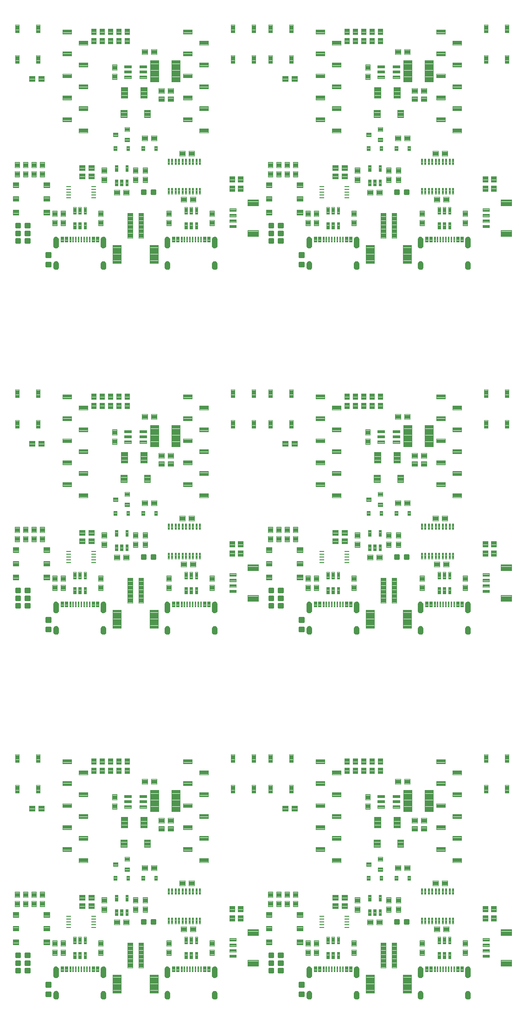
<source format=gtp>
G04 EAGLE Gerber RS-274X export*
G75*
%MOMM*%
%FSLAX34Y34*%
%LPD*%
%INSolderpaste Top*%
%IPPOS*%
%AMOC8*
5,1,8,0,0,1.08239X$1,22.5*%
G01*
%ADD10C,0.100000*%
%ADD11C,0.096000*%
%ADD12C,0.102000*%
%ADD13C,0.099059*%
%ADD14C,0.300000*%
%ADD15C,0.101600*%
%ADD16C,0.104000*%
%ADD17C,0.100800*%
%ADD18C,0.099000*%
%ADD19C,0.102869*%
%ADD20R,0.875000X0.250000*%

G36*
X373200Y1377451D02*
X373200Y1377451D01*
X373201Y1377451D01*
X374269Y1377470D01*
X374276Y1377475D01*
X374280Y1377471D01*
X375317Y1377727D01*
X375322Y1377734D01*
X375328Y1377731D01*
X376282Y1378212D01*
X376286Y1378219D01*
X376291Y1378218D01*
X377115Y1378899D01*
X377116Y1378907D01*
X377122Y1378907D01*
X377773Y1379754D01*
X377773Y1379762D01*
X377779Y1379763D01*
X378226Y1380734D01*
X378224Y1380742D01*
X378229Y1380744D01*
X378448Y1381790D01*
X378445Y1381797D01*
X378449Y1381800D01*
X378449Y1393800D01*
X378446Y1393805D01*
X378449Y1393808D01*
X378269Y1394903D01*
X378263Y1394909D01*
X378266Y1394914D01*
X377847Y1395942D01*
X377840Y1395946D01*
X377842Y1395951D01*
X377205Y1396860D01*
X377197Y1396863D01*
X377197Y1396868D01*
X376374Y1397612D01*
X376366Y1397613D01*
X376365Y1397619D01*
X375397Y1398161D01*
X375388Y1398160D01*
X375386Y1398166D01*
X374322Y1398479D01*
X374317Y1398477D01*
X374313Y1398477D01*
X374311Y1398481D01*
X373203Y1398549D01*
X373197Y1398545D01*
X373193Y1398549D01*
X372085Y1398379D01*
X372079Y1398373D01*
X372074Y1398376D01*
X371032Y1397964D01*
X371028Y1397957D01*
X371023Y1397959D01*
X370098Y1397325D01*
X370096Y1397317D01*
X370090Y1397318D01*
X369330Y1396495D01*
X369329Y1396486D01*
X369323Y1396486D01*
X368766Y1395514D01*
X368767Y1395506D01*
X368761Y1395504D01*
X368434Y1394432D01*
X368437Y1394424D01*
X368432Y1394421D01*
X368351Y1393304D01*
X368352Y1393301D01*
X368351Y1393300D01*
X368351Y1381300D01*
X368356Y1381293D01*
X368352Y1381289D01*
X368571Y1380345D01*
X368577Y1380339D01*
X368575Y1380334D01*
X368999Y1379462D01*
X369006Y1379459D01*
X369004Y1379453D01*
X369611Y1378697D01*
X369619Y1378695D01*
X369619Y1378689D01*
X370379Y1378088D01*
X370388Y1378088D01*
X370389Y1378082D01*
X371264Y1377664D01*
X371272Y1377666D01*
X371274Y1377661D01*
X372220Y1377449D01*
X372227Y1377452D01*
X372231Y1377447D01*
X373200Y1377451D01*
G37*
G36*
X632280Y1377451D02*
X632280Y1377451D01*
X632281Y1377451D01*
X633349Y1377470D01*
X633356Y1377475D01*
X633360Y1377471D01*
X634397Y1377727D01*
X634402Y1377734D01*
X634408Y1377731D01*
X635362Y1378212D01*
X635366Y1378219D01*
X635371Y1378218D01*
X636195Y1378899D01*
X636196Y1378907D01*
X636202Y1378907D01*
X636853Y1379754D01*
X636853Y1379762D01*
X636859Y1379763D01*
X637306Y1380734D01*
X637304Y1380742D01*
X637309Y1380744D01*
X637528Y1381790D01*
X637525Y1381797D01*
X637529Y1381800D01*
X637529Y1393800D01*
X637526Y1393805D01*
X637529Y1393808D01*
X637349Y1394903D01*
X637343Y1394909D01*
X637346Y1394914D01*
X636927Y1395942D01*
X636920Y1395946D01*
X636922Y1395951D01*
X636285Y1396860D01*
X636277Y1396863D01*
X636277Y1396868D01*
X635454Y1397612D01*
X635446Y1397613D01*
X635445Y1397619D01*
X634477Y1398161D01*
X634468Y1398160D01*
X634466Y1398166D01*
X633402Y1398479D01*
X633397Y1398477D01*
X633393Y1398477D01*
X633391Y1398481D01*
X632283Y1398549D01*
X632277Y1398545D01*
X632273Y1398549D01*
X631165Y1398379D01*
X631159Y1398373D01*
X631154Y1398376D01*
X630112Y1397964D01*
X630108Y1397957D01*
X630103Y1397959D01*
X629178Y1397325D01*
X629176Y1397317D01*
X629170Y1397318D01*
X628410Y1396495D01*
X628409Y1396486D01*
X628403Y1396486D01*
X627846Y1395514D01*
X627847Y1395506D01*
X627841Y1395504D01*
X627514Y1394432D01*
X627517Y1394424D01*
X627512Y1394421D01*
X627431Y1393304D01*
X627432Y1393301D01*
X627431Y1393300D01*
X627431Y1381300D01*
X627436Y1381293D01*
X627432Y1381289D01*
X627651Y1380345D01*
X627657Y1380339D01*
X627655Y1380334D01*
X628079Y1379462D01*
X628086Y1379459D01*
X628084Y1379453D01*
X628691Y1378697D01*
X628699Y1378695D01*
X628699Y1378689D01*
X629459Y1378088D01*
X629468Y1378088D01*
X629469Y1378082D01*
X630344Y1377664D01*
X630352Y1377666D01*
X630354Y1377661D01*
X631300Y1377449D01*
X631307Y1377452D01*
X631311Y1377447D01*
X632280Y1377451D01*
G37*
G36*
X835480Y1377451D02*
X835480Y1377451D01*
X835481Y1377451D01*
X836549Y1377470D01*
X836556Y1377475D01*
X836560Y1377471D01*
X837597Y1377727D01*
X837602Y1377734D01*
X837608Y1377731D01*
X838562Y1378212D01*
X838566Y1378219D01*
X838571Y1378218D01*
X839395Y1378899D01*
X839396Y1378907D01*
X839402Y1378907D01*
X840053Y1379754D01*
X840053Y1379762D01*
X840059Y1379763D01*
X840506Y1380734D01*
X840504Y1380742D01*
X840509Y1380744D01*
X840728Y1381790D01*
X840725Y1381797D01*
X840729Y1381800D01*
X840729Y1393800D01*
X840726Y1393805D01*
X840729Y1393808D01*
X840549Y1394903D01*
X840543Y1394909D01*
X840546Y1394914D01*
X840127Y1395942D01*
X840120Y1395946D01*
X840122Y1395951D01*
X839485Y1396860D01*
X839477Y1396863D01*
X839477Y1396868D01*
X838654Y1397612D01*
X838646Y1397613D01*
X838645Y1397619D01*
X837677Y1398161D01*
X837668Y1398160D01*
X837666Y1398166D01*
X836602Y1398479D01*
X836597Y1398477D01*
X836593Y1398477D01*
X836591Y1398481D01*
X835483Y1398549D01*
X835477Y1398545D01*
X835473Y1398549D01*
X834365Y1398379D01*
X834359Y1398373D01*
X834354Y1398376D01*
X833312Y1397964D01*
X833308Y1397957D01*
X833303Y1397959D01*
X832378Y1397325D01*
X832376Y1397317D01*
X832370Y1397318D01*
X831610Y1396495D01*
X831609Y1396486D01*
X831603Y1396486D01*
X831046Y1395514D01*
X831047Y1395506D01*
X831041Y1395504D01*
X830714Y1394432D01*
X830717Y1394424D01*
X830712Y1394421D01*
X830631Y1393304D01*
X830632Y1393301D01*
X830631Y1393300D01*
X830631Y1381300D01*
X830636Y1381293D01*
X830632Y1381289D01*
X830851Y1380345D01*
X830857Y1380339D01*
X830855Y1380334D01*
X831279Y1379462D01*
X831286Y1379459D01*
X831284Y1379453D01*
X831891Y1378697D01*
X831899Y1378695D01*
X831899Y1378689D01*
X832659Y1378088D01*
X832668Y1378088D01*
X832669Y1378082D01*
X833544Y1377664D01*
X833552Y1377666D01*
X833554Y1377661D01*
X834500Y1377449D01*
X834507Y1377452D01*
X834511Y1377447D01*
X835480Y1377451D01*
G37*
G36*
X170000Y1377451D02*
X170000Y1377451D01*
X170001Y1377451D01*
X171069Y1377470D01*
X171076Y1377475D01*
X171080Y1377471D01*
X172117Y1377727D01*
X172122Y1377734D01*
X172128Y1377731D01*
X173082Y1378212D01*
X173086Y1378219D01*
X173091Y1378218D01*
X173915Y1378899D01*
X173916Y1378907D01*
X173922Y1378907D01*
X174573Y1379754D01*
X174573Y1379762D01*
X174579Y1379763D01*
X175026Y1380734D01*
X175024Y1380742D01*
X175029Y1380744D01*
X175248Y1381790D01*
X175245Y1381797D01*
X175249Y1381800D01*
X175249Y1393800D01*
X175246Y1393805D01*
X175249Y1393808D01*
X175069Y1394903D01*
X175063Y1394909D01*
X175066Y1394914D01*
X174647Y1395942D01*
X174640Y1395946D01*
X174642Y1395951D01*
X174005Y1396860D01*
X173997Y1396863D01*
X173997Y1396868D01*
X173174Y1397612D01*
X173166Y1397613D01*
X173165Y1397619D01*
X172197Y1398161D01*
X172188Y1398160D01*
X172186Y1398166D01*
X171122Y1398479D01*
X171117Y1398477D01*
X171113Y1398477D01*
X171111Y1398481D01*
X170003Y1398549D01*
X169997Y1398545D01*
X169993Y1398549D01*
X168885Y1398379D01*
X168879Y1398373D01*
X168874Y1398376D01*
X167832Y1397964D01*
X167828Y1397957D01*
X167823Y1397959D01*
X166898Y1397325D01*
X166896Y1397317D01*
X166890Y1397318D01*
X166130Y1396495D01*
X166129Y1396486D01*
X166123Y1396486D01*
X165566Y1395514D01*
X165567Y1395506D01*
X165561Y1395504D01*
X165234Y1394432D01*
X165237Y1394424D01*
X165232Y1394421D01*
X165151Y1393304D01*
X165152Y1393301D01*
X165151Y1393300D01*
X165151Y1381300D01*
X165156Y1381293D01*
X165152Y1381289D01*
X165371Y1380345D01*
X165377Y1380339D01*
X165375Y1380334D01*
X165799Y1379462D01*
X165806Y1379459D01*
X165804Y1379453D01*
X166411Y1378697D01*
X166419Y1378695D01*
X166419Y1378689D01*
X167179Y1378088D01*
X167188Y1378088D01*
X167189Y1378082D01*
X168064Y1377664D01*
X168072Y1377666D01*
X168074Y1377661D01*
X169020Y1377449D01*
X169027Y1377452D01*
X169031Y1377447D01*
X170000Y1377451D01*
G37*
G36*
X373200Y711971D02*
X373200Y711971D01*
X373201Y711971D01*
X374269Y711990D01*
X374276Y711995D01*
X374280Y711991D01*
X375317Y712247D01*
X375322Y712254D01*
X375328Y712251D01*
X376282Y712732D01*
X376286Y712739D01*
X376291Y712738D01*
X377115Y713419D01*
X377116Y713427D01*
X377122Y713427D01*
X377773Y714274D01*
X377773Y714282D01*
X377779Y714283D01*
X378226Y715254D01*
X378224Y715262D01*
X378229Y715264D01*
X378448Y716310D01*
X378445Y716317D01*
X378449Y716320D01*
X378449Y728320D01*
X378446Y728325D01*
X378449Y728328D01*
X378269Y729423D01*
X378263Y729429D01*
X378266Y729434D01*
X377847Y730462D01*
X377840Y730466D01*
X377842Y730471D01*
X377205Y731380D01*
X377197Y731383D01*
X377197Y731388D01*
X376374Y732132D01*
X376366Y732133D01*
X376365Y732139D01*
X375397Y732681D01*
X375388Y732680D01*
X375386Y732686D01*
X374322Y732999D01*
X374317Y732997D01*
X374313Y732997D01*
X374311Y733001D01*
X373203Y733069D01*
X373197Y733065D01*
X373193Y733069D01*
X372085Y732899D01*
X372079Y732893D01*
X372074Y732896D01*
X371032Y732484D01*
X371028Y732477D01*
X371023Y732479D01*
X370098Y731845D01*
X370096Y731837D01*
X370090Y731838D01*
X369330Y731015D01*
X369329Y731006D01*
X369323Y731006D01*
X368766Y730034D01*
X368767Y730026D01*
X368761Y730024D01*
X368434Y728952D01*
X368437Y728944D01*
X368432Y728941D01*
X368351Y727824D01*
X368352Y727821D01*
X368351Y727820D01*
X368351Y715820D01*
X368356Y715813D01*
X368352Y715809D01*
X368571Y714865D01*
X368577Y714859D01*
X368575Y714854D01*
X368999Y713982D01*
X369006Y713979D01*
X369004Y713973D01*
X369611Y713217D01*
X369619Y713215D01*
X369619Y713209D01*
X370379Y712608D01*
X370388Y712608D01*
X370389Y712602D01*
X371264Y712184D01*
X371272Y712186D01*
X371274Y712181D01*
X372220Y711969D01*
X372227Y711972D01*
X372231Y711967D01*
X373200Y711971D01*
G37*
G36*
X632280Y711971D02*
X632280Y711971D01*
X632281Y711971D01*
X633349Y711990D01*
X633356Y711995D01*
X633360Y711991D01*
X634397Y712247D01*
X634402Y712254D01*
X634408Y712251D01*
X635362Y712732D01*
X635366Y712739D01*
X635371Y712738D01*
X636195Y713419D01*
X636196Y713427D01*
X636202Y713427D01*
X636853Y714274D01*
X636853Y714282D01*
X636859Y714283D01*
X637306Y715254D01*
X637304Y715262D01*
X637309Y715264D01*
X637528Y716310D01*
X637525Y716317D01*
X637529Y716320D01*
X637529Y728320D01*
X637526Y728325D01*
X637529Y728328D01*
X637349Y729423D01*
X637343Y729429D01*
X637346Y729434D01*
X636927Y730462D01*
X636920Y730466D01*
X636922Y730471D01*
X636285Y731380D01*
X636277Y731383D01*
X636277Y731388D01*
X635454Y732132D01*
X635446Y732133D01*
X635445Y732139D01*
X634477Y732681D01*
X634468Y732680D01*
X634466Y732686D01*
X633402Y732999D01*
X633397Y732997D01*
X633393Y732997D01*
X633391Y733001D01*
X632283Y733069D01*
X632277Y733065D01*
X632273Y733069D01*
X631165Y732899D01*
X631159Y732893D01*
X631154Y732896D01*
X630112Y732484D01*
X630108Y732477D01*
X630103Y732479D01*
X629178Y731845D01*
X629176Y731837D01*
X629170Y731838D01*
X628410Y731015D01*
X628409Y731006D01*
X628403Y731006D01*
X627846Y730034D01*
X627847Y730026D01*
X627841Y730024D01*
X627514Y728952D01*
X627517Y728944D01*
X627512Y728941D01*
X627431Y727824D01*
X627432Y727821D01*
X627431Y727820D01*
X627431Y715820D01*
X627436Y715813D01*
X627432Y715809D01*
X627651Y714865D01*
X627657Y714859D01*
X627655Y714854D01*
X628079Y713982D01*
X628086Y713979D01*
X628084Y713973D01*
X628691Y713217D01*
X628699Y713215D01*
X628699Y713209D01*
X629459Y712608D01*
X629468Y712608D01*
X629469Y712602D01*
X630344Y712184D01*
X630352Y712186D01*
X630354Y712181D01*
X631300Y711969D01*
X631307Y711972D01*
X631311Y711967D01*
X632280Y711971D01*
G37*
G36*
X835480Y711971D02*
X835480Y711971D01*
X835481Y711971D01*
X836549Y711990D01*
X836556Y711995D01*
X836560Y711991D01*
X837597Y712247D01*
X837602Y712254D01*
X837608Y712251D01*
X838562Y712732D01*
X838566Y712739D01*
X838571Y712738D01*
X839395Y713419D01*
X839396Y713427D01*
X839402Y713427D01*
X840053Y714274D01*
X840053Y714282D01*
X840059Y714283D01*
X840506Y715254D01*
X840504Y715262D01*
X840509Y715264D01*
X840728Y716310D01*
X840725Y716317D01*
X840729Y716320D01*
X840729Y728320D01*
X840726Y728325D01*
X840729Y728328D01*
X840549Y729423D01*
X840543Y729429D01*
X840546Y729434D01*
X840127Y730462D01*
X840120Y730466D01*
X840122Y730471D01*
X839485Y731380D01*
X839477Y731383D01*
X839477Y731388D01*
X838654Y732132D01*
X838646Y732133D01*
X838645Y732139D01*
X837677Y732681D01*
X837668Y732680D01*
X837666Y732686D01*
X836602Y732999D01*
X836597Y732997D01*
X836593Y732997D01*
X836591Y733001D01*
X835483Y733069D01*
X835477Y733065D01*
X835473Y733069D01*
X834365Y732899D01*
X834359Y732893D01*
X834354Y732896D01*
X833312Y732484D01*
X833308Y732477D01*
X833303Y732479D01*
X832378Y731845D01*
X832376Y731837D01*
X832370Y731838D01*
X831610Y731015D01*
X831609Y731006D01*
X831603Y731006D01*
X831046Y730034D01*
X831047Y730026D01*
X831041Y730024D01*
X830714Y728952D01*
X830717Y728944D01*
X830712Y728941D01*
X830631Y727824D01*
X830632Y727821D01*
X830631Y727820D01*
X830631Y715820D01*
X830636Y715813D01*
X830632Y715809D01*
X830851Y714865D01*
X830857Y714859D01*
X830855Y714854D01*
X831279Y713982D01*
X831286Y713979D01*
X831284Y713973D01*
X831891Y713217D01*
X831899Y713215D01*
X831899Y713209D01*
X832659Y712608D01*
X832668Y712608D01*
X832669Y712602D01*
X833544Y712184D01*
X833552Y712186D01*
X833554Y712181D01*
X834500Y711969D01*
X834507Y711972D01*
X834511Y711967D01*
X835480Y711971D01*
G37*
G36*
X170000Y711971D02*
X170000Y711971D01*
X170001Y711971D01*
X171069Y711990D01*
X171076Y711995D01*
X171080Y711991D01*
X172117Y712247D01*
X172122Y712254D01*
X172128Y712251D01*
X173082Y712732D01*
X173086Y712739D01*
X173091Y712738D01*
X173915Y713419D01*
X173916Y713427D01*
X173922Y713427D01*
X174573Y714274D01*
X174573Y714282D01*
X174579Y714283D01*
X175026Y715254D01*
X175024Y715262D01*
X175029Y715264D01*
X175248Y716310D01*
X175245Y716317D01*
X175249Y716320D01*
X175249Y728320D01*
X175246Y728325D01*
X175249Y728328D01*
X175069Y729423D01*
X175063Y729429D01*
X175066Y729434D01*
X174647Y730462D01*
X174640Y730466D01*
X174642Y730471D01*
X174005Y731380D01*
X173997Y731383D01*
X173997Y731388D01*
X173174Y732132D01*
X173166Y732133D01*
X173165Y732139D01*
X172197Y732681D01*
X172188Y732680D01*
X172186Y732686D01*
X171122Y732999D01*
X171117Y732997D01*
X171113Y732997D01*
X171111Y733001D01*
X170003Y733069D01*
X169997Y733065D01*
X169993Y733069D01*
X168885Y732899D01*
X168879Y732893D01*
X168874Y732896D01*
X167832Y732484D01*
X167828Y732477D01*
X167823Y732479D01*
X166898Y731845D01*
X166896Y731837D01*
X166890Y731838D01*
X166130Y731015D01*
X166129Y731006D01*
X166123Y731006D01*
X165566Y730034D01*
X165567Y730026D01*
X165561Y730024D01*
X165234Y728952D01*
X165237Y728944D01*
X165232Y728941D01*
X165151Y727824D01*
X165152Y727821D01*
X165151Y727820D01*
X165151Y715820D01*
X165156Y715813D01*
X165152Y715809D01*
X165371Y714865D01*
X165377Y714859D01*
X165375Y714854D01*
X165799Y713982D01*
X165806Y713979D01*
X165804Y713973D01*
X166411Y713217D01*
X166419Y713215D01*
X166419Y713209D01*
X167179Y712608D01*
X167188Y712608D01*
X167189Y712602D01*
X168064Y712184D01*
X168072Y712186D01*
X168074Y712181D01*
X169020Y711969D01*
X169027Y711972D01*
X169031Y711967D01*
X170000Y711971D01*
G37*
G36*
X373200Y46491D02*
X373200Y46491D01*
X373201Y46491D01*
X374269Y46510D01*
X374276Y46515D01*
X374280Y46511D01*
X375317Y46767D01*
X375322Y46774D01*
X375328Y46771D01*
X376282Y47252D01*
X376286Y47259D01*
X376291Y47258D01*
X377115Y47939D01*
X377116Y47947D01*
X377122Y47947D01*
X377773Y48794D01*
X377773Y48802D01*
X377779Y48803D01*
X378226Y49774D01*
X378224Y49782D01*
X378229Y49784D01*
X378448Y50830D01*
X378445Y50837D01*
X378449Y50840D01*
X378449Y62840D01*
X378446Y62845D01*
X378449Y62848D01*
X378269Y63943D01*
X378263Y63949D01*
X378266Y63954D01*
X377847Y64982D01*
X377840Y64986D01*
X377842Y64991D01*
X377205Y65900D01*
X377197Y65903D01*
X377197Y65908D01*
X376374Y66652D01*
X376366Y66653D01*
X376365Y66659D01*
X375397Y67201D01*
X375388Y67200D01*
X375386Y67206D01*
X374322Y67519D01*
X374317Y67517D01*
X374313Y67517D01*
X374311Y67521D01*
X373203Y67589D01*
X373197Y67585D01*
X373193Y67589D01*
X372085Y67419D01*
X372079Y67413D01*
X372074Y67416D01*
X371032Y67004D01*
X371028Y66997D01*
X371023Y66999D01*
X370098Y66365D01*
X370096Y66357D01*
X370090Y66358D01*
X369330Y65535D01*
X369329Y65526D01*
X369323Y65526D01*
X368766Y64554D01*
X368767Y64546D01*
X368761Y64544D01*
X368434Y63472D01*
X368437Y63464D01*
X368432Y63461D01*
X368351Y62344D01*
X368352Y62341D01*
X368351Y62340D01*
X368351Y50340D01*
X368356Y50333D01*
X368352Y50329D01*
X368571Y49385D01*
X368577Y49379D01*
X368575Y49374D01*
X368999Y48502D01*
X369006Y48499D01*
X369004Y48493D01*
X369611Y47737D01*
X369619Y47735D01*
X369619Y47729D01*
X370379Y47128D01*
X370388Y47128D01*
X370389Y47122D01*
X371264Y46704D01*
X371272Y46706D01*
X371274Y46701D01*
X372220Y46489D01*
X372227Y46492D01*
X372231Y46487D01*
X373200Y46491D01*
G37*
G36*
X170000Y46491D02*
X170000Y46491D01*
X170001Y46491D01*
X171069Y46510D01*
X171076Y46515D01*
X171080Y46511D01*
X172117Y46767D01*
X172122Y46774D01*
X172128Y46771D01*
X173082Y47252D01*
X173086Y47259D01*
X173091Y47258D01*
X173915Y47939D01*
X173916Y47947D01*
X173922Y47947D01*
X174573Y48794D01*
X174573Y48802D01*
X174579Y48803D01*
X175026Y49774D01*
X175024Y49782D01*
X175029Y49784D01*
X175248Y50830D01*
X175245Y50837D01*
X175249Y50840D01*
X175249Y62840D01*
X175246Y62845D01*
X175249Y62848D01*
X175069Y63943D01*
X175063Y63949D01*
X175066Y63954D01*
X174647Y64982D01*
X174640Y64986D01*
X174642Y64991D01*
X174005Y65900D01*
X173997Y65903D01*
X173997Y65908D01*
X173174Y66652D01*
X173166Y66653D01*
X173165Y66659D01*
X172197Y67201D01*
X172188Y67200D01*
X172186Y67206D01*
X171122Y67519D01*
X171117Y67517D01*
X171113Y67517D01*
X171111Y67521D01*
X170003Y67589D01*
X169997Y67585D01*
X169993Y67589D01*
X168885Y67419D01*
X168879Y67413D01*
X168874Y67416D01*
X167832Y67004D01*
X167828Y66997D01*
X167823Y66999D01*
X166898Y66365D01*
X166896Y66357D01*
X166890Y66358D01*
X166130Y65535D01*
X166129Y65526D01*
X166123Y65526D01*
X165566Y64554D01*
X165567Y64546D01*
X165561Y64544D01*
X165234Y63472D01*
X165237Y63464D01*
X165232Y63461D01*
X165151Y62344D01*
X165152Y62341D01*
X165151Y62340D01*
X165151Y50340D01*
X165156Y50333D01*
X165152Y50329D01*
X165371Y49385D01*
X165377Y49379D01*
X165375Y49374D01*
X165799Y48502D01*
X165806Y48499D01*
X165804Y48493D01*
X166411Y47737D01*
X166419Y47735D01*
X166419Y47729D01*
X167179Y47128D01*
X167188Y47128D01*
X167189Y47122D01*
X168064Y46704D01*
X168072Y46706D01*
X168074Y46701D01*
X169020Y46489D01*
X169027Y46492D01*
X169031Y46487D01*
X170000Y46491D01*
G37*
G36*
X835480Y46491D02*
X835480Y46491D01*
X835481Y46491D01*
X836549Y46510D01*
X836556Y46515D01*
X836560Y46511D01*
X837597Y46767D01*
X837602Y46774D01*
X837608Y46771D01*
X838562Y47252D01*
X838566Y47259D01*
X838571Y47258D01*
X839395Y47939D01*
X839396Y47947D01*
X839402Y47947D01*
X840053Y48794D01*
X840053Y48802D01*
X840059Y48803D01*
X840506Y49774D01*
X840504Y49782D01*
X840509Y49784D01*
X840728Y50830D01*
X840725Y50837D01*
X840729Y50840D01*
X840729Y62840D01*
X840726Y62845D01*
X840729Y62848D01*
X840549Y63943D01*
X840543Y63949D01*
X840546Y63954D01*
X840127Y64982D01*
X840120Y64986D01*
X840122Y64991D01*
X839485Y65900D01*
X839477Y65903D01*
X839477Y65908D01*
X838654Y66652D01*
X838646Y66653D01*
X838645Y66659D01*
X837677Y67201D01*
X837668Y67200D01*
X837666Y67206D01*
X836602Y67519D01*
X836597Y67517D01*
X836593Y67517D01*
X836591Y67521D01*
X835483Y67589D01*
X835477Y67585D01*
X835473Y67589D01*
X834365Y67419D01*
X834359Y67413D01*
X834354Y67416D01*
X833312Y67004D01*
X833308Y66997D01*
X833303Y66999D01*
X832378Y66365D01*
X832376Y66357D01*
X832370Y66358D01*
X831610Y65535D01*
X831609Y65526D01*
X831603Y65526D01*
X831046Y64554D01*
X831047Y64546D01*
X831041Y64544D01*
X830714Y63472D01*
X830717Y63464D01*
X830712Y63461D01*
X830631Y62344D01*
X830632Y62341D01*
X830631Y62340D01*
X830631Y50340D01*
X830636Y50333D01*
X830632Y50329D01*
X830851Y49385D01*
X830857Y49379D01*
X830855Y49374D01*
X831279Y48502D01*
X831286Y48499D01*
X831284Y48493D01*
X831891Y47737D01*
X831899Y47735D01*
X831899Y47729D01*
X832659Y47128D01*
X832668Y47128D01*
X832669Y47122D01*
X833544Y46704D01*
X833552Y46706D01*
X833554Y46701D01*
X834500Y46489D01*
X834507Y46492D01*
X834511Y46487D01*
X835480Y46491D01*
G37*
G36*
X632280Y46491D02*
X632280Y46491D01*
X632281Y46491D01*
X633349Y46510D01*
X633356Y46515D01*
X633360Y46511D01*
X634397Y46767D01*
X634402Y46774D01*
X634408Y46771D01*
X635362Y47252D01*
X635366Y47259D01*
X635371Y47258D01*
X636195Y47939D01*
X636196Y47947D01*
X636202Y47947D01*
X636853Y48794D01*
X636853Y48802D01*
X636859Y48803D01*
X637306Y49774D01*
X637304Y49782D01*
X637309Y49784D01*
X637528Y50830D01*
X637525Y50837D01*
X637529Y50840D01*
X637529Y62840D01*
X637526Y62845D01*
X637529Y62848D01*
X637349Y63943D01*
X637343Y63949D01*
X637346Y63954D01*
X636927Y64982D01*
X636920Y64986D01*
X636922Y64991D01*
X636285Y65900D01*
X636277Y65903D01*
X636277Y65908D01*
X635454Y66652D01*
X635446Y66653D01*
X635445Y66659D01*
X634477Y67201D01*
X634468Y67200D01*
X634466Y67206D01*
X633402Y67519D01*
X633397Y67517D01*
X633393Y67517D01*
X633391Y67521D01*
X632283Y67589D01*
X632277Y67585D01*
X632273Y67589D01*
X631165Y67419D01*
X631159Y67413D01*
X631154Y67416D01*
X630112Y67004D01*
X630108Y66997D01*
X630103Y66999D01*
X629178Y66365D01*
X629176Y66357D01*
X629170Y66358D01*
X628410Y65535D01*
X628409Y65526D01*
X628403Y65526D01*
X627846Y64554D01*
X627847Y64546D01*
X627841Y64544D01*
X627514Y63472D01*
X627517Y63464D01*
X627512Y63461D01*
X627431Y62344D01*
X627432Y62341D01*
X627431Y62340D01*
X627431Y50340D01*
X627436Y50333D01*
X627432Y50329D01*
X627651Y49385D01*
X627657Y49379D01*
X627655Y49374D01*
X628079Y48502D01*
X628086Y48499D01*
X628084Y48493D01*
X628691Y47737D01*
X628699Y47735D01*
X628699Y47729D01*
X629459Y47128D01*
X629468Y47128D01*
X629469Y47122D01*
X630344Y46704D01*
X630352Y46706D01*
X630354Y46701D01*
X631300Y46489D01*
X631307Y46492D01*
X631311Y46487D01*
X632280Y46491D01*
G37*
G36*
X287781Y1377460D02*
X287781Y1377460D01*
X287788Y1377465D01*
X287792Y1377461D01*
X288844Y1377711D01*
X288849Y1377717D01*
X288854Y1377714D01*
X289824Y1378191D01*
X289827Y1378199D01*
X289833Y1378197D01*
X290672Y1378878D01*
X290674Y1378886D01*
X290680Y1378886D01*
X291346Y1379737D01*
X291347Y1379745D01*
X291352Y1379746D01*
X291813Y1380723D01*
X291811Y1380731D01*
X291817Y1380734D01*
X292048Y1381789D01*
X292045Y1381797D01*
X292049Y1381800D01*
X292049Y1393800D01*
X292045Y1393805D01*
X292049Y1393808D01*
X291856Y1394914D01*
X291850Y1394919D01*
X291853Y1394924D01*
X291420Y1395959D01*
X291413Y1395963D01*
X291415Y1395968D01*
X290762Y1396881D01*
X290754Y1396883D01*
X290755Y1396889D01*
X289916Y1397633D01*
X289907Y1397634D01*
X289907Y1397639D01*
X288923Y1398178D01*
X288915Y1398177D01*
X288913Y1398182D01*
X287834Y1398489D01*
X287826Y1398486D01*
X287823Y1398491D01*
X286703Y1398549D01*
X286698Y1398546D01*
X286695Y1398549D01*
X285649Y1398431D01*
X285643Y1398425D01*
X285638Y1398429D01*
X284644Y1398081D01*
X284640Y1398074D01*
X284635Y1398076D01*
X283743Y1397516D01*
X283741Y1397509D01*
X283735Y1397509D01*
X282991Y1396765D01*
X282989Y1396757D01*
X282984Y1396757D01*
X282424Y1395865D01*
X282424Y1395857D01*
X282419Y1395856D01*
X282071Y1394862D01*
X282074Y1394854D01*
X282069Y1394851D01*
X281951Y1393806D01*
X281953Y1393802D01*
X281951Y1393800D01*
X281951Y1381800D01*
X281954Y1381795D01*
X281951Y1381792D01*
X282109Y1380796D01*
X282115Y1380790D01*
X282112Y1380785D01*
X282487Y1379849D01*
X282494Y1379845D01*
X282492Y1379839D01*
X283066Y1379010D01*
X283074Y1379007D01*
X283073Y1379002D01*
X283817Y1378321D01*
X283826Y1378320D01*
X283826Y1378314D01*
X284703Y1377816D01*
X284712Y1377817D01*
X284714Y1377812D01*
X285679Y1377521D01*
X285687Y1377524D01*
X285690Y1377519D01*
X286697Y1377451D01*
X286699Y1377452D01*
X286700Y1377451D01*
X287781Y1377460D01*
G37*
G36*
X750061Y1377460D02*
X750061Y1377460D01*
X750068Y1377465D01*
X750072Y1377461D01*
X751124Y1377711D01*
X751129Y1377717D01*
X751134Y1377714D01*
X752104Y1378191D01*
X752107Y1378199D01*
X752113Y1378197D01*
X752952Y1378878D01*
X752954Y1378886D01*
X752960Y1378886D01*
X753626Y1379737D01*
X753627Y1379745D01*
X753632Y1379746D01*
X754093Y1380723D01*
X754091Y1380731D01*
X754097Y1380734D01*
X754328Y1381789D01*
X754325Y1381797D01*
X754329Y1381800D01*
X754329Y1393800D01*
X754325Y1393805D01*
X754329Y1393808D01*
X754136Y1394914D01*
X754130Y1394919D01*
X754133Y1394924D01*
X753700Y1395959D01*
X753693Y1395963D01*
X753695Y1395968D01*
X753042Y1396881D01*
X753034Y1396883D01*
X753035Y1396889D01*
X752196Y1397633D01*
X752187Y1397634D01*
X752187Y1397639D01*
X751203Y1398178D01*
X751195Y1398177D01*
X751193Y1398182D01*
X750114Y1398489D01*
X750106Y1398486D01*
X750103Y1398491D01*
X748983Y1398549D01*
X748978Y1398546D01*
X748975Y1398549D01*
X747929Y1398431D01*
X747923Y1398425D01*
X747918Y1398429D01*
X746924Y1398081D01*
X746920Y1398074D01*
X746915Y1398076D01*
X746023Y1397516D01*
X746021Y1397509D01*
X746015Y1397509D01*
X745271Y1396765D01*
X745269Y1396757D01*
X745264Y1396757D01*
X744704Y1395865D01*
X744704Y1395857D01*
X744699Y1395856D01*
X744351Y1394862D01*
X744354Y1394854D01*
X744349Y1394851D01*
X744231Y1393806D01*
X744233Y1393802D01*
X744231Y1393800D01*
X744231Y1381800D01*
X744234Y1381795D01*
X744231Y1381792D01*
X744389Y1380796D01*
X744395Y1380790D01*
X744392Y1380785D01*
X744767Y1379849D01*
X744774Y1379845D01*
X744772Y1379839D01*
X745346Y1379010D01*
X745354Y1379007D01*
X745353Y1379002D01*
X746097Y1378321D01*
X746106Y1378320D01*
X746106Y1378314D01*
X746983Y1377816D01*
X746992Y1377817D01*
X746994Y1377812D01*
X747959Y1377521D01*
X747967Y1377524D01*
X747970Y1377519D01*
X748977Y1377451D01*
X748979Y1377452D01*
X748980Y1377451D01*
X750061Y1377460D01*
G37*
G36*
X84581Y1377460D02*
X84581Y1377460D01*
X84588Y1377465D01*
X84592Y1377461D01*
X85644Y1377711D01*
X85649Y1377717D01*
X85654Y1377714D01*
X86624Y1378191D01*
X86627Y1378199D01*
X86633Y1378197D01*
X87472Y1378878D01*
X87474Y1378886D01*
X87480Y1378886D01*
X88146Y1379737D01*
X88147Y1379745D01*
X88152Y1379746D01*
X88613Y1380723D01*
X88611Y1380731D01*
X88617Y1380734D01*
X88848Y1381789D01*
X88845Y1381797D01*
X88849Y1381800D01*
X88849Y1393800D01*
X88845Y1393805D01*
X88849Y1393808D01*
X88656Y1394914D01*
X88650Y1394919D01*
X88653Y1394924D01*
X88220Y1395959D01*
X88213Y1395963D01*
X88215Y1395968D01*
X87562Y1396881D01*
X87554Y1396883D01*
X87555Y1396889D01*
X86716Y1397633D01*
X86707Y1397634D01*
X86707Y1397639D01*
X85723Y1398178D01*
X85715Y1398177D01*
X85713Y1398182D01*
X84634Y1398489D01*
X84626Y1398486D01*
X84623Y1398491D01*
X83503Y1398549D01*
X83498Y1398546D01*
X83495Y1398549D01*
X82449Y1398431D01*
X82443Y1398425D01*
X82438Y1398429D01*
X81444Y1398081D01*
X81440Y1398074D01*
X81435Y1398076D01*
X80543Y1397516D01*
X80541Y1397509D01*
X80535Y1397509D01*
X79791Y1396765D01*
X79789Y1396757D01*
X79784Y1396757D01*
X79224Y1395865D01*
X79224Y1395857D01*
X79219Y1395856D01*
X78871Y1394862D01*
X78874Y1394854D01*
X78869Y1394851D01*
X78751Y1393806D01*
X78753Y1393802D01*
X78751Y1393800D01*
X78751Y1381800D01*
X78754Y1381795D01*
X78751Y1381792D01*
X78909Y1380796D01*
X78915Y1380790D01*
X78912Y1380785D01*
X79287Y1379849D01*
X79294Y1379845D01*
X79292Y1379839D01*
X79866Y1379010D01*
X79874Y1379007D01*
X79873Y1379002D01*
X80617Y1378321D01*
X80626Y1378320D01*
X80626Y1378314D01*
X81503Y1377816D01*
X81512Y1377817D01*
X81514Y1377812D01*
X82479Y1377521D01*
X82487Y1377524D01*
X82490Y1377519D01*
X83497Y1377451D01*
X83499Y1377452D01*
X83500Y1377451D01*
X84581Y1377460D01*
G37*
G36*
X546861Y1377460D02*
X546861Y1377460D01*
X546868Y1377465D01*
X546872Y1377461D01*
X547924Y1377711D01*
X547929Y1377717D01*
X547934Y1377714D01*
X548904Y1378191D01*
X548907Y1378199D01*
X548913Y1378197D01*
X549752Y1378878D01*
X549754Y1378886D01*
X549760Y1378886D01*
X550426Y1379737D01*
X550427Y1379745D01*
X550432Y1379746D01*
X550893Y1380723D01*
X550891Y1380731D01*
X550897Y1380734D01*
X551128Y1381789D01*
X551125Y1381797D01*
X551129Y1381800D01*
X551129Y1393800D01*
X551125Y1393805D01*
X551129Y1393808D01*
X550936Y1394914D01*
X550930Y1394919D01*
X550933Y1394924D01*
X550500Y1395959D01*
X550493Y1395963D01*
X550495Y1395968D01*
X549842Y1396881D01*
X549834Y1396883D01*
X549835Y1396889D01*
X548996Y1397633D01*
X548987Y1397634D01*
X548987Y1397639D01*
X548003Y1398178D01*
X547995Y1398177D01*
X547993Y1398182D01*
X546914Y1398489D01*
X546906Y1398486D01*
X546903Y1398491D01*
X545783Y1398549D01*
X545778Y1398546D01*
X545775Y1398549D01*
X544729Y1398431D01*
X544723Y1398425D01*
X544718Y1398429D01*
X543724Y1398081D01*
X543720Y1398074D01*
X543715Y1398076D01*
X542823Y1397516D01*
X542821Y1397509D01*
X542815Y1397509D01*
X542071Y1396765D01*
X542069Y1396757D01*
X542064Y1396757D01*
X541504Y1395865D01*
X541504Y1395857D01*
X541499Y1395856D01*
X541151Y1394862D01*
X541154Y1394854D01*
X541149Y1394851D01*
X541031Y1393806D01*
X541033Y1393802D01*
X541031Y1393800D01*
X541031Y1381800D01*
X541034Y1381795D01*
X541031Y1381792D01*
X541189Y1380796D01*
X541195Y1380790D01*
X541192Y1380785D01*
X541567Y1379849D01*
X541574Y1379845D01*
X541572Y1379839D01*
X542146Y1379010D01*
X542154Y1379007D01*
X542153Y1379002D01*
X542897Y1378321D01*
X542906Y1378320D01*
X542906Y1378314D01*
X543783Y1377816D01*
X543792Y1377817D01*
X543794Y1377812D01*
X544759Y1377521D01*
X544767Y1377524D01*
X544770Y1377519D01*
X545777Y1377451D01*
X545779Y1377452D01*
X545780Y1377451D01*
X546861Y1377460D01*
G37*
G36*
X546861Y46500D02*
X546861Y46500D01*
X546868Y46505D01*
X546872Y46501D01*
X547924Y46751D01*
X547929Y46757D01*
X547934Y46754D01*
X548904Y47231D01*
X548907Y47239D01*
X548913Y47237D01*
X549752Y47918D01*
X549754Y47926D01*
X549760Y47926D01*
X550426Y48777D01*
X550427Y48785D01*
X550432Y48786D01*
X550893Y49763D01*
X550891Y49771D01*
X550897Y49774D01*
X551128Y50829D01*
X551125Y50837D01*
X551129Y50840D01*
X551129Y62840D01*
X551125Y62845D01*
X551129Y62848D01*
X550936Y63954D01*
X550930Y63959D01*
X550933Y63964D01*
X550500Y64999D01*
X550493Y65003D01*
X550495Y65008D01*
X549842Y65921D01*
X549834Y65923D01*
X549835Y65929D01*
X548996Y66673D01*
X548987Y66674D01*
X548987Y66679D01*
X548003Y67218D01*
X547995Y67217D01*
X547993Y67222D01*
X546914Y67529D01*
X546906Y67526D01*
X546903Y67531D01*
X545783Y67589D01*
X545778Y67586D01*
X545775Y67589D01*
X544729Y67471D01*
X544723Y67465D01*
X544718Y67469D01*
X543724Y67121D01*
X543720Y67114D01*
X543715Y67116D01*
X542823Y66556D01*
X542821Y66549D01*
X542815Y66549D01*
X542071Y65805D01*
X542069Y65797D01*
X542064Y65797D01*
X541504Y64905D01*
X541504Y64897D01*
X541499Y64896D01*
X541151Y63902D01*
X541154Y63894D01*
X541149Y63891D01*
X541031Y62846D01*
X541033Y62842D01*
X541031Y62840D01*
X541031Y50840D01*
X541034Y50835D01*
X541031Y50832D01*
X541189Y49836D01*
X541195Y49830D01*
X541192Y49825D01*
X541567Y48889D01*
X541574Y48885D01*
X541572Y48879D01*
X542146Y48050D01*
X542154Y48047D01*
X542153Y48042D01*
X542897Y47361D01*
X542906Y47360D01*
X542906Y47354D01*
X543783Y46856D01*
X543792Y46857D01*
X543794Y46852D01*
X544759Y46561D01*
X544767Y46564D01*
X544770Y46559D01*
X545777Y46491D01*
X545779Y46492D01*
X545780Y46491D01*
X546861Y46500D01*
G37*
G36*
X287781Y46500D02*
X287781Y46500D01*
X287788Y46505D01*
X287792Y46501D01*
X288844Y46751D01*
X288849Y46757D01*
X288854Y46754D01*
X289824Y47231D01*
X289827Y47239D01*
X289833Y47237D01*
X290672Y47918D01*
X290674Y47926D01*
X290680Y47926D01*
X291346Y48777D01*
X291347Y48785D01*
X291352Y48786D01*
X291813Y49763D01*
X291811Y49771D01*
X291817Y49774D01*
X292048Y50829D01*
X292045Y50837D01*
X292049Y50840D01*
X292049Y62840D01*
X292045Y62845D01*
X292049Y62848D01*
X291856Y63954D01*
X291850Y63959D01*
X291853Y63964D01*
X291420Y64999D01*
X291413Y65003D01*
X291415Y65008D01*
X290762Y65921D01*
X290754Y65923D01*
X290755Y65929D01*
X289916Y66673D01*
X289907Y66674D01*
X289907Y66679D01*
X288923Y67218D01*
X288915Y67217D01*
X288913Y67222D01*
X287834Y67529D01*
X287826Y67526D01*
X287823Y67531D01*
X286703Y67589D01*
X286698Y67586D01*
X286695Y67589D01*
X285649Y67471D01*
X285643Y67465D01*
X285638Y67469D01*
X284644Y67121D01*
X284640Y67114D01*
X284635Y67116D01*
X283743Y66556D01*
X283741Y66549D01*
X283735Y66549D01*
X282991Y65805D01*
X282989Y65797D01*
X282984Y65797D01*
X282424Y64905D01*
X282424Y64897D01*
X282419Y64896D01*
X282071Y63902D01*
X282074Y63894D01*
X282069Y63891D01*
X281951Y62846D01*
X281953Y62842D01*
X281951Y62840D01*
X281951Y50840D01*
X281954Y50835D01*
X281951Y50832D01*
X282109Y49836D01*
X282115Y49830D01*
X282112Y49825D01*
X282487Y48889D01*
X282494Y48885D01*
X282492Y48879D01*
X283066Y48050D01*
X283074Y48047D01*
X283073Y48042D01*
X283817Y47361D01*
X283826Y47360D01*
X283826Y47354D01*
X284703Y46856D01*
X284712Y46857D01*
X284714Y46852D01*
X285679Y46561D01*
X285687Y46564D01*
X285690Y46559D01*
X286697Y46491D01*
X286699Y46492D01*
X286700Y46491D01*
X287781Y46500D01*
G37*
G36*
X84581Y46500D02*
X84581Y46500D01*
X84588Y46505D01*
X84592Y46501D01*
X85644Y46751D01*
X85649Y46757D01*
X85654Y46754D01*
X86624Y47231D01*
X86627Y47239D01*
X86633Y47237D01*
X87472Y47918D01*
X87474Y47926D01*
X87480Y47926D01*
X88146Y48777D01*
X88147Y48785D01*
X88152Y48786D01*
X88613Y49763D01*
X88611Y49771D01*
X88617Y49774D01*
X88848Y50829D01*
X88845Y50837D01*
X88849Y50840D01*
X88849Y62840D01*
X88845Y62845D01*
X88849Y62848D01*
X88656Y63954D01*
X88650Y63959D01*
X88653Y63964D01*
X88220Y64999D01*
X88213Y65003D01*
X88215Y65008D01*
X87562Y65921D01*
X87554Y65923D01*
X87555Y65929D01*
X86716Y66673D01*
X86707Y66674D01*
X86707Y66679D01*
X85723Y67218D01*
X85715Y67217D01*
X85713Y67222D01*
X84634Y67529D01*
X84626Y67526D01*
X84623Y67531D01*
X83503Y67589D01*
X83498Y67586D01*
X83495Y67589D01*
X82449Y67471D01*
X82443Y67465D01*
X82438Y67469D01*
X81444Y67121D01*
X81440Y67114D01*
X81435Y67116D01*
X80543Y66556D01*
X80541Y66549D01*
X80535Y66549D01*
X79791Y65805D01*
X79789Y65797D01*
X79784Y65797D01*
X79224Y64905D01*
X79224Y64897D01*
X79219Y64896D01*
X78871Y63902D01*
X78874Y63894D01*
X78869Y63891D01*
X78751Y62846D01*
X78753Y62842D01*
X78751Y62840D01*
X78751Y50840D01*
X78754Y50835D01*
X78751Y50832D01*
X78909Y49836D01*
X78915Y49830D01*
X78912Y49825D01*
X79287Y48889D01*
X79294Y48885D01*
X79292Y48879D01*
X79866Y48050D01*
X79874Y48047D01*
X79873Y48042D01*
X80617Y47361D01*
X80626Y47360D01*
X80626Y47354D01*
X81503Y46856D01*
X81512Y46857D01*
X81514Y46852D01*
X82479Y46561D01*
X82487Y46564D01*
X82490Y46559D01*
X83497Y46491D01*
X83499Y46492D01*
X83500Y46491D01*
X84581Y46500D01*
G37*
G36*
X750061Y46500D02*
X750061Y46500D01*
X750068Y46505D01*
X750072Y46501D01*
X751124Y46751D01*
X751129Y46757D01*
X751134Y46754D01*
X752104Y47231D01*
X752107Y47239D01*
X752113Y47237D01*
X752952Y47918D01*
X752954Y47926D01*
X752960Y47926D01*
X753626Y48777D01*
X753627Y48785D01*
X753632Y48786D01*
X754093Y49763D01*
X754091Y49771D01*
X754097Y49774D01*
X754328Y50829D01*
X754325Y50837D01*
X754329Y50840D01*
X754329Y62840D01*
X754325Y62845D01*
X754329Y62848D01*
X754136Y63954D01*
X754130Y63959D01*
X754133Y63964D01*
X753700Y64999D01*
X753693Y65003D01*
X753695Y65008D01*
X753042Y65921D01*
X753034Y65923D01*
X753035Y65929D01*
X752196Y66673D01*
X752187Y66674D01*
X752187Y66679D01*
X751203Y67218D01*
X751195Y67217D01*
X751193Y67222D01*
X750114Y67529D01*
X750106Y67526D01*
X750103Y67531D01*
X748983Y67589D01*
X748978Y67586D01*
X748975Y67589D01*
X747929Y67471D01*
X747923Y67465D01*
X747918Y67469D01*
X746924Y67121D01*
X746920Y67114D01*
X746915Y67116D01*
X746023Y66556D01*
X746021Y66549D01*
X746015Y66549D01*
X745271Y65805D01*
X745269Y65797D01*
X745264Y65797D01*
X744704Y64905D01*
X744704Y64897D01*
X744699Y64896D01*
X744351Y63902D01*
X744354Y63894D01*
X744349Y63891D01*
X744231Y62846D01*
X744233Y62842D01*
X744231Y62840D01*
X744231Y50840D01*
X744234Y50835D01*
X744231Y50832D01*
X744389Y49836D01*
X744395Y49830D01*
X744392Y49825D01*
X744767Y48889D01*
X744774Y48885D01*
X744772Y48879D01*
X745346Y48050D01*
X745354Y48047D01*
X745353Y48042D01*
X746097Y47361D01*
X746106Y47360D01*
X746106Y47354D01*
X746983Y46856D01*
X746992Y46857D01*
X746994Y46852D01*
X747959Y46561D01*
X747967Y46564D01*
X747970Y46559D01*
X748977Y46491D01*
X748979Y46492D01*
X748980Y46491D01*
X750061Y46500D01*
G37*
G36*
X750061Y711980D02*
X750061Y711980D01*
X750068Y711985D01*
X750072Y711981D01*
X751124Y712231D01*
X751129Y712237D01*
X751134Y712234D01*
X752104Y712711D01*
X752107Y712719D01*
X752113Y712717D01*
X752952Y713398D01*
X752954Y713406D01*
X752960Y713406D01*
X753626Y714257D01*
X753627Y714265D01*
X753632Y714266D01*
X754093Y715243D01*
X754091Y715251D01*
X754097Y715254D01*
X754328Y716309D01*
X754325Y716317D01*
X754329Y716320D01*
X754329Y728320D01*
X754325Y728325D01*
X754329Y728328D01*
X754136Y729434D01*
X754130Y729439D01*
X754133Y729444D01*
X753700Y730479D01*
X753693Y730483D01*
X753695Y730488D01*
X753042Y731401D01*
X753034Y731403D01*
X753035Y731409D01*
X752196Y732153D01*
X752187Y732154D01*
X752187Y732159D01*
X751203Y732698D01*
X751195Y732697D01*
X751193Y732702D01*
X750114Y733009D01*
X750106Y733006D01*
X750103Y733011D01*
X748983Y733069D01*
X748978Y733066D01*
X748975Y733069D01*
X747929Y732951D01*
X747923Y732945D01*
X747918Y732949D01*
X746924Y732601D01*
X746920Y732594D01*
X746915Y732596D01*
X746023Y732036D01*
X746021Y732029D01*
X746015Y732029D01*
X745271Y731285D01*
X745269Y731277D01*
X745264Y731277D01*
X744704Y730385D01*
X744704Y730377D01*
X744699Y730376D01*
X744351Y729382D01*
X744354Y729374D01*
X744349Y729371D01*
X744231Y728326D01*
X744233Y728322D01*
X744231Y728320D01*
X744231Y716320D01*
X744234Y716315D01*
X744231Y716312D01*
X744389Y715316D01*
X744395Y715310D01*
X744392Y715305D01*
X744767Y714369D01*
X744774Y714365D01*
X744772Y714359D01*
X745346Y713530D01*
X745354Y713527D01*
X745353Y713522D01*
X746097Y712841D01*
X746106Y712840D01*
X746106Y712834D01*
X746983Y712336D01*
X746992Y712337D01*
X746994Y712332D01*
X747959Y712041D01*
X747967Y712044D01*
X747970Y712039D01*
X748977Y711971D01*
X748979Y711972D01*
X748980Y711971D01*
X750061Y711980D01*
G37*
G36*
X84581Y711980D02*
X84581Y711980D01*
X84588Y711985D01*
X84592Y711981D01*
X85644Y712231D01*
X85649Y712237D01*
X85654Y712234D01*
X86624Y712711D01*
X86627Y712719D01*
X86633Y712717D01*
X87472Y713398D01*
X87474Y713406D01*
X87480Y713406D01*
X88146Y714257D01*
X88147Y714265D01*
X88152Y714266D01*
X88613Y715243D01*
X88611Y715251D01*
X88617Y715254D01*
X88848Y716309D01*
X88845Y716317D01*
X88849Y716320D01*
X88849Y728320D01*
X88845Y728325D01*
X88849Y728328D01*
X88656Y729434D01*
X88650Y729439D01*
X88653Y729444D01*
X88220Y730479D01*
X88213Y730483D01*
X88215Y730488D01*
X87562Y731401D01*
X87554Y731403D01*
X87555Y731409D01*
X86716Y732153D01*
X86707Y732154D01*
X86707Y732159D01*
X85723Y732698D01*
X85715Y732697D01*
X85713Y732702D01*
X84634Y733009D01*
X84626Y733006D01*
X84623Y733011D01*
X83503Y733069D01*
X83498Y733066D01*
X83495Y733069D01*
X82449Y732951D01*
X82443Y732945D01*
X82438Y732949D01*
X81444Y732601D01*
X81440Y732594D01*
X81435Y732596D01*
X80543Y732036D01*
X80541Y732029D01*
X80535Y732029D01*
X79791Y731285D01*
X79789Y731277D01*
X79784Y731277D01*
X79224Y730385D01*
X79224Y730377D01*
X79219Y730376D01*
X78871Y729382D01*
X78874Y729374D01*
X78869Y729371D01*
X78751Y728326D01*
X78753Y728322D01*
X78751Y728320D01*
X78751Y716320D01*
X78754Y716315D01*
X78751Y716312D01*
X78909Y715316D01*
X78915Y715310D01*
X78912Y715305D01*
X79287Y714369D01*
X79294Y714365D01*
X79292Y714359D01*
X79866Y713530D01*
X79874Y713527D01*
X79873Y713522D01*
X80617Y712841D01*
X80626Y712840D01*
X80626Y712834D01*
X81503Y712336D01*
X81512Y712337D01*
X81514Y712332D01*
X82479Y712041D01*
X82487Y712044D01*
X82490Y712039D01*
X83497Y711971D01*
X83499Y711972D01*
X83500Y711971D01*
X84581Y711980D01*
G37*
G36*
X546861Y711980D02*
X546861Y711980D01*
X546868Y711985D01*
X546872Y711981D01*
X547924Y712231D01*
X547929Y712237D01*
X547934Y712234D01*
X548904Y712711D01*
X548907Y712719D01*
X548913Y712717D01*
X549752Y713398D01*
X549754Y713406D01*
X549760Y713406D01*
X550426Y714257D01*
X550427Y714265D01*
X550432Y714266D01*
X550893Y715243D01*
X550891Y715251D01*
X550897Y715254D01*
X551128Y716309D01*
X551125Y716317D01*
X551129Y716320D01*
X551129Y728320D01*
X551125Y728325D01*
X551129Y728328D01*
X550936Y729434D01*
X550930Y729439D01*
X550933Y729444D01*
X550500Y730479D01*
X550493Y730483D01*
X550495Y730488D01*
X549842Y731401D01*
X549834Y731403D01*
X549835Y731409D01*
X548996Y732153D01*
X548987Y732154D01*
X548987Y732159D01*
X548003Y732698D01*
X547995Y732697D01*
X547993Y732702D01*
X546914Y733009D01*
X546906Y733006D01*
X546903Y733011D01*
X545783Y733069D01*
X545778Y733066D01*
X545775Y733069D01*
X544729Y732951D01*
X544723Y732945D01*
X544718Y732949D01*
X543724Y732601D01*
X543720Y732594D01*
X543715Y732596D01*
X542823Y732036D01*
X542821Y732029D01*
X542815Y732029D01*
X542071Y731285D01*
X542069Y731277D01*
X542064Y731277D01*
X541504Y730385D01*
X541504Y730377D01*
X541499Y730376D01*
X541151Y729382D01*
X541154Y729374D01*
X541149Y729371D01*
X541031Y728326D01*
X541033Y728322D01*
X541031Y728320D01*
X541031Y716320D01*
X541034Y716315D01*
X541031Y716312D01*
X541189Y715316D01*
X541195Y715310D01*
X541192Y715305D01*
X541567Y714369D01*
X541574Y714365D01*
X541572Y714359D01*
X542146Y713530D01*
X542154Y713527D01*
X542153Y713522D01*
X542897Y712841D01*
X542906Y712840D01*
X542906Y712834D01*
X543783Y712336D01*
X543792Y712337D01*
X543794Y712332D01*
X544759Y712041D01*
X544767Y712044D01*
X544770Y712039D01*
X545777Y711971D01*
X545779Y711972D01*
X545780Y711971D01*
X546861Y711980D01*
G37*
G36*
X287781Y711980D02*
X287781Y711980D01*
X287788Y711985D01*
X287792Y711981D01*
X288844Y712231D01*
X288849Y712237D01*
X288854Y712234D01*
X289824Y712711D01*
X289827Y712719D01*
X289833Y712717D01*
X290672Y713398D01*
X290674Y713406D01*
X290680Y713406D01*
X291346Y714257D01*
X291347Y714265D01*
X291352Y714266D01*
X291813Y715243D01*
X291811Y715251D01*
X291817Y715254D01*
X292048Y716309D01*
X292045Y716317D01*
X292049Y716320D01*
X292049Y728320D01*
X292045Y728325D01*
X292049Y728328D01*
X291856Y729434D01*
X291850Y729439D01*
X291853Y729444D01*
X291420Y730479D01*
X291413Y730483D01*
X291415Y730488D01*
X290762Y731401D01*
X290754Y731403D01*
X290755Y731409D01*
X289916Y732153D01*
X289907Y732154D01*
X289907Y732159D01*
X288923Y732698D01*
X288915Y732697D01*
X288913Y732702D01*
X287834Y733009D01*
X287826Y733006D01*
X287823Y733011D01*
X286703Y733069D01*
X286698Y733066D01*
X286695Y733069D01*
X285649Y732951D01*
X285643Y732945D01*
X285638Y732949D01*
X284644Y732601D01*
X284640Y732594D01*
X284635Y732596D01*
X283743Y732036D01*
X283741Y732029D01*
X283735Y732029D01*
X282991Y731285D01*
X282989Y731277D01*
X282984Y731277D01*
X282424Y730385D01*
X282424Y730377D01*
X282419Y730376D01*
X282071Y729382D01*
X282074Y729374D01*
X282069Y729371D01*
X281951Y728326D01*
X281953Y728322D01*
X281951Y728320D01*
X281951Y716320D01*
X281954Y716315D01*
X281951Y716312D01*
X282109Y715316D01*
X282115Y715310D01*
X282112Y715305D01*
X282487Y714369D01*
X282494Y714365D01*
X282492Y714359D01*
X283066Y713530D01*
X283074Y713527D01*
X283073Y713522D01*
X283817Y712841D01*
X283826Y712840D01*
X283826Y712834D01*
X284703Y712336D01*
X284712Y712337D01*
X284714Y712332D01*
X285679Y712041D01*
X285687Y712044D01*
X285690Y712039D01*
X286697Y711971D01*
X286699Y711972D01*
X286700Y711971D01*
X287781Y711980D01*
G37*
G36*
X170504Y672475D02*
X170504Y672475D01*
X170507Y672471D01*
X171583Y672626D01*
X171588Y672632D01*
X171593Y672629D01*
X172607Y673019D01*
X172611Y673026D01*
X172617Y673025D01*
X173519Y673631D01*
X173521Y673639D01*
X173527Y673638D01*
X174271Y674430D01*
X174272Y674438D01*
X174278Y674438D01*
X174827Y675376D01*
X174826Y675384D01*
X174832Y675386D01*
X175159Y676422D01*
X175156Y676430D01*
X175161Y676433D01*
X175249Y677516D01*
X175247Y677519D01*
X175249Y677520D01*
X175249Y683520D01*
X175246Y683524D01*
X175249Y683526D01*
X175099Y684659D01*
X175093Y684665D01*
X175096Y684670D01*
X174698Y685740D01*
X174691Y685744D01*
X174693Y685750D01*
X174066Y686705D01*
X174058Y686708D01*
X174059Y686713D01*
X173236Y687505D01*
X173228Y687506D01*
X173227Y687512D01*
X172248Y688101D01*
X172240Y688100D01*
X172238Y688105D01*
X171153Y688461D01*
X171145Y688459D01*
X171142Y688463D01*
X170005Y688569D01*
X169996Y688564D01*
X169991Y688568D01*
X168854Y688361D01*
X168848Y688355D01*
X168843Y688358D01*
X167781Y687903D01*
X167777Y687896D01*
X167771Y687898D01*
X166836Y687218D01*
X166834Y687210D01*
X166828Y687211D01*
X166068Y686340D01*
X166068Y686332D01*
X166062Y686331D01*
X165515Y685312D01*
X165516Y685304D01*
X165511Y685302D01*
X165507Y685289D01*
X165494Y685240D01*
X165493Y685240D01*
X165494Y685240D01*
X165480Y685191D01*
X165466Y685141D01*
X165453Y685092D01*
X165439Y685043D01*
X165426Y684994D01*
X165412Y684944D01*
X165399Y684895D01*
X165385Y684846D01*
X165371Y684797D01*
X165358Y684747D01*
X165344Y684698D01*
X165331Y684649D01*
X165317Y684600D01*
X165304Y684550D01*
X165290Y684501D01*
X165277Y684452D01*
X165276Y684452D01*
X165263Y684403D01*
X165249Y684353D01*
X165204Y684188D01*
X165207Y684180D01*
X165202Y684177D01*
X165151Y683022D01*
X165152Y683021D01*
X165151Y683020D01*
X165151Y677020D01*
X165155Y677014D01*
X165152Y677011D01*
X165364Y675930D01*
X165370Y675925D01*
X165367Y675920D01*
X165814Y674914D01*
X165821Y674910D01*
X165819Y674904D01*
X166479Y674023D01*
X166487Y674020D01*
X166487Y674015D01*
X167326Y673302D01*
X167334Y673302D01*
X167335Y673296D01*
X168312Y672788D01*
X168320Y672789D01*
X168322Y672784D01*
X169387Y672506D01*
X169395Y672509D01*
X169398Y672505D01*
X170499Y672471D01*
X170504Y672475D01*
G37*
G36*
X835984Y672475D02*
X835984Y672475D01*
X835987Y672471D01*
X837063Y672626D01*
X837068Y672632D01*
X837073Y672629D01*
X838087Y673019D01*
X838091Y673026D01*
X838097Y673025D01*
X838999Y673631D01*
X839001Y673639D01*
X839007Y673638D01*
X839751Y674430D01*
X839752Y674438D01*
X839758Y674438D01*
X840307Y675376D01*
X840306Y675384D01*
X840312Y675386D01*
X840639Y676422D01*
X840636Y676430D01*
X840641Y676433D01*
X840729Y677516D01*
X840727Y677519D01*
X840729Y677520D01*
X840729Y683520D01*
X840726Y683524D01*
X840729Y683526D01*
X840579Y684659D01*
X840573Y684665D01*
X840576Y684670D01*
X840178Y685740D01*
X840171Y685744D01*
X840173Y685750D01*
X839546Y686705D01*
X839538Y686708D01*
X839539Y686713D01*
X838716Y687505D01*
X838708Y687506D01*
X838707Y687512D01*
X837728Y688101D01*
X837720Y688100D01*
X837718Y688105D01*
X836633Y688461D01*
X836625Y688459D01*
X836622Y688463D01*
X835485Y688569D01*
X835476Y688564D01*
X835471Y688568D01*
X834334Y688361D01*
X834328Y688355D01*
X834323Y688358D01*
X833261Y687903D01*
X833257Y687896D01*
X833251Y687898D01*
X832316Y687218D01*
X832314Y687210D01*
X832308Y687211D01*
X831548Y686340D01*
X831548Y686332D01*
X831542Y686331D01*
X830995Y685312D01*
X830996Y685304D01*
X830991Y685302D01*
X830987Y685289D01*
X830974Y685240D01*
X830973Y685240D01*
X830974Y685240D01*
X830960Y685191D01*
X830946Y685141D01*
X830933Y685092D01*
X830919Y685043D01*
X830906Y684994D01*
X830892Y684944D01*
X830879Y684895D01*
X830865Y684846D01*
X830851Y684797D01*
X830838Y684747D01*
X830824Y684698D01*
X830811Y684649D01*
X830797Y684600D01*
X830784Y684550D01*
X830770Y684501D01*
X830757Y684452D01*
X830756Y684452D01*
X830743Y684403D01*
X830729Y684353D01*
X830684Y684188D01*
X830687Y684180D01*
X830682Y684177D01*
X830631Y683022D01*
X830632Y683021D01*
X830631Y683020D01*
X830631Y677020D01*
X830635Y677014D01*
X830632Y677011D01*
X830844Y675930D01*
X830850Y675925D01*
X830847Y675920D01*
X831294Y674914D01*
X831301Y674910D01*
X831299Y674904D01*
X831959Y674023D01*
X831967Y674020D01*
X831967Y674015D01*
X832806Y673302D01*
X832814Y673302D01*
X832815Y673296D01*
X833792Y672788D01*
X833800Y672789D01*
X833802Y672784D01*
X834867Y672506D01*
X834875Y672509D01*
X834878Y672505D01*
X835979Y672471D01*
X835984Y672475D01*
G37*
G36*
X373704Y672475D02*
X373704Y672475D01*
X373707Y672471D01*
X374783Y672626D01*
X374788Y672632D01*
X374793Y672629D01*
X375807Y673019D01*
X375811Y673026D01*
X375817Y673025D01*
X376719Y673631D01*
X376721Y673639D01*
X376727Y673638D01*
X377471Y674430D01*
X377472Y674438D01*
X377478Y674438D01*
X378027Y675376D01*
X378026Y675384D01*
X378032Y675386D01*
X378359Y676422D01*
X378356Y676430D01*
X378361Y676433D01*
X378449Y677516D01*
X378447Y677519D01*
X378449Y677520D01*
X378449Y683520D01*
X378446Y683524D01*
X378449Y683526D01*
X378299Y684659D01*
X378293Y684665D01*
X378296Y684670D01*
X377898Y685740D01*
X377891Y685744D01*
X377893Y685750D01*
X377266Y686705D01*
X377258Y686708D01*
X377259Y686713D01*
X376436Y687505D01*
X376428Y687506D01*
X376427Y687512D01*
X375448Y688101D01*
X375440Y688100D01*
X375438Y688105D01*
X374353Y688461D01*
X374345Y688459D01*
X374342Y688463D01*
X373205Y688569D01*
X373196Y688564D01*
X373191Y688568D01*
X372054Y688361D01*
X372048Y688355D01*
X372043Y688358D01*
X370981Y687903D01*
X370977Y687896D01*
X370971Y687898D01*
X370036Y687218D01*
X370034Y687210D01*
X370028Y687211D01*
X369268Y686340D01*
X369268Y686332D01*
X369262Y686331D01*
X368715Y685312D01*
X368716Y685304D01*
X368711Y685302D01*
X368707Y685289D01*
X368694Y685240D01*
X368693Y685240D01*
X368694Y685240D01*
X368680Y685191D01*
X368666Y685141D01*
X368653Y685092D01*
X368639Y685043D01*
X368626Y684994D01*
X368612Y684944D01*
X368599Y684895D01*
X368585Y684846D01*
X368571Y684797D01*
X368558Y684747D01*
X368544Y684698D01*
X368531Y684649D01*
X368517Y684600D01*
X368504Y684550D01*
X368490Y684501D01*
X368477Y684452D01*
X368476Y684452D01*
X368463Y684403D01*
X368449Y684353D01*
X368404Y684188D01*
X368407Y684180D01*
X368402Y684177D01*
X368351Y683022D01*
X368352Y683021D01*
X368351Y683020D01*
X368351Y677020D01*
X368355Y677014D01*
X368352Y677011D01*
X368564Y675930D01*
X368570Y675925D01*
X368567Y675920D01*
X369014Y674914D01*
X369021Y674910D01*
X369019Y674904D01*
X369679Y674023D01*
X369687Y674020D01*
X369687Y674015D01*
X370526Y673302D01*
X370534Y673302D01*
X370535Y673296D01*
X371512Y672788D01*
X371520Y672789D01*
X371522Y672784D01*
X372587Y672506D01*
X372595Y672509D01*
X372598Y672505D01*
X373699Y672471D01*
X373704Y672475D01*
G37*
G36*
X632784Y672475D02*
X632784Y672475D01*
X632787Y672471D01*
X633863Y672626D01*
X633868Y672632D01*
X633873Y672629D01*
X634887Y673019D01*
X634891Y673026D01*
X634897Y673025D01*
X635799Y673631D01*
X635801Y673639D01*
X635807Y673638D01*
X636551Y674430D01*
X636552Y674438D01*
X636558Y674438D01*
X637107Y675376D01*
X637106Y675384D01*
X637112Y675386D01*
X637439Y676422D01*
X637436Y676430D01*
X637441Y676433D01*
X637529Y677516D01*
X637527Y677519D01*
X637529Y677520D01*
X637529Y683520D01*
X637526Y683524D01*
X637529Y683526D01*
X637379Y684659D01*
X637373Y684665D01*
X637376Y684670D01*
X636978Y685740D01*
X636971Y685744D01*
X636973Y685750D01*
X636346Y686705D01*
X636338Y686708D01*
X636339Y686713D01*
X635516Y687505D01*
X635508Y687506D01*
X635507Y687512D01*
X634528Y688101D01*
X634520Y688100D01*
X634518Y688105D01*
X633433Y688461D01*
X633425Y688459D01*
X633422Y688463D01*
X632285Y688569D01*
X632276Y688564D01*
X632271Y688568D01*
X631134Y688361D01*
X631128Y688355D01*
X631123Y688358D01*
X630061Y687903D01*
X630057Y687896D01*
X630051Y687898D01*
X629116Y687218D01*
X629114Y687210D01*
X629108Y687211D01*
X628348Y686340D01*
X628348Y686332D01*
X628342Y686331D01*
X627795Y685312D01*
X627796Y685304D01*
X627791Y685302D01*
X627787Y685289D01*
X627774Y685240D01*
X627773Y685240D01*
X627774Y685240D01*
X627760Y685191D01*
X627746Y685141D01*
X627733Y685092D01*
X627719Y685043D01*
X627706Y684994D01*
X627692Y684944D01*
X627679Y684895D01*
X627665Y684846D01*
X627651Y684797D01*
X627638Y684747D01*
X627624Y684698D01*
X627611Y684649D01*
X627597Y684600D01*
X627584Y684550D01*
X627570Y684501D01*
X627557Y684452D01*
X627556Y684452D01*
X627543Y684403D01*
X627529Y684353D01*
X627484Y684188D01*
X627487Y684180D01*
X627482Y684177D01*
X627431Y683022D01*
X627432Y683021D01*
X627431Y683020D01*
X627431Y677020D01*
X627435Y677014D01*
X627432Y677011D01*
X627644Y675930D01*
X627650Y675925D01*
X627647Y675920D01*
X628094Y674914D01*
X628101Y674910D01*
X628099Y674904D01*
X628759Y674023D01*
X628767Y674020D01*
X628767Y674015D01*
X629606Y673302D01*
X629614Y673302D01*
X629615Y673296D01*
X630592Y672788D01*
X630600Y672789D01*
X630602Y672784D01*
X631667Y672506D01*
X631675Y672509D01*
X631678Y672505D01*
X632779Y672471D01*
X632784Y672475D01*
G37*
G36*
X835984Y1337955D02*
X835984Y1337955D01*
X835987Y1337951D01*
X837063Y1338106D01*
X837068Y1338112D01*
X837073Y1338109D01*
X838087Y1338499D01*
X838091Y1338506D01*
X838097Y1338505D01*
X838999Y1339111D01*
X839001Y1339119D01*
X839007Y1339118D01*
X839751Y1339910D01*
X839752Y1339918D01*
X839758Y1339918D01*
X840307Y1340856D01*
X840306Y1340864D01*
X840312Y1340866D01*
X840639Y1341902D01*
X840636Y1341910D01*
X840641Y1341913D01*
X840729Y1342996D01*
X840727Y1342999D01*
X840729Y1343000D01*
X840729Y1349000D01*
X840726Y1349004D01*
X840729Y1349006D01*
X840579Y1350139D01*
X840573Y1350145D01*
X840576Y1350150D01*
X840178Y1351220D01*
X840171Y1351224D01*
X840173Y1351230D01*
X839546Y1352185D01*
X839538Y1352188D01*
X839539Y1352193D01*
X838716Y1352985D01*
X838708Y1352986D01*
X838707Y1352992D01*
X837728Y1353581D01*
X837720Y1353580D01*
X837718Y1353585D01*
X836633Y1353941D01*
X836625Y1353939D01*
X836622Y1353943D01*
X835485Y1354049D01*
X835476Y1354044D01*
X835471Y1354048D01*
X834334Y1353841D01*
X834328Y1353835D01*
X834323Y1353838D01*
X833261Y1353383D01*
X833257Y1353376D01*
X833251Y1353378D01*
X832316Y1352698D01*
X832314Y1352690D01*
X832308Y1352691D01*
X831548Y1351820D01*
X831548Y1351812D01*
X831542Y1351811D01*
X830995Y1350792D01*
X830996Y1350784D01*
X830991Y1350782D01*
X830987Y1350769D01*
X830974Y1350720D01*
X830973Y1350720D01*
X830974Y1350720D01*
X830960Y1350671D01*
X830946Y1350621D01*
X830933Y1350572D01*
X830919Y1350523D01*
X830906Y1350474D01*
X830892Y1350424D01*
X830879Y1350375D01*
X830865Y1350326D01*
X830851Y1350277D01*
X830838Y1350227D01*
X830824Y1350178D01*
X830811Y1350129D01*
X830797Y1350080D01*
X830784Y1350030D01*
X830770Y1349981D01*
X830757Y1349932D01*
X830756Y1349932D01*
X830743Y1349883D01*
X830729Y1349833D01*
X830684Y1349668D01*
X830687Y1349660D01*
X830682Y1349657D01*
X830631Y1348502D01*
X830632Y1348501D01*
X830631Y1348500D01*
X830631Y1342500D01*
X830635Y1342494D01*
X830632Y1342491D01*
X830844Y1341410D01*
X830850Y1341405D01*
X830847Y1341400D01*
X831294Y1340394D01*
X831301Y1340390D01*
X831299Y1340384D01*
X831959Y1339503D01*
X831967Y1339500D01*
X831967Y1339495D01*
X832806Y1338782D01*
X832814Y1338782D01*
X832815Y1338776D01*
X833792Y1338268D01*
X833800Y1338269D01*
X833802Y1338264D01*
X834867Y1337986D01*
X834875Y1337989D01*
X834878Y1337985D01*
X835979Y1337951D01*
X835984Y1337955D01*
G37*
G36*
X170504Y1337955D02*
X170504Y1337955D01*
X170507Y1337951D01*
X171583Y1338106D01*
X171588Y1338112D01*
X171593Y1338109D01*
X172607Y1338499D01*
X172611Y1338506D01*
X172617Y1338505D01*
X173519Y1339111D01*
X173521Y1339119D01*
X173527Y1339118D01*
X174271Y1339910D01*
X174272Y1339918D01*
X174278Y1339918D01*
X174827Y1340856D01*
X174826Y1340864D01*
X174832Y1340866D01*
X175159Y1341902D01*
X175156Y1341910D01*
X175161Y1341913D01*
X175249Y1342996D01*
X175247Y1342999D01*
X175249Y1343000D01*
X175249Y1349000D01*
X175246Y1349004D01*
X175249Y1349006D01*
X175099Y1350139D01*
X175093Y1350145D01*
X175096Y1350150D01*
X174698Y1351220D01*
X174691Y1351224D01*
X174693Y1351230D01*
X174066Y1352185D01*
X174058Y1352188D01*
X174059Y1352193D01*
X173236Y1352985D01*
X173228Y1352986D01*
X173227Y1352992D01*
X172248Y1353581D01*
X172240Y1353580D01*
X172238Y1353585D01*
X171153Y1353941D01*
X171145Y1353939D01*
X171142Y1353943D01*
X170005Y1354049D01*
X169996Y1354044D01*
X169991Y1354048D01*
X168854Y1353841D01*
X168848Y1353835D01*
X168843Y1353838D01*
X167781Y1353383D01*
X167777Y1353376D01*
X167771Y1353378D01*
X166836Y1352698D01*
X166834Y1352690D01*
X166828Y1352691D01*
X166068Y1351820D01*
X166068Y1351812D01*
X166062Y1351811D01*
X165515Y1350792D01*
X165516Y1350784D01*
X165511Y1350782D01*
X165507Y1350769D01*
X165494Y1350720D01*
X165493Y1350720D01*
X165494Y1350720D01*
X165480Y1350671D01*
X165466Y1350621D01*
X165453Y1350572D01*
X165439Y1350523D01*
X165426Y1350474D01*
X165412Y1350424D01*
X165399Y1350375D01*
X165385Y1350326D01*
X165371Y1350277D01*
X165358Y1350227D01*
X165344Y1350178D01*
X165331Y1350129D01*
X165317Y1350080D01*
X165304Y1350030D01*
X165290Y1349981D01*
X165277Y1349932D01*
X165276Y1349932D01*
X165263Y1349883D01*
X165249Y1349833D01*
X165204Y1349668D01*
X165207Y1349660D01*
X165202Y1349657D01*
X165151Y1348502D01*
X165152Y1348501D01*
X165151Y1348500D01*
X165151Y1342500D01*
X165155Y1342494D01*
X165152Y1342491D01*
X165364Y1341410D01*
X165370Y1341405D01*
X165367Y1341400D01*
X165814Y1340394D01*
X165821Y1340390D01*
X165819Y1340384D01*
X166479Y1339503D01*
X166487Y1339500D01*
X166487Y1339495D01*
X167326Y1338782D01*
X167334Y1338782D01*
X167335Y1338776D01*
X168312Y1338268D01*
X168320Y1338269D01*
X168322Y1338264D01*
X169387Y1337986D01*
X169395Y1337989D01*
X169398Y1337985D01*
X170499Y1337951D01*
X170504Y1337955D01*
G37*
G36*
X373704Y1337955D02*
X373704Y1337955D01*
X373707Y1337951D01*
X374783Y1338106D01*
X374788Y1338112D01*
X374793Y1338109D01*
X375807Y1338499D01*
X375811Y1338506D01*
X375817Y1338505D01*
X376719Y1339111D01*
X376721Y1339119D01*
X376727Y1339118D01*
X377471Y1339910D01*
X377472Y1339918D01*
X377478Y1339918D01*
X378027Y1340856D01*
X378026Y1340864D01*
X378032Y1340866D01*
X378359Y1341902D01*
X378356Y1341910D01*
X378361Y1341913D01*
X378449Y1342996D01*
X378447Y1342999D01*
X378449Y1343000D01*
X378449Y1349000D01*
X378446Y1349004D01*
X378449Y1349006D01*
X378299Y1350139D01*
X378293Y1350145D01*
X378296Y1350150D01*
X377898Y1351220D01*
X377891Y1351224D01*
X377893Y1351230D01*
X377266Y1352185D01*
X377258Y1352188D01*
X377259Y1352193D01*
X376436Y1352985D01*
X376428Y1352986D01*
X376427Y1352992D01*
X375448Y1353581D01*
X375440Y1353580D01*
X375438Y1353585D01*
X374353Y1353941D01*
X374345Y1353939D01*
X374342Y1353943D01*
X373205Y1354049D01*
X373196Y1354044D01*
X373191Y1354048D01*
X372054Y1353841D01*
X372048Y1353835D01*
X372043Y1353838D01*
X370981Y1353383D01*
X370977Y1353376D01*
X370971Y1353378D01*
X370036Y1352698D01*
X370034Y1352690D01*
X370028Y1352691D01*
X369268Y1351820D01*
X369268Y1351812D01*
X369262Y1351811D01*
X368715Y1350792D01*
X368716Y1350784D01*
X368711Y1350782D01*
X368707Y1350769D01*
X368694Y1350720D01*
X368693Y1350720D01*
X368694Y1350720D01*
X368680Y1350671D01*
X368666Y1350621D01*
X368653Y1350572D01*
X368639Y1350523D01*
X368626Y1350474D01*
X368612Y1350424D01*
X368599Y1350375D01*
X368585Y1350326D01*
X368571Y1350277D01*
X368558Y1350227D01*
X368544Y1350178D01*
X368531Y1350129D01*
X368517Y1350080D01*
X368504Y1350030D01*
X368490Y1349981D01*
X368477Y1349932D01*
X368476Y1349932D01*
X368463Y1349883D01*
X368449Y1349833D01*
X368404Y1349668D01*
X368407Y1349660D01*
X368402Y1349657D01*
X368351Y1348502D01*
X368352Y1348501D01*
X368351Y1348500D01*
X368351Y1342500D01*
X368355Y1342494D01*
X368352Y1342491D01*
X368564Y1341410D01*
X368570Y1341405D01*
X368567Y1341400D01*
X369014Y1340394D01*
X369021Y1340390D01*
X369019Y1340384D01*
X369679Y1339503D01*
X369687Y1339500D01*
X369687Y1339495D01*
X370526Y1338782D01*
X370534Y1338782D01*
X370535Y1338776D01*
X371512Y1338268D01*
X371520Y1338269D01*
X371522Y1338264D01*
X372587Y1337986D01*
X372595Y1337989D01*
X372598Y1337985D01*
X373699Y1337951D01*
X373704Y1337955D01*
G37*
G36*
X632784Y1337955D02*
X632784Y1337955D01*
X632787Y1337951D01*
X633863Y1338106D01*
X633868Y1338112D01*
X633873Y1338109D01*
X634887Y1338499D01*
X634891Y1338506D01*
X634897Y1338505D01*
X635799Y1339111D01*
X635801Y1339119D01*
X635807Y1339118D01*
X636551Y1339910D01*
X636552Y1339918D01*
X636558Y1339918D01*
X637107Y1340856D01*
X637106Y1340864D01*
X637112Y1340866D01*
X637439Y1341902D01*
X637436Y1341910D01*
X637441Y1341913D01*
X637529Y1342996D01*
X637527Y1342999D01*
X637529Y1343000D01*
X637529Y1349000D01*
X637526Y1349004D01*
X637529Y1349006D01*
X637379Y1350139D01*
X637373Y1350145D01*
X637376Y1350150D01*
X636978Y1351220D01*
X636971Y1351224D01*
X636973Y1351230D01*
X636346Y1352185D01*
X636338Y1352188D01*
X636339Y1352193D01*
X635516Y1352985D01*
X635508Y1352986D01*
X635507Y1352992D01*
X634528Y1353581D01*
X634520Y1353580D01*
X634518Y1353585D01*
X633433Y1353941D01*
X633425Y1353939D01*
X633422Y1353943D01*
X632285Y1354049D01*
X632276Y1354044D01*
X632271Y1354048D01*
X631134Y1353841D01*
X631128Y1353835D01*
X631123Y1353838D01*
X630061Y1353383D01*
X630057Y1353376D01*
X630051Y1353378D01*
X629116Y1352698D01*
X629114Y1352690D01*
X629108Y1352691D01*
X628348Y1351820D01*
X628348Y1351812D01*
X628342Y1351811D01*
X627795Y1350792D01*
X627796Y1350784D01*
X627791Y1350782D01*
X627787Y1350769D01*
X627774Y1350720D01*
X627773Y1350720D01*
X627774Y1350720D01*
X627760Y1350671D01*
X627746Y1350621D01*
X627733Y1350572D01*
X627719Y1350523D01*
X627706Y1350474D01*
X627692Y1350424D01*
X627679Y1350375D01*
X627665Y1350326D01*
X627651Y1350277D01*
X627638Y1350227D01*
X627624Y1350178D01*
X627611Y1350129D01*
X627597Y1350080D01*
X627584Y1350030D01*
X627570Y1349981D01*
X627557Y1349932D01*
X627556Y1349932D01*
X627543Y1349883D01*
X627529Y1349833D01*
X627484Y1349668D01*
X627487Y1349660D01*
X627482Y1349657D01*
X627431Y1348502D01*
X627432Y1348501D01*
X627431Y1348500D01*
X627431Y1342500D01*
X627435Y1342494D01*
X627432Y1342491D01*
X627644Y1341410D01*
X627650Y1341405D01*
X627647Y1341400D01*
X628094Y1340394D01*
X628101Y1340390D01*
X628099Y1340384D01*
X628759Y1339503D01*
X628767Y1339500D01*
X628767Y1339495D01*
X629606Y1338782D01*
X629614Y1338782D01*
X629615Y1338776D01*
X630592Y1338268D01*
X630600Y1338269D01*
X630602Y1338264D01*
X631667Y1337986D01*
X631675Y1337989D01*
X631678Y1337985D01*
X632779Y1337951D01*
X632784Y1337955D01*
G37*
G36*
X632784Y6995D02*
X632784Y6995D01*
X632787Y6991D01*
X633863Y7146D01*
X633868Y7152D01*
X633873Y7149D01*
X634887Y7539D01*
X634891Y7546D01*
X634897Y7545D01*
X635799Y8151D01*
X635801Y8159D01*
X635807Y8158D01*
X636551Y8950D01*
X636552Y8958D01*
X636558Y8958D01*
X637107Y9896D01*
X637106Y9904D01*
X637112Y9906D01*
X637439Y10942D01*
X637436Y10950D01*
X637441Y10953D01*
X637529Y12036D01*
X637527Y12039D01*
X637529Y12040D01*
X637529Y18040D01*
X637526Y18044D01*
X637529Y18046D01*
X637379Y19179D01*
X637373Y19185D01*
X637376Y19190D01*
X636978Y20260D01*
X636971Y20264D01*
X636973Y20270D01*
X636346Y21225D01*
X636338Y21228D01*
X636339Y21233D01*
X635516Y22025D01*
X635508Y22026D01*
X635507Y22032D01*
X634528Y22621D01*
X634520Y22620D01*
X634518Y22625D01*
X633433Y22981D01*
X633425Y22979D01*
X633422Y22983D01*
X632285Y23089D01*
X632276Y23084D01*
X632271Y23088D01*
X631134Y22881D01*
X631128Y22875D01*
X631123Y22878D01*
X630061Y22423D01*
X630057Y22416D01*
X630051Y22418D01*
X629116Y21738D01*
X629114Y21730D01*
X629108Y21731D01*
X628348Y20860D01*
X628348Y20852D01*
X628342Y20851D01*
X627795Y19832D01*
X627796Y19824D01*
X627791Y19822D01*
X627787Y19809D01*
X627774Y19760D01*
X627773Y19760D01*
X627774Y19760D01*
X627760Y19711D01*
X627746Y19661D01*
X627733Y19612D01*
X627719Y19563D01*
X627706Y19514D01*
X627692Y19464D01*
X627679Y19415D01*
X627665Y19366D01*
X627651Y19317D01*
X627638Y19267D01*
X627624Y19218D01*
X627611Y19169D01*
X627597Y19120D01*
X627584Y19070D01*
X627570Y19021D01*
X627557Y18972D01*
X627556Y18972D01*
X627543Y18923D01*
X627529Y18873D01*
X627484Y18708D01*
X627487Y18700D01*
X627482Y18697D01*
X627431Y17542D01*
X627432Y17541D01*
X627431Y17540D01*
X627431Y11540D01*
X627435Y11534D01*
X627432Y11531D01*
X627644Y10450D01*
X627650Y10445D01*
X627647Y10440D01*
X628094Y9434D01*
X628101Y9430D01*
X628099Y9424D01*
X628759Y8543D01*
X628767Y8540D01*
X628767Y8535D01*
X629606Y7822D01*
X629614Y7822D01*
X629615Y7816D01*
X630592Y7308D01*
X630600Y7309D01*
X630602Y7304D01*
X631667Y7026D01*
X631675Y7029D01*
X631678Y7025D01*
X632779Y6991D01*
X632784Y6995D01*
G37*
G36*
X373704Y6995D02*
X373704Y6995D01*
X373707Y6991D01*
X374783Y7146D01*
X374788Y7152D01*
X374793Y7149D01*
X375807Y7539D01*
X375811Y7546D01*
X375817Y7545D01*
X376719Y8151D01*
X376721Y8159D01*
X376727Y8158D01*
X377471Y8950D01*
X377472Y8958D01*
X377478Y8958D01*
X378027Y9896D01*
X378026Y9904D01*
X378032Y9906D01*
X378359Y10942D01*
X378356Y10950D01*
X378361Y10953D01*
X378449Y12036D01*
X378447Y12039D01*
X378449Y12040D01*
X378449Y18040D01*
X378446Y18044D01*
X378449Y18046D01*
X378299Y19179D01*
X378293Y19185D01*
X378296Y19190D01*
X377898Y20260D01*
X377891Y20264D01*
X377893Y20270D01*
X377266Y21225D01*
X377258Y21228D01*
X377259Y21233D01*
X376436Y22025D01*
X376428Y22026D01*
X376427Y22032D01*
X375448Y22621D01*
X375440Y22620D01*
X375438Y22625D01*
X374353Y22981D01*
X374345Y22979D01*
X374342Y22983D01*
X373205Y23089D01*
X373196Y23084D01*
X373191Y23088D01*
X372054Y22881D01*
X372048Y22875D01*
X372043Y22878D01*
X370981Y22423D01*
X370977Y22416D01*
X370971Y22418D01*
X370036Y21738D01*
X370034Y21730D01*
X370028Y21731D01*
X369268Y20860D01*
X369268Y20852D01*
X369262Y20851D01*
X368715Y19832D01*
X368716Y19824D01*
X368711Y19822D01*
X368707Y19809D01*
X368694Y19760D01*
X368693Y19760D01*
X368694Y19760D01*
X368680Y19711D01*
X368666Y19661D01*
X368653Y19612D01*
X368639Y19563D01*
X368626Y19514D01*
X368612Y19464D01*
X368599Y19415D01*
X368585Y19366D01*
X368571Y19317D01*
X368558Y19267D01*
X368544Y19218D01*
X368531Y19169D01*
X368517Y19120D01*
X368504Y19070D01*
X368490Y19021D01*
X368477Y18972D01*
X368476Y18972D01*
X368463Y18923D01*
X368449Y18873D01*
X368404Y18708D01*
X368407Y18700D01*
X368402Y18697D01*
X368351Y17542D01*
X368352Y17541D01*
X368351Y17540D01*
X368351Y11540D01*
X368355Y11534D01*
X368352Y11531D01*
X368564Y10450D01*
X368570Y10445D01*
X368567Y10440D01*
X369014Y9434D01*
X369021Y9430D01*
X369019Y9424D01*
X369679Y8543D01*
X369687Y8540D01*
X369687Y8535D01*
X370526Y7822D01*
X370534Y7822D01*
X370535Y7816D01*
X371512Y7308D01*
X371520Y7309D01*
X371522Y7304D01*
X372587Y7026D01*
X372595Y7029D01*
X372598Y7025D01*
X373699Y6991D01*
X373704Y6995D01*
G37*
G36*
X835984Y6995D02*
X835984Y6995D01*
X835987Y6991D01*
X837063Y7146D01*
X837068Y7152D01*
X837073Y7149D01*
X838087Y7539D01*
X838091Y7546D01*
X838097Y7545D01*
X838999Y8151D01*
X839001Y8159D01*
X839007Y8158D01*
X839751Y8950D01*
X839752Y8958D01*
X839758Y8958D01*
X840307Y9896D01*
X840306Y9904D01*
X840312Y9906D01*
X840639Y10942D01*
X840636Y10950D01*
X840641Y10953D01*
X840729Y12036D01*
X840727Y12039D01*
X840729Y12040D01*
X840729Y18040D01*
X840726Y18044D01*
X840729Y18046D01*
X840579Y19179D01*
X840573Y19185D01*
X840576Y19190D01*
X840178Y20260D01*
X840171Y20264D01*
X840173Y20270D01*
X839546Y21225D01*
X839538Y21228D01*
X839539Y21233D01*
X838716Y22025D01*
X838708Y22026D01*
X838707Y22032D01*
X837728Y22621D01*
X837720Y22620D01*
X837718Y22625D01*
X836633Y22981D01*
X836625Y22979D01*
X836622Y22983D01*
X835485Y23089D01*
X835476Y23084D01*
X835471Y23088D01*
X834334Y22881D01*
X834328Y22875D01*
X834323Y22878D01*
X833261Y22423D01*
X833257Y22416D01*
X833251Y22418D01*
X832316Y21738D01*
X832314Y21730D01*
X832308Y21731D01*
X831548Y20860D01*
X831548Y20852D01*
X831542Y20851D01*
X830995Y19832D01*
X830996Y19824D01*
X830991Y19822D01*
X830987Y19809D01*
X830974Y19760D01*
X830973Y19760D01*
X830974Y19760D01*
X830960Y19711D01*
X830946Y19661D01*
X830933Y19612D01*
X830919Y19563D01*
X830906Y19514D01*
X830892Y19464D01*
X830879Y19415D01*
X830865Y19366D01*
X830851Y19317D01*
X830838Y19267D01*
X830824Y19218D01*
X830811Y19169D01*
X830797Y19120D01*
X830784Y19070D01*
X830770Y19021D01*
X830757Y18972D01*
X830756Y18972D01*
X830743Y18923D01*
X830729Y18873D01*
X830684Y18708D01*
X830687Y18700D01*
X830682Y18697D01*
X830631Y17542D01*
X830632Y17541D01*
X830631Y17540D01*
X830631Y11540D01*
X830635Y11534D01*
X830632Y11531D01*
X830844Y10450D01*
X830850Y10445D01*
X830847Y10440D01*
X831294Y9434D01*
X831301Y9430D01*
X831299Y9424D01*
X831959Y8543D01*
X831967Y8540D01*
X831967Y8535D01*
X832806Y7822D01*
X832814Y7822D01*
X832815Y7816D01*
X833792Y7308D01*
X833800Y7309D01*
X833802Y7304D01*
X834867Y7026D01*
X834875Y7029D01*
X834878Y7025D01*
X835979Y6991D01*
X835984Y6995D01*
G37*
G36*
X170504Y6995D02*
X170504Y6995D01*
X170507Y6991D01*
X171583Y7146D01*
X171588Y7152D01*
X171593Y7149D01*
X172607Y7539D01*
X172611Y7546D01*
X172617Y7545D01*
X173519Y8151D01*
X173521Y8159D01*
X173527Y8158D01*
X174271Y8950D01*
X174272Y8958D01*
X174278Y8958D01*
X174827Y9896D01*
X174826Y9904D01*
X174832Y9906D01*
X175159Y10942D01*
X175156Y10950D01*
X175161Y10953D01*
X175249Y12036D01*
X175247Y12039D01*
X175249Y12040D01*
X175249Y18040D01*
X175246Y18044D01*
X175249Y18046D01*
X175099Y19179D01*
X175093Y19185D01*
X175096Y19190D01*
X174698Y20260D01*
X174691Y20264D01*
X174693Y20270D01*
X174066Y21225D01*
X174058Y21228D01*
X174059Y21233D01*
X173236Y22025D01*
X173228Y22026D01*
X173227Y22032D01*
X172248Y22621D01*
X172240Y22620D01*
X172238Y22625D01*
X171153Y22981D01*
X171145Y22979D01*
X171142Y22983D01*
X170005Y23089D01*
X169996Y23084D01*
X169991Y23088D01*
X168854Y22881D01*
X168848Y22875D01*
X168843Y22878D01*
X167781Y22423D01*
X167777Y22416D01*
X167771Y22418D01*
X166836Y21738D01*
X166834Y21730D01*
X166828Y21731D01*
X166068Y20860D01*
X166068Y20852D01*
X166062Y20851D01*
X165515Y19832D01*
X165516Y19824D01*
X165511Y19822D01*
X165507Y19809D01*
X165494Y19760D01*
X165493Y19760D01*
X165494Y19760D01*
X165480Y19711D01*
X165466Y19661D01*
X165453Y19612D01*
X165439Y19563D01*
X165426Y19514D01*
X165412Y19464D01*
X165399Y19415D01*
X165385Y19366D01*
X165371Y19317D01*
X165358Y19267D01*
X165344Y19218D01*
X165331Y19169D01*
X165317Y19120D01*
X165304Y19070D01*
X165290Y19021D01*
X165277Y18972D01*
X165276Y18972D01*
X165263Y18923D01*
X165249Y18873D01*
X165204Y18708D01*
X165207Y18700D01*
X165202Y18697D01*
X165151Y17542D01*
X165152Y17541D01*
X165151Y17540D01*
X165151Y11540D01*
X165155Y11534D01*
X165152Y11531D01*
X165364Y10450D01*
X165370Y10445D01*
X165367Y10440D01*
X165814Y9434D01*
X165821Y9430D01*
X165819Y9424D01*
X166479Y8543D01*
X166487Y8540D01*
X166487Y8535D01*
X167326Y7822D01*
X167334Y7822D01*
X167335Y7816D01*
X168312Y7308D01*
X168320Y7309D01*
X168322Y7304D01*
X169387Y7026D01*
X169395Y7029D01*
X169398Y7025D01*
X170499Y6991D01*
X170504Y6995D01*
G37*
G36*
X84002Y672475D02*
X84002Y672475D01*
X84007Y672471D01*
X85094Y672616D01*
X85100Y672622D01*
X85105Y672619D01*
X86133Y673003D01*
X86138Y673009D01*
X86143Y673008D01*
X87060Y673610D01*
X87063Y673618D01*
X87069Y673617D01*
X87829Y674409D01*
X87830Y674417D01*
X87836Y674418D01*
X88400Y675359D01*
X88400Y675362D01*
X88401Y675363D01*
X88400Y675365D01*
X88399Y675367D01*
X88405Y675369D01*
X88746Y676412D01*
X88744Y676420D01*
X88748Y676423D01*
X88849Y677516D01*
X88847Y677518D01*
X88849Y677520D01*
X88849Y683520D01*
X88847Y683523D01*
X88849Y683525D01*
X88748Y684617D01*
X88743Y684623D01*
X88746Y684628D01*
X88405Y685671D01*
X88398Y685676D01*
X88400Y685681D01*
X87836Y686622D01*
X87828Y686625D01*
X87829Y686631D01*
X87069Y687423D01*
X87061Y687424D01*
X87060Y687430D01*
X86143Y688033D01*
X86135Y688032D01*
X86133Y688038D01*
X85105Y688421D01*
X85097Y688419D01*
X85094Y688424D01*
X84007Y688569D01*
X83999Y688565D01*
X83995Y688569D01*
X82858Y688463D01*
X82852Y688458D01*
X82847Y688461D01*
X81762Y688105D01*
X81757Y688098D01*
X81752Y688101D01*
X80773Y687512D01*
X80770Y687504D01*
X80764Y687505D01*
X79941Y686713D01*
X79940Y686705D01*
X79934Y686705D01*
X79307Y685750D01*
X79308Y685742D01*
X79302Y685740D01*
X78904Y684670D01*
X78906Y684662D01*
X78901Y684659D01*
X78751Y683526D01*
X78754Y683522D01*
X78751Y683520D01*
X78751Y677520D01*
X78754Y677516D01*
X78751Y677514D01*
X78901Y676381D01*
X78907Y676375D01*
X78904Y676370D01*
X79302Y675300D01*
X79309Y675296D01*
X79307Y675290D01*
X79934Y674335D01*
X79942Y674332D01*
X79941Y674327D01*
X80764Y673535D01*
X80772Y673534D01*
X80773Y673528D01*
X81752Y672939D01*
X81760Y672940D01*
X81762Y672935D01*
X82847Y672579D01*
X82855Y672582D01*
X82858Y672577D01*
X83995Y672471D01*
X84002Y672475D01*
G37*
G36*
X749482Y672475D02*
X749482Y672475D01*
X749487Y672471D01*
X750574Y672616D01*
X750580Y672622D01*
X750585Y672619D01*
X751613Y673003D01*
X751618Y673009D01*
X751623Y673008D01*
X752540Y673610D01*
X752543Y673618D01*
X752549Y673617D01*
X753309Y674409D01*
X753310Y674417D01*
X753316Y674418D01*
X753880Y675359D01*
X753880Y675362D01*
X753881Y675363D01*
X753880Y675365D01*
X753879Y675367D01*
X753885Y675369D01*
X754226Y676412D01*
X754224Y676420D01*
X754228Y676423D01*
X754329Y677516D01*
X754327Y677518D01*
X754329Y677520D01*
X754329Y683520D01*
X754327Y683523D01*
X754329Y683525D01*
X754228Y684617D01*
X754223Y684623D01*
X754226Y684628D01*
X753885Y685671D01*
X753878Y685676D01*
X753880Y685681D01*
X753316Y686622D01*
X753308Y686625D01*
X753309Y686631D01*
X752549Y687423D01*
X752541Y687424D01*
X752540Y687430D01*
X751623Y688033D01*
X751615Y688032D01*
X751613Y688038D01*
X750585Y688421D01*
X750577Y688419D01*
X750574Y688424D01*
X749487Y688569D01*
X749479Y688565D01*
X749475Y688569D01*
X748338Y688463D01*
X748332Y688458D01*
X748327Y688461D01*
X747242Y688105D01*
X747237Y688098D01*
X747232Y688101D01*
X746253Y687512D01*
X746250Y687504D01*
X746244Y687505D01*
X745421Y686713D01*
X745420Y686705D01*
X745414Y686705D01*
X744787Y685750D01*
X744788Y685742D01*
X744782Y685740D01*
X744384Y684670D01*
X744386Y684662D01*
X744381Y684659D01*
X744231Y683526D01*
X744234Y683522D01*
X744231Y683520D01*
X744231Y677520D01*
X744234Y677516D01*
X744231Y677514D01*
X744381Y676381D01*
X744387Y676375D01*
X744384Y676370D01*
X744782Y675300D01*
X744789Y675296D01*
X744787Y675290D01*
X745414Y674335D01*
X745422Y674332D01*
X745421Y674327D01*
X746244Y673535D01*
X746252Y673534D01*
X746253Y673528D01*
X747232Y672939D01*
X747240Y672940D01*
X747242Y672935D01*
X748327Y672579D01*
X748335Y672582D01*
X748338Y672577D01*
X749475Y672471D01*
X749482Y672475D01*
G37*
G36*
X546282Y672475D02*
X546282Y672475D01*
X546287Y672471D01*
X547374Y672616D01*
X547380Y672622D01*
X547385Y672619D01*
X548413Y673003D01*
X548418Y673009D01*
X548423Y673008D01*
X549340Y673610D01*
X549343Y673618D01*
X549349Y673617D01*
X550109Y674409D01*
X550110Y674417D01*
X550116Y674418D01*
X550680Y675359D01*
X550680Y675362D01*
X550681Y675363D01*
X550680Y675365D01*
X550679Y675367D01*
X550685Y675369D01*
X551026Y676412D01*
X551024Y676420D01*
X551028Y676423D01*
X551129Y677516D01*
X551127Y677518D01*
X551129Y677520D01*
X551129Y683520D01*
X551127Y683523D01*
X551129Y683525D01*
X551028Y684617D01*
X551023Y684623D01*
X551026Y684628D01*
X550685Y685671D01*
X550678Y685676D01*
X550680Y685681D01*
X550116Y686622D01*
X550108Y686625D01*
X550109Y686631D01*
X549349Y687423D01*
X549341Y687424D01*
X549340Y687430D01*
X548423Y688033D01*
X548415Y688032D01*
X548413Y688038D01*
X547385Y688421D01*
X547377Y688419D01*
X547374Y688424D01*
X546287Y688569D01*
X546279Y688565D01*
X546275Y688569D01*
X545138Y688463D01*
X545132Y688458D01*
X545127Y688461D01*
X544042Y688105D01*
X544037Y688098D01*
X544032Y688101D01*
X543053Y687512D01*
X543050Y687504D01*
X543044Y687505D01*
X542221Y686713D01*
X542220Y686705D01*
X542214Y686705D01*
X541587Y685750D01*
X541588Y685742D01*
X541582Y685740D01*
X541184Y684670D01*
X541186Y684662D01*
X541181Y684659D01*
X541031Y683526D01*
X541034Y683522D01*
X541031Y683520D01*
X541031Y677520D01*
X541034Y677516D01*
X541031Y677514D01*
X541181Y676381D01*
X541187Y676375D01*
X541184Y676370D01*
X541582Y675300D01*
X541589Y675296D01*
X541587Y675290D01*
X542214Y674335D01*
X542222Y674332D01*
X542221Y674327D01*
X543044Y673535D01*
X543052Y673534D01*
X543053Y673528D01*
X544032Y672939D01*
X544040Y672940D01*
X544042Y672935D01*
X545127Y672579D01*
X545135Y672582D01*
X545138Y672577D01*
X546275Y672471D01*
X546282Y672475D01*
G37*
G36*
X287202Y672475D02*
X287202Y672475D01*
X287207Y672471D01*
X288294Y672616D01*
X288300Y672622D01*
X288305Y672619D01*
X289333Y673003D01*
X289338Y673009D01*
X289343Y673008D01*
X290260Y673610D01*
X290263Y673618D01*
X290269Y673617D01*
X291029Y674409D01*
X291030Y674417D01*
X291036Y674418D01*
X291600Y675359D01*
X291600Y675362D01*
X291601Y675363D01*
X291600Y675365D01*
X291599Y675367D01*
X291605Y675369D01*
X291946Y676412D01*
X291944Y676420D01*
X291948Y676423D01*
X292049Y677516D01*
X292047Y677518D01*
X292049Y677520D01*
X292049Y683520D01*
X292047Y683523D01*
X292049Y683525D01*
X291948Y684617D01*
X291943Y684623D01*
X291946Y684628D01*
X291605Y685671D01*
X291598Y685676D01*
X291600Y685681D01*
X291036Y686622D01*
X291028Y686625D01*
X291029Y686631D01*
X290269Y687423D01*
X290261Y687424D01*
X290260Y687430D01*
X289343Y688033D01*
X289335Y688032D01*
X289333Y688038D01*
X288305Y688421D01*
X288297Y688419D01*
X288294Y688424D01*
X287207Y688569D01*
X287199Y688565D01*
X287195Y688569D01*
X286058Y688463D01*
X286052Y688458D01*
X286047Y688461D01*
X284962Y688105D01*
X284957Y688098D01*
X284952Y688101D01*
X283973Y687512D01*
X283970Y687504D01*
X283964Y687505D01*
X283141Y686713D01*
X283140Y686705D01*
X283134Y686705D01*
X282507Y685750D01*
X282508Y685742D01*
X282502Y685740D01*
X282104Y684670D01*
X282106Y684662D01*
X282101Y684659D01*
X281951Y683526D01*
X281954Y683522D01*
X281951Y683520D01*
X281951Y677520D01*
X281954Y677516D01*
X281951Y677514D01*
X282101Y676381D01*
X282107Y676375D01*
X282104Y676370D01*
X282502Y675300D01*
X282509Y675296D01*
X282507Y675290D01*
X283134Y674335D01*
X283142Y674332D01*
X283141Y674327D01*
X283964Y673535D01*
X283972Y673534D01*
X283973Y673528D01*
X284952Y672939D01*
X284960Y672940D01*
X284962Y672935D01*
X286047Y672579D01*
X286055Y672582D01*
X286058Y672577D01*
X287195Y672471D01*
X287202Y672475D01*
G37*
G36*
X287202Y6995D02*
X287202Y6995D01*
X287207Y6991D01*
X288294Y7136D01*
X288300Y7142D01*
X288305Y7139D01*
X289333Y7523D01*
X289338Y7529D01*
X289343Y7528D01*
X290260Y8130D01*
X290263Y8138D01*
X290269Y8137D01*
X291029Y8929D01*
X291030Y8937D01*
X291036Y8938D01*
X291600Y9879D01*
X291600Y9882D01*
X291601Y9883D01*
X291600Y9885D01*
X291599Y9887D01*
X291605Y9889D01*
X291946Y10932D01*
X291944Y10940D01*
X291948Y10943D01*
X292049Y12036D01*
X292047Y12038D01*
X292049Y12040D01*
X292049Y18040D01*
X292047Y18043D01*
X292049Y18045D01*
X291948Y19137D01*
X291943Y19143D01*
X291946Y19148D01*
X291605Y20191D01*
X291598Y20196D01*
X291600Y20201D01*
X291036Y21142D01*
X291028Y21145D01*
X291029Y21151D01*
X290269Y21943D01*
X290261Y21944D01*
X290260Y21950D01*
X289343Y22553D01*
X289335Y22552D01*
X289333Y22558D01*
X288305Y22941D01*
X288297Y22939D01*
X288294Y22944D01*
X287207Y23089D01*
X287199Y23085D01*
X287195Y23089D01*
X286058Y22983D01*
X286052Y22978D01*
X286047Y22981D01*
X284962Y22625D01*
X284957Y22618D01*
X284952Y22621D01*
X283973Y22032D01*
X283970Y22024D01*
X283964Y22025D01*
X283141Y21233D01*
X283140Y21225D01*
X283134Y21225D01*
X282507Y20270D01*
X282508Y20262D01*
X282502Y20260D01*
X282104Y19190D01*
X282106Y19182D01*
X282101Y19179D01*
X281951Y18046D01*
X281954Y18042D01*
X281951Y18040D01*
X281951Y12040D01*
X281954Y12036D01*
X281951Y12034D01*
X282101Y10901D01*
X282107Y10895D01*
X282104Y10890D01*
X282502Y9820D01*
X282509Y9816D01*
X282507Y9810D01*
X283134Y8855D01*
X283142Y8852D01*
X283141Y8847D01*
X283964Y8055D01*
X283972Y8054D01*
X283973Y8048D01*
X284952Y7459D01*
X284960Y7460D01*
X284962Y7455D01*
X286047Y7099D01*
X286055Y7102D01*
X286058Y7097D01*
X287195Y6991D01*
X287202Y6995D01*
G37*
G36*
X749482Y1337955D02*
X749482Y1337955D01*
X749487Y1337951D01*
X750574Y1338096D01*
X750580Y1338102D01*
X750585Y1338099D01*
X751613Y1338483D01*
X751618Y1338489D01*
X751623Y1338488D01*
X752540Y1339090D01*
X752543Y1339098D01*
X752549Y1339097D01*
X753309Y1339889D01*
X753310Y1339897D01*
X753316Y1339898D01*
X753880Y1340839D01*
X753880Y1340842D01*
X753881Y1340843D01*
X753880Y1340845D01*
X753879Y1340847D01*
X753885Y1340849D01*
X754226Y1341892D01*
X754224Y1341900D01*
X754228Y1341903D01*
X754329Y1342996D01*
X754327Y1342998D01*
X754329Y1343000D01*
X754329Y1349000D01*
X754327Y1349003D01*
X754329Y1349005D01*
X754228Y1350097D01*
X754223Y1350103D01*
X754226Y1350108D01*
X753885Y1351151D01*
X753878Y1351156D01*
X753880Y1351161D01*
X753316Y1352102D01*
X753308Y1352105D01*
X753309Y1352111D01*
X752549Y1352903D01*
X752541Y1352904D01*
X752540Y1352910D01*
X751623Y1353513D01*
X751615Y1353512D01*
X751613Y1353518D01*
X750585Y1353901D01*
X750577Y1353899D01*
X750574Y1353904D01*
X749487Y1354049D01*
X749479Y1354045D01*
X749475Y1354049D01*
X748338Y1353943D01*
X748332Y1353938D01*
X748327Y1353941D01*
X747242Y1353585D01*
X747237Y1353578D01*
X747232Y1353581D01*
X746253Y1352992D01*
X746250Y1352984D01*
X746244Y1352985D01*
X745421Y1352193D01*
X745420Y1352185D01*
X745414Y1352185D01*
X744787Y1351230D01*
X744788Y1351222D01*
X744782Y1351220D01*
X744384Y1350150D01*
X744386Y1350142D01*
X744381Y1350139D01*
X744231Y1349006D01*
X744234Y1349002D01*
X744231Y1349000D01*
X744231Y1343000D01*
X744234Y1342996D01*
X744231Y1342994D01*
X744381Y1341861D01*
X744387Y1341855D01*
X744384Y1341850D01*
X744782Y1340780D01*
X744789Y1340776D01*
X744787Y1340770D01*
X745414Y1339815D01*
X745422Y1339812D01*
X745421Y1339807D01*
X746244Y1339015D01*
X746252Y1339014D01*
X746253Y1339008D01*
X747232Y1338419D01*
X747240Y1338420D01*
X747242Y1338415D01*
X748327Y1338059D01*
X748335Y1338062D01*
X748338Y1338057D01*
X749475Y1337951D01*
X749482Y1337955D01*
G37*
G36*
X546282Y1337955D02*
X546282Y1337955D01*
X546287Y1337951D01*
X547374Y1338096D01*
X547380Y1338102D01*
X547385Y1338099D01*
X548413Y1338483D01*
X548418Y1338489D01*
X548423Y1338488D01*
X549340Y1339090D01*
X549343Y1339098D01*
X549349Y1339097D01*
X550109Y1339889D01*
X550110Y1339897D01*
X550116Y1339898D01*
X550680Y1340839D01*
X550680Y1340842D01*
X550681Y1340843D01*
X550680Y1340845D01*
X550679Y1340847D01*
X550685Y1340849D01*
X551026Y1341892D01*
X551024Y1341900D01*
X551028Y1341903D01*
X551129Y1342996D01*
X551127Y1342998D01*
X551129Y1343000D01*
X551129Y1349000D01*
X551127Y1349003D01*
X551129Y1349005D01*
X551028Y1350097D01*
X551023Y1350103D01*
X551026Y1350108D01*
X550685Y1351151D01*
X550678Y1351156D01*
X550680Y1351161D01*
X550116Y1352102D01*
X550108Y1352105D01*
X550109Y1352111D01*
X549349Y1352903D01*
X549341Y1352904D01*
X549340Y1352910D01*
X548423Y1353513D01*
X548415Y1353512D01*
X548413Y1353518D01*
X547385Y1353901D01*
X547377Y1353899D01*
X547374Y1353904D01*
X546287Y1354049D01*
X546279Y1354045D01*
X546275Y1354049D01*
X545138Y1353943D01*
X545132Y1353938D01*
X545127Y1353941D01*
X544042Y1353585D01*
X544037Y1353578D01*
X544032Y1353581D01*
X543053Y1352992D01*
X543050Y1352984D01*
X543044Y1352985D01*
X542221Y1352193D01*
X542220Y1352185D01*
X542214Y1352185D01*
X541587Y1351230D01*
X541588Y1351222D01*
X541582Y1351220D01*
X541184Y1350150D01*
X541186Y1350142D01*
X541181Y1350139D01*
X541031Y1349006D01*
X541034Y1349002D01*
X541031Y1349000D01*
X541031Y1343000D01*
X541034Y1342996D01*
X541031Y1342994D01*
X541181Y1341861D01*
X541187Y1341855D01*
X541184Y1341850D01*
X541582Y1340780D01*
X541589Y1340776D01*
X541587Y1340770D01*
X542214Y1339815D01*
X542222Y1339812D01*
X542221Y1339807D01*
X543044Y1339015D01*
X543052Y1339014D01*
X543053Y1339008D01*
X544032Y1338419D01*
X544040Y1338420D01*
X544042Y1338415D01*
X545127Y1338059D01*
X545135Y1338062D01*
X545138Y1338057D01*
X546275Y1337951D01*
X546282Y1337955D01*
G37*
G36*
X84002Y6995D02*
X84002Y6995D01*
X84007Y6991D01*
X85094Y7136D01*
X85100Y7142D01*
X85105Y7139D01*
X86133Y7523D01*
X86138Y7529D01*
X86143Y7528D01*
X87060Y8130D01*
X87063Y8138D01*
X87069Y8137D01*
X87829Y8929D01*
X87830Y8937D01*
X87836Y8938D01*
X88400Y9879D01*
X88400Y9882D01*
X88401Y9883D01*
X88400Y9885D01*
X88399Y9887D01*
X88405Y9889D01*
X88746Y10932D01*
X88744Y10940D01*
X88748Y10943D01*
X88849Y12036D01*
X88847Y12038D01*
X88849Y12040D01*
X88849Y18040D01*
X88847Y18043D01*
X88849Y18045D01*
X88748Y19137D01*
X88743Y19143D01*
X88746Y19148D01*
X88405Y20191D01*
X88398Y20196D01*
X88400Y20201D01*
X87836Y21142D01*
X87828Y21145D01*
X87829Y21151D01*
X87069Y21943D01*
X87061Y21944D01*
X87060Y21950D01*
X86143Y22553D01*
X86135Y22552D01*
X86133Y22558D01*
X85105Y22941D01*
X85097Y22939D01*
X85094Y22944D01*
X84007Y23089D01*
X83999Y23085D01*
X83995Y23089D01*
X82858Y22983D01*
X82852Y22978D01*
X82847Y22981D01*
X81762Y22625D01*
X81757Y22618D01*
X81752Y22621D01*
X80773Y22032D01*
X80770Y22024D01*
X80764Y22025D01*
X79941Y21233D01*
X79940Y21225D01*
X79934Y21225D01*
X79307Y20270D01*
X79308Y20262D01*
X79302Y20260D01*
X78904Y19190D01*
X78906Y19182D01*
X78901Y19179D01*
X78751Y18046D01*
X78754Y18042D01*
X78751Y18040D01*
X78751Y12040D01*
X78754Y12036D01*
X78751Y12034D01*
X78901Y10901D01*
X78907Y10895D01*
X78904Y10890D01*
X79302Y9820D01*
X79309Y9816D01*
X79307Y9810D01*
X79934Y8855D01*
X79942Y8852D01*
X79941Y8847D01*
X80764Y8055D01*
X80772Y8054D01*
X80773Y8048D01*
X81752Y7459D01*
X81760Y7460D01*
X81762Y7455D01*
X82847Y7099D01*
X82855Y7102D01*
X82858Y7097D01*
X83995Y6991D01*
X84002Y6995D01*
G37*
G36*
X287202Y1337955D02*
X287202Y1337955D01*
X287207Y1337951D01*
X288294Y1338096D01*
X288300Y1338102D01*
X288305Y1338099D01*
X289333Y1338483D01*
X289338Y1338489D01*
X289343Y1338488D01*
X290260Y1339090D01*
X290263Y1339098D01*
X290269Y1339097D01*
X291029Y1339889D01*
X291030Y1339897D01*
X291036Y1339898D01*
X291600Y1340839D01*
X291600Y1340842D01*
X291601Y1340843D01*
X291600Y1340845D01*
X291599Y1340847D01*
X291605Y1340849D01*
X291946Y1341892D01*
X291944Y1341900D01*
X291948Y1341903D01*
X292049Y1342996D01*
X292047Y1342998D01*
X292049Y1343000D01*
X292049Y1349000D01*
X292047Y1349003D01*
X292049Y1349005D01*
X291948Y1350097D01*
X291943Y1350103D01*
X291946Y1350108D01*
X291605Y1351151D01*
X291598Y1351156D01*
X291600Y1351161D01*
X291036Y1352102D01*
X291028Y1352105D01*
X291029Y1352111D01*
X290269Y1352903D01*
X290261Y1352904D01*
X290260Y1352910D01*
X289343Y1353513D01*
X289335Y1353512D01*
X289333Y1353518D01*
X288305Y1353901D01*
X288297Y1353899D01*
X288294Y1353904D01*
X287207Y1354049D01*
X287199Y1354045D01*
X287195Y1354049D01*
X286058Y1353943D01*
X286052Y1353938D01*
X286047Y1353941D01*
X284962Y1353585D01*
X284957Y1353578D01*
X284952Y1353581D01*
X283973Y1352992D01*
X283970Y1352984D01*
X283964Y1352985D01*
X283141Y1352193D01*
X283140Y1352185D01*
X283134Y1352185D01*
X282507Y1351230D01*
X282508Y1351222D01*
X282502Y1351220D01*
X282104Y1350150D01*
X282106Y1350142D01*
X282101Y1350139D01*
X281951Y1349006D01*
X281954Y1349002D01*
X281951Y1349000D01*
X281951Y1343000D01*
X281954Y1342996D01*
X281951Y1342994D01*
X282101Y1341861D01*
X282107Y1341855D01*
X282104Y1341850D01*
X282502Y1340780D01*
X282509Y1340776D01*
X282507Y1340770D01*
X283134Y1339815D01*
X283142Y1339812D01*
X283141Y1339807D01*
X283964Y1339015D01*
X283972Y1339014D01*
X283973Y1339008D01*
X284952Y1338419D01*
X284960Y1338420D01*
X284962Y1338415D01*
X286047Y1338059D01*
X286055Y1338062D01*
X286058Y1338057D01*
X287195Y1337951D01*
X287202Y1337955D01*
G37*
G36*
X749482Y6995D02*
X749482Y6995D01*
X749487Y6991D01*
X750574Y7136D01*
X750580Y7142D01*
X750585Y7139D01*
X751613Y7523D01*
X751618Y7529D01*
X751623Y7528D01*
X752540Y8130D01*
X752543Y8138D01*
X752549Y8137D01*
X753309Y8929D01*
X753310Y8937D01*
X753316Y8938D01*
X753880Y9879D01*
X753880Y9882D01*
X753881Y9883D01*
X753880Y9885D01*
X753879Y9887D01*
X753885Y9889D01*
X754226Y10932D01*
X754224Y10940D01*
X754228Y10943D01*
X754329Y12036D01*
X754327Y12038D01*
X754329Y12040D01*
X754329Y18040D01*
X754327Y18043D01*
X754329Y18045D01*
X754228Y19137D01*
X754223Y19143D01*
X754226Y19148D01*
X753885Y20191D01*
X753878Y20196D01*
X753880Y20201D01*
X753316Y21142D01*
X753308Y21145D01*
X753309Y21151D01*
X752549Y21943D01*
X752541Y21944D01*
X752540Y21950D01*
X751623Y22553D01*
X751615Y22552D01*
X751613Y22558D01*
X750585Y22941D01*
X750577Y22939D01*
X750574Y22944D01*
X749487Y23089D01*
X749479Y23085D01*
X749475Y23089D01*
X748338Y22983D01*
X748332Y22978D01*
X748327Y22981D01*
X747242Y22625D01*
X747237Y22618D01*
X747232Y22621D01*
X746253Y22032D01*
X746250Y22024D01*
X746244Y22025D01*
X745421Y21233D01*
X745420Y21225D01*
X745414Y21225D01*
X744787Y20270D01*
X744788Y20262D01*
X744782Y20260D01*
X744384Y19190D01*
X744386Y19182D01*
X744381Y19179D01*
X744231Y18046D01*
X744234Y18042D01*
X744231Y18040D01*
X744231Y12040D01*
X744234Y12036D01*
X744231Y12034D01*
X744381Y10901D01*
X744387Y10895D01*
X744384Y10890D01*
X744782Y9820D01*
X744789Y9816D01*
X744787Y9810D01*
X745414Y8855D01*
X745422Y8852D01*
X745421Y8847D01*
X746244Y8055D01*
X746252Y8054D01*
X746253Y8048D01*
X747232Y7459D01*
X747240Y7460D01*
X747242Y7455D01*
X748327Y7099D01*
X748335Y7102D01*
X748338Y7097D01*
X749475Y6991D01*
X749482Y6995D01*
G37*
G36*
X84002Y1337955D02*
X84002Y1337955D01*
X84007Y1337951D01*
X85094Y1338096D01*
X85100Y1338102D01*
X85105Y1338099D01*
X86133Y1338483D01*
X86138Y1338489D01*
X86143Y1338488D01*
X87060Y1339090D01*
X87063Y1339098D01*
X87069Y1339097D01*
X87829Y1339889D01*
X87830Y1339897D01*
X87836Y1339898D01*
X88400Y1340839D01*
X88400Y1340842D01*
X88401Y1340843D01*
X88400Y1340845D01*
X88399Y1340847D01*
X88405Y1340849D01*
X88746Y1341892D01*
X88744Y1341900D01*
X88748Y1341903D01*
X88849Y1342996D01*
X88847Y1342998D01*
X88849Y1343000D01*
X88849Y1349000D01*
X88847Y1349003D01*
X88849Y1349005D01*
X88748Y1350097D01*
X88743Y1350103D01*
X88746Y1350108D01*
X88405Y1351151D01*
X88398Y1351156D01*
X88400Y1351161D01*
X87836Y1352102D01*
X87828Y1352105D01*
X87829Y1352111D01*
X87069Y1352903D01*
X87061Y1352904D01*
X87060Y1352910D01*
X86143Y1353513D01*
X86135Y1353512D01*
X86133Y1353518D01*
X85105Y1353901D01*
X85097Y1353899D01*
X85094Y1353904D01*
X84007Y1354049D01*
X83999Y1354045D01*
X83995Y1354049D01*
X82858Y1353943D01*
X82852Y1353938D01*
X82847Y1353941D01*
X81762Y1353585D01*
X81757Y1353578D01*
X81752Y1353581D01*
X80773Y1352992D01*
X80770Y1352984D01*
X80764Y1352985D01*
X79941Y1352193D01*
X79940Y1352185D01*
X79934Y1352185D01*
X79307Y1351230D01*
X79308Y1351222D01*
X79302Y1351220D01*
X78904Y1350150D01*
X78906Y1350142D01*
X78901Y1350139D01*
X78751Y1349006D01*
X78754Y1349002D01*
X78751Y1349000D01*
X78751Y1343000D01*
X78754Y1342996D01*
X78751Y1342994D01*
X78901Y1341861D01*
X78907Y1341855D01*
X78904Y1341850D01*
X79302Y1340780D01*
X79309Y1340776D01*
X79307Y1340770D01*
X79934Y1339815D01*
X79942Y1339812D01*
X79941Y1339807D01*
X80764Y1339015D01*
X80772Y1339014D01*
X80773Y1339008D01*
X81752Y1338419D01*
X81760Y1338420D01*
X81762Y1338415D01*
X82847Y1338059D01*
X82855Y1338062D01*
X82858Y1338057D01*
X83995Y1337951D01*
X84002Y1337955D01*
G37*
G36*
X546282Y6995D02*
X546282Y6995D01*
X546287Y6991D01*
X547374Y7136D01*
X547380Y7142D01*
X547385Y7139D01*
X548413Y7523D01*
X548418Y7529D01*
X548423Y7528D01*
X549340Y8130D01*
X549343Y8138D01*
X549349Y8137D01*
X550109Y8929D01*
X550110Y8937D01*
X550116Y8938D01*
X550680Y9879D01*
X550680Y9882D01*
X550681Y9883D01*
X550680Y9885D01*
X550679Y9887D01*
X550685Y9889D01*
X551026Y10932D01*
X551024Y10940D01*
X551028Y10943D01*
X551129Y12036D01*
X551127Y12038D01*
X551129Y12040D01*
X551129Y18040D01*
X551127Y18043D01*
X551129Y18045D01*
X551028Y19137D01*
X551023Y19143D01*
X551026Y19148D01*
X550685Y20191D01*
X550678Y20196D01*
X550680Y20201D01*
X550116Y21142D01*
X550108Y21145D01*
X550109Y21151D01*
X549349Y21943D01*
X549341Y21944D01*
X549340Y21950D01*
X548423Y22553D01*
X548415Y22552D01*
X548413Y22558D01*
X547385Y22941D01*
X547377Y22939D01*
X547374Y22944D01*
X546287Y23089D01*
X546279Y23085D01*
X546275Y23089D01*
X545138Y22983D01*
X545132Y22978D01*
X545127Y22981D01*
X544042Y22625D01*
X544037Y22618D01*
X544032Y22621D01*
X543053Y22032D01*
X543050Y22024D01*
X543044Y22025D01*
X542221Y21233D01*
X542220Y21225D01*
X542214Y21225D01*
X541587Y20270D01*
X541588Y20262D01*
X541582Y20260D01*
X541184Y19190D01*
X541186Y19182D01*
X541181Y19179D01*
X541031Y18046D01*
X541034Y18042D01*
X541031Y18040D01*
X541031Y12040D01*
X541034Y12036D01*
X541031Y12034D01*
X541181Y10901D01*
X541187Y10895D01*
X541184Y10890D01*
X541582Y9820D01*
X541589Y9816D01*
X541587Y9810D01*
X542214Y8855D01*
X542222Y8852D01*
X542221Y8847D01*
X543044Y8055D01*
X543052Y8054D01*
X543053Y8048D01*
X544032Y7459D01*
X544040Y7460D01*
X544042Y7455D01*
X545127Y7099D01*
X545135Y7102D01*
X545138Y7097D01*
X546275Y6991D01*
X546282Y6995D01*
G37*
D10*
X234100Y110300D02*
X243100Y110300D01*
X243100Y65300D01*
X234100Y65300D01*
X234100Y110300D01*
X234100Y66250D02*
X243100Y66250D01*
X243100Y67200D02*
X234100Y67200D01*
X234100Y68150D02*
X243100Y68150D01*
X243100Y69100D02*
X234100Y69100D01*
X234100Y70050D02*
X243100Y70050D01*
X243100Y71000D02*
X234100Y71000D01*
X234100Y71950D02*
X243100Y71950D01*
X243100Y72900D02*
X234100Y72900D01*
X234100Y73850D02*
X243100Y73850D01*
X243100Y74800D02*
X234100Y74800D01*
X234100Y75750D02*
X243100Y75750D01*
X243100Y76700D02*
X234100Y76700D01*
X234100Y77650D02*
X243100Y77650D01*
X243100Y78600D02*
X234100Y78600D01*
X234100Y79550D02*
X243100Y79550D01*
X243100Y80500D02*
X234100Y80500D01*
X234100Y81450D02*
X243100Y81450D01*
X243100Y82400D02*
X234100Y82400D01*
X234100Y83350D02*
X243100Y83350D01*
X243100Y84300D02*
X234100Y84300D01*
X234100Y85250D02*
X243100Y85250D01*
X243100Y86200D02*
X234100Y86200D01*
X234100Y87150D02*
X243100Y87150D01*
X243100Y88100D02*
X234100Y88100D01*
X234100Y89050D02*
X243100Y89050D01*
X243100Y90000D02*
X234100Y90000D01*
X234100Y90950D02*
X243100Y90950D01*
X243100Y91900D02*
X234100Y91900D01*
X234100Y92850D02*
X243100Y92850D01*
X243100Y93800D02*
X234100Y93800D01*
X234100Y94750D02*
X243100Y94750D01*
X243100Y95700D02*
X234100Y95700D01*
X234100Y96650D02*
X243100Y96650D01*
X243100Y97600D02*
X234100Y97600D01*
X234100Y98550D02*
X243100Y98550D01*
X243100Y99500D02*
X234100Y99500D01*
X234100Y100450D02*
X243100Y100450D01*
X243100Y101400D02*
X234100Y101400D01*
X234100Y102350D02*
X243100Y102350D01*
X243100Y103300D02*
X234100Y103300D01*
X234100Y104250D02*
X243100Y104250D01*
X243100Y105200D02*
X234100Y105200D01*
X234100Y106150D02*
X243100Y106150D01*
X243100Y107100D02*
X234100Y107100D01*
X234100Y108050D02*
X243100Y108050D01*
X243100Y109000D02*
X234100Y109000D01*
X234100Y109950D02*
X243100Y109950D01*
X223100Y110300D02*
X214100Y110300D01*
X223100Y110300D02*
X223100Y65300D01*
X214100Y65300D01*
X214100Y110300D01*
X214100Y66250D02*
X223100Y66250D01*
X223100Y67200D02*
X214100Y67200D01*
X214100Y68150D02*
X223100Y68150D01*
X223100Y69100D02*
X214100Y69100D01*
X214100Y70050D02*
X223100Y70050D01*
X223100Y71000D02*
X214100Y71000D01*
X214100Y71950D02*
X223100Y71950D01*
X223100Y72900D02*
X214100Y72900D01*
X214100Y73850D02*
X223100Y73850D01*
X223100Y74800D02*
X214100Y74800D01*
X214100Y75750D02*
X223100Y75750D01*
X223100Y76700D02*
X214100Y76700D01*
X214100Y77650D02*
X223100Y77650D01*
X223100Y78600D02*
X214100Y78600D01*
X214100Y79550D02*
X223100Y79550D01*
X223100Y80500D02*
X214100Y80500D01*
X214100Y81450D02*
X223100Y81450D01*
X223100Y82400D02*
X214100Y82400D01*
X214100Y83350D02*
X223100Y83350D01*
X223100Y84300D02*
X214100Y84300D01*
X214100Y85250D02*
X223100Y85250D01*
X223100Y86200D02*
X214100Y86200D01*
X214100Y87150D02*
X223100Y87150D01*
X223100Y88100D02*
X214100Y88100D01*
X214100Y89050D02*
X223100Y89050D01*
X223100Y90000D02*
X214100Y90000D01*
X214100Y90950D02*
X223100Y90950D01*
X223100Y91900D02*
X214100Y91900D01*
X214100Y92850D02*
X223100Y92850D01*
X223100Y93800D02*
X214100Y93800D01*
X214100Y94750D02*
X223100Y94750D01*
X223100Y95700D02*
X214100Y95700D01*
X214100Y96650D02*
X223100Y96650D01*
X223100Y97600D02*
X214100Y97600D01*
X214100Y98550D02*
X223100Y98550D01*
X223100Y99500D02*
X214100Y99500D01*
X214100Y100450D02*
X223100Y100450D01*
X223100Y101400D02*
X214100Y101400D01*
X214100Y102350D02*
X223100Y102350D01*
X223100Y103300D02*
X214100Y103300D01*
X214100Y104250D02*
X223100Y104250D01*
X223100Y105200D02*
X214100Y105200D01*
X214100Y106150D02*
X223100Y106150D01*
X223100Y107100D02*
X214100Y107100D01*
X214100Y108050D02*
X223100Y108050D01*
X223100Y109000D02*
X214100Y109000D01*
X214100Y109950D02*
X223100Y109950D01*
D11*
X255080Y52320D02*
X255080Y19280D01*
X255080Y52320D02*
X270120Y52320D01*
X270120Y19280D01*
X255080Y19280D01*
X255080Y20192D02*
X270120Y20192D01*
X270120Y21104D02*
X255080Y21104D01*
X255080Y22016D02*
X270120Y22016D01*
X270120Y22928D02*
X255080Y22928D01*
X255080Y23840D02*
X270120Y23840D01*
X270120Y24752D02*
X255080Y24752D01*
X255080Y25664D02*
X270120Y25664D01*
X270120Y26576D02*
X255080Y26576D01*
X255080Y27488D02*
X270120Y27488D01*
X270120Y28400D02*
X255080Y28400D01*
X255080Y29312D02*
X270120Y29312D01*
X270120Y30224D02*
X255080Y30224D01*
X255080Y31136D02*
X270120Y31136D01*
X270120Y32048D02*
X255080Y32048D01*
X255080Y32960D02*
X270120Y32960D01*
X270120Y33872D02*
X255080Y33872D01*
X255080Y34784D02*
X270120Y34784D01*
X270120Y35696D02*
X255080Y35696D01*
X255080Y36608D02*
X270120Y36608D01*
X270120Y37520D02*
X255080Y37520D01*
X255080Y38432D02*
X270120Y38432D01*
X270120Y39344D02*
X255080Y39344D01*
X255080Y40256D02*
X270120Y40256D01*
X270120Y41168D02*
X255080Y41168D01*
X255080Y42080D02*
X270120Y42080D01*
X270120Y42992D02*
X255080Y42992D01*
X255080Y43904D02*
X270120Y43904D01*
X270120Y44816D02*
X255080Y44816D01*
X255080Y45728D02*
X270120Y45728D01*
X270120Y46640D02*
X255080Y46640D01*
X255080Y47552D02*
X270120Y47552D01*
X270120Y48464D02*
X255080Y48464D01*
X255080Y49376D02*
X270120Y49376D01*
X270120Y50288D02*
X255080Y50288D01*
X255080Y51200D02*
X270120Y51200D01*
X270120Y52112D02*
X255080Y52112D01*
X187080Y52320D02*
X187080Y19280D01*
X187080Y52320D02*
X202120Y52320D01*
X202120Y19280D01*
X187080Y19280D01*
X187080Y20192D02*
X202120Y20192D01*
X202120Y21104D02*
X187080Y21104D01*
X187080Y22016D02*
X202120Y22016D01*
X202120Y22928D02*
X187080Y22928D01*
X187080Y23840D02*
X202120Y23840D01*
X202120Y24752D02*
X187080Y24752D01*
X187080Y25664D02*
X202120Y25664D01*
X202120Y26576D02*
X187080Y26576D01*
X187080Y27488D02*
X202120Y27488D01*
X202120Y28400D02*
X187080Y28400D01*
X187080Y29312D02*
X202120Y29312D01*
X202120Y30224D02*
X187080Y30224D01*
X187080Y31136D02*
X202120Y31136D01*
X202120Y32048D02*
X187080Y32048D01*
X187080Y32960D02*
X202120Y32960D01*
X202120Y33872D02*
X187080Y33872D01*
X187080Y34784D02*
X202120Y34784D01*
X202120Y35696D02*
X187080Y35696D01*
X187080Y36608D02*
X202120Y36608D01*
X202120Y37520D02*
X187080Y37520D01*
X187080Y38432D02*
X202120Y38432D01*
X202120Y39344D02*
X187080Y39344D01*
X187080Y40256D02*
X202120Y40256D01*
X202120Y41168D02*
X187080Y41168D01*
X187080Y42080D02*
X202120Y42080D01*
X202120Y42992D02*
X187080Y42992D01*
X187080Y43904D02*
X202120Y43904D01*
X202120Y44816D02*
X187080Y44816D01*
X187080Y45728D02*
X202120Y45728D01*
X202120Y46640D02*
X187080Y46640D01*
X187080Y47552D02*
X202120Y47552D01*
X202120Y48464D02*
X187080Y48464D01*
X187080Y49376D02*
X202120Y49376D01*
X202120Y50288D02*
X187080Y50288D01*
X187080Y51200D02*
X202120Y51200D01*
X202120Y52112D02*
X187080Y52112D01*
X452670Y68080D02*
X452670Y79120D01*
X452670Y68080D02*
X433630Y68080D01*
X433630Y79120D01*
X452670Y79120D01*
X452670Y68992D02*
X433630Y68992D01*
X433630Y69904D02*
X452670Y69904D01*
X452670Y70816D02*
X433630Y70816D01*
X433630Y71728D02*
X452670Y71728D01*
X452670Y72640D02*
X433630Y72640D01*
X433630Y73552D02*
X452670Y73552D01*
X452670Y74464D02*
X433630Y74464D01*
X433630Y75376D02*
X452670Y75376D01*
X452670Y76288D02*
X433630Y76288D01*
X433630Y77200D02*
X452670Y77200D01*
X452670Y78112D02*
X433630Y78112D01*
X433630Y79024D02*
X452670Y79024D01*
X452670Y124080D02*
X452670Y135120D01*
X452670Y124080D02*
X433630Y124080D01*
X433630Y135120D01*
X452670Y135120D01*
X452670Y124992D02*
X433630Y124992D01*
X433630Y125904D02*
X452670Y125904D01*
X452670Y126816D02*
X433630Y126816D01*
X433630Y127728D02*
X452670Y127728D01*
X452670Y128640D02*
X433630Y128640D01*
X433630Y129552D02*
X452670Y129552D01*
X452670Y130464D02*
X433630Y130464D01*
X433630Y131376D02*
X452670Y131376D01*
X452670Y132288D02*
X433630Y132288D01*
X433630Y133200D02*
X452670Y133200D01*
X452670Y134112D02*
X433630Y134112D01*
X433630Y135024D02*
X452670Y135024D01*
D12*
X412640Y89090D02*
X412640Y84110D01*
X400160Y84110D01*
X400160Y89090D01*
X412640Y89090D01*
X412640Y85079D02*
X400160Y85079D01*
X400160Y86048D02*
X412640Y86048D01*
X412640Y87017D02*
X400160Y87017D01*
X400160Y87986D02*
X412640Y87986D01*
X412640Y88955D02*
X400160Y88955D01*
X412640Y94110D02*
X412640Y99090D01*
X412640Y94110D02*
X400160Y94110D01*
X400160Y99090D01*
X412640Y99090D01*
X412640Y95079D02*
X400160Y95079D01*
X400160Y96048D02*
X412640Y96048D01*
X412640Y97017D02*
X400160Y97017D01*
X400160Y97986D02*
X412640Y97986D01*
X412640Y98955D02*
X400160Y98955D01*
X412640Y104110D02*
X412640Y109090D01*
X412640Y104110D02*
X400160Y104110D01*
X400160Y109090D01*
X412640Y109090D01*
X412640Y105079D02*
X400160Y105079D01*
X400160Y106048D02*
X412640Y106048D01*
X412640Y107017D02*
X400160Y107017D01*
X400160Y107986D02*
X412640Y107986D01*
X412640Y108955D02*
X400160Y108955D01*
X412640Y114110D02*
X412640Y119090D01*
X412640Y114110D02*
X400160Y114110D01*
X400160Y119090D01*
X412640Y119090D01*
X412640Y115079D02*
X400160Y115079D01*
X400160Y116048D02*
X412640Y116048D01*
X412640Y117017D02*
X400160Y117017D01*
X400160Y117986D02*
X412640Y117986D01*
X412640Y118955D02*
X400160Y118955D01*
D10*
X409630Y150330D02*
X409630Y160330D01*
X409630Y150330D02*
X400630Y150330D01*
X400630Y160330D01*
X409630Y160330D01*
X409630Y151280D02*
X400630Y151280D01*
X400630Y152230D02*
X409630Y152230D01*
X409630Y153180D02*
X400630Y153180D01*
X400630Y154130D02*
X409630Y154130D01*
X409630Y155080D02*
X400630Y155080D01*
X400630Y156030D02*
X409630Y156030D01*
X409630Y156980D02*
X400630Y156980D01*
X400630Y157930D02*
X409630Y157930D01*
X409630Y158880D02*
X400630Y158880D01*
X400630Y159830D02*
X409630Y159830D01*
X409630Y167330D02*
X409630Y177330D01*
X409630Y167330D02*
X400630Y167330D01*
X400630Y177330D01*
X409630Y177330D01*
X409630Y168280D02*
X400630Y168280D01*
X400630Y169230D02*
X409630Y169230D01*
X409630Y170180D02*
X400630Y170180D01*
X400630Y171130D02*
X409630Y171130D01*
X409630Y172080D02*
X400630Y172080D01*
X400630Y173030D02*
X409630Y173030D01*
X409630Y173980D02*
X400630Y173980D01*
X400630Y174930D02*
X409630Y174930D01*
X409630Y175880D02*
X400630Y175880D01*
X400630Y176830D02*
X409630Y176830D01*
X415870Y177330D02*
X415870Y167330D01*
X415870Y177330D02*
X424870Y177330D01*
X424870Y167330D01*
X415870Y167330D01*
X415870Y168280D02*
X424870Y168280D01*
X424870Y169230D02*
X415870Y169230D01*
X415870Y170180D02*
X424870Y170180D01*
X424870Y171130D02*
X415870Y171130D01*
X415870Y172080D02*
X424870Y172080D01*
X424870Y173030D02*
X415870Y173030D01*
X415870Y173980D02*
X424870Y173980D01*
X424870Y174930D02*
X415870Y174930D01*
X415870Y175880D02*
X424870Y175880D01*
X424870Y176830D02*
X415870Y176830D01*
X415870Y160330D02*
X415870Y150330D01*
X415870Y160330D02*
X424870Y160330D01*
X424870Y150330D01*
X415870Y150330D01*
X415870Y151280D02*
X424870Y151280D01*
X424870Y152230D02*
X415870Y152230D01*
X415870Y153180D02*
X424870Y153180D01*
X424870Y154130D02*
X415870Y154130D01*
X415870Y155080D02*
X424870Y155080D01*
X424870Y156030D02*
X415870Y156030D01*
X415870Y156980D02*
X424870Y156980D01*
X424870Y157930D02*
X415870Y157930D01*
X415870Y158880D02*
X424870Y158880D01*
X424870Y159830D02*
X415870Y159830D01*
D12*
X338690Y58150D02*
X336710Y58150D01*
X336710Y67130D01*
X338690Y67130D01*
X338690Y58150D01*
X338690Y59119D02*
X336710Y59119D01*
X336710Y60088D02*
X338690Y60088D01*
X338690Y61057D02*
X336710Y61057D01*
X336710Y62026D02*
X338690Y62026D01*
X338690Y62995D02*
X336710Y62995D01*
X336710Y63964D02*
X338690Y63964D01*
X338690Y64933D02*
X336710Y64933D01*
X336710Y65902D02*
X338690Y65902D01*
X338690Y66871D02*
X336710Y66871D01*
X333690Y58150D02*
X331710Y58150D01*
X331710Y67130D01*
X333690Y67130D01*
X333690Y58150D01*
X333690Y59119D02*
X331710Y59119D01*
X331710Y60088D02*
X333690Y60088D01*
X333690Y61057D02*
X331710Y61057D01*
X331710Y62026D02*
X333690Y62026D01*
X333690Y62995D02*
X331710Y62995D01*
X331710Y63964D02*
X333690Y63964D01*
X333690Y64933D02*
X331710Y64933D01*
X331710Y65902D02*
X333690Y65902D01*
X333690Y66871D02*
X331710Y66871D01*
X359960Y58150D02*
X364940Y58150D01*
X359960Y58150D02*
X359960Y67130D01*
X364940Y67130D01*
X364940Y58150D01*
X364940Y59119D02*
X359960Y59119D01*
X359960Y60088D02*
X364940Y60088D01*
X364940Y61057D02*
X359960Y61057D01*
X359960Y62026D02*
X364940Y62026D01*
X364940Y62995D02*
X359960Y62995D01*
X359960Y63964D02*
X364940Y63964D01*
X364940Y64933D02*
X359960Y64933D01*
X359960Y65902D02*
X364940Y65902D01*
X364940Y66871D02*
X359960Y66871D01*
X357190Y58150D02*
X352210Y58150D01*
X352210Y67130D01*
X357190Y67130D01*
X357190Y58150D01*
X357190Y59119D02*
X352210Y59119D01*
X352210Y60088D02*
X357190Y60088D01*
X357190Y61057D02*
X352210Y61057D01*
X352210Y62026D02*
X357190Y62026D01*
X357190Y62995D02*
X352210Y62995D01*
X352210Y63964D02*
X357190Y63964D01*
X357190Y64933D02*
X352210Y64933D01*
X352210Y65902D02*
X357190Y65902D01*
X357190Y66871D02*
X352210Y66871D01*
X348690Y58150D02*
X346710Y58150D01*
X346710Y67130D01*
X348690Y67130D01*
X348690Y58150D01*
X348690Y59119D02*
X346710Y59119D01*
X346710Y60088D02*
X348690Y60088D01*
X348690Y61057D02*
X346710Y61057D01*
X346710Y62026D02*
X348690Y62026D01*
X348690Y62995D02*
X346710Y62995D01*
X346710Y63964D02*
X348690Y63964D01*
X348690Y64933D02*
X346710Y64933D01*
X346710Y65902D02*
X348690Y65902D01*
X348690Y66871D02*
X346710Y66871D01*
X343690Y58150D02*
X341710Y58150D01*
X341710Y67130D01*
X343690Y67130D01*
X343690Y58150D01*
X343690Y59119D02*
X341710Y59119D01*
X341710Y60088D02*
X343690Y60088D01*
X343690Y61057D02*
X341710Y61057D01*
X341710Y62026D02*
X343690Y62026D01*
X343690Y62995D02*
X341710Y62995D01*
X341710Y63964D02*
X343690Y63964D01*
X343690Y64933D02*
X341710Y64933D01*
X341710Y65902D02*
X343690Y65902D01*
X343690Y66871D02*
X341710Y66871D01*
X323690Y67130D02*
X321710Y67130D01*
X323690Y67130D02*
X323690Y58150D01*
X321710Y58150D01*
X321710Y67130D01*
X321710Y59119D02*
X323690Y59119D01*
X323690Y60088D02*
X321710Y60088D01*
X321710Y61057D02*
X323690Y61057D01*
X323690Y62026D02*
X321710Y62026D01*
X321710Y62995D02*
X323690Y62995D01*
X323690Y63964D02*
X321710Y63964D01*
X321710Y64933D02*
X323690Y64933D01*
X323690Y65902D02*
X321710Y65902D01*
X321710Y66871D02*
X323690Y66871D01*
X326710Y67130D02*
X328690Y67130D01*
X328690Y58150D01*
X326710Y58150D01*
X326710Y67130D01*
X326710Y59119D02*
X328690Y59119D01*
X328690Y60088D02*
X326710Y60088D01*
X326710Y61057D02*
X328690Y61057D01*
X328690Y62026D02*
X326710Y62026D01*
X326710Y62995D02*
X328690Y62995D01*
X328690Y63964D02*
X326710Y63964D01*
X326710Y64933D02*
X328690Y64933D01*
X328690Y65902D02*
X326710Y65902D01*
X326710Y66871D02*
X328690Y66871D01*
X300440Y67130D02*
X295460Y67130D01*
X300440Y67130D02*
X300440Y58150D01*
X295460Y58150D01*
X295460Y67130D01*
X295460Y59119D02*
X300440Y59119D01*
X300440Y60088D02*
X295460Y60088D01*
X295460Y61057D02*
X300440Y61057D01*
X300440Y62026D02*
X295460Y62026D01*
X295460Y62995D02*
X300440Y62995D01*
X300440Y63964D02*
X295460Y63964D01*
X295460Y64933D02*
X300440Y64933D01*
X300440Y65902D02*
X295460Y65902D01*
X295460Y66871D02*
X300440Y66871D01*
X303210Y67130D02*
X308190Y67130D01*
X308190Y58150D01*
X303210Y58150D01*
X303210Y67130D01*
X303210Y59119D02*
X308190Y59119D01*
X308190Y60088D02*
X303210Y60088D01*
X303210Y61057D02*
X308190Y61057D01*
X308190Y62026D02*
X303210Y62026D01*
X303210Y62995D02*
X308190Y62995D01*
X308190Y63964D02*
X303210Y63964D01*
X303210Y64933D02*
X308190Y64933D01*
X308190Y65902D02*
X303210Y65902D01*
X303210Y66871D02*
X308190Y66871D01*
X311710Y67130D02*
X313690Y67130D01*
X313690Y58150D01*
X311710Y58150D01*
X311710Y67130D01*
X311710Y59119D02*
X313690Y59119D01*
X313690Y60088D02*
X311710Y60088D01*
X311710Y61057D02*
X313690Y61057D01*
X313690Y62026D02*
X311710Y62026D01*
X311710Y62995D02*
X313690Y62995D01*
X313690Y63964D02*
X311710Y63964D01*
X311710Y64933D02*
X313690Y64933D01*
X313690Y65902D02*
X311710Y65902D01*
X311710Y66871D02*
X313690Y66871D01*
X316710Y67130D02*
X318690Y67130D01*
X318690Y58150D01*
X316710Y58150D01*
X316710Y67130D01*
X316710Y59119D02*
X318690Y59119D01*
X318690Y60088D02*
X316710Y60088D01*
X316710Y61057D02*
X318690Y61057D01*
X318690Y62026D02*
X316710Y62026D01*
X316710Y62995D02*
X318690Y62995D01*
X318690Y63964D02*
X316710Y63964D01*
X316710Y64933D02*
X318690Y64933D01*
X318690Y65902D02*
X316710Y65902D01*
X316710Y66871D02*
X318690Y66871D01*
D10*
X285060Y105100D02*
X285060Y115100D01*
X294060Y115100D01*
X294060Y105100D01*
X285060Y105100D01*
X285060Y106050D02*
X294060Y106050D01*
X294060Y107000D02*
X285060Y107000D01*
X285060Y107950D02*
X294060Y107950D01*
X294060Y108900D02*
X285060Y108900D01*
X285060Y109850D02*
X294060Y109850D01*
X294060Y110800D02*
X285060Y110800D01*
X285060Y111750D02*
X294060Y111750D01*
X294060Y112700D02*
X285060Y112700D01*
X285060Y113650D02*
X294060Y113650D01*
X294060Y114600D02*
X285060Y114600D01*
X285060Y98100D02*
X285060Y88100D01*
X285060Y98100D02*
X294060Y98100D01*
X294060Y88100D01*
X285060Y88100D01*
X285060Y89050D02*
X294060Y89050D01*
X294060Y90000D02*
X285060Y90000D01*
X285060Y90950D02*
X294060Y90950D01*
X294060Y91900D02*
X285060Y91900D01*
X285060Y92850D02*
X294060Y92850D01*
X294060Y93800D02*
X285060Y93800D01*
X285060Y94750D02*
X294060Y94750D01*
X294060Y95700D02*
X285060Y95700D01*
X285060Y96650D02*
X294060Y96650D01*
X294060Y97600D02*
X285060Y97600D01*
X363800Y105100D02*
X363800Y115100D01*
X372800Y115100D01*
X372800Y105100D01*
X363800Y105100D01*
X363800Y106050D02*
X372800Y106050D01*
X372800Y107000D02*
X363800Y107000D01*
X363800Y107950D02*
X372800Y107950D01*
X372800Y108900D02*
X363800Y108900D01*
X363800Y109850D02*
X372800Y109850D01*
X372800Y110800D02*
X363800Y110800D01*
X363800Y111750D02*
X372800Y111750D01*
X372800Y112700D02*
X363800Y112700D01*
X363800Y113650D02*
X372800Y113650D01*
X372800Y114600D02*
X363800Y114600D01*
X363800Y98100D02*
X363800Y88100D01*
X363800Y98100D02*
X372800Y98100D01*
X372800Y88100D01*
X363800Y88100D01*
X363800Y89050D02*
X372800Y89050D01*
X372800Y90000D02*
X363800Y90000D01*
X363800Y90950D02*
X372800Y90950D01*
X372800Y91900D02*
X363800Y91900D01*
X363800Y92850D02*
X372800Y92850D01*
X372800Y93800D02*
X363800Y93800D01*
X363800Y94750D02*
X372800Y94750D01*
X372800Y95700D02*
X363800Y95700D01*
X363800Y96650D02*
X372800Y96650D01*
X372800Y97600D02*
X363800Y97600D01*
D13*
X16015Y398285D02*
X9385Y398285D01*
X16015Y398285D02*
X16015Y384035D01*
X9385Y384035D01*
X9385Y398285D01*
X9385Y384976D02*
X16015Y384976D01*
X16015Y385917D02*
X9385Y385917D01*
X9385Y386858D02*
X16015Y386858D01*
X16015Y387799D02*
X9385Y387799D01*
X9385Y388740D02*
X16015Y388740D01*
X16015Y389681D02*
X9385Y389681D01*
X9385Y390622D02*
X16015Y390622D01*
X16015Y391563D02*
X9385Y391563D01*
X9385Y392504D02*
X16015Y392504D01*
X16015Y393445D02*
X9385Y393445D01*
X9385Y394386D02*
X16015Y394386D01*
X16015Y395327D02*
X9385Y395327D01*
X9385Y396268D02*
X16015Y396268D01*
X16015Y397209D02*
X9385Y397209D01*
X9385Y398150D02*
X16015Y398150D01*
X16015Y454165D02*
X9385Y454165D01*
X16015Y454165D02*
X16015Y439915D01*
X9385Y439915D01*
X9385Y454165D01*
X9385Y440856D02*
X16015Y440856D01*
X16015Y441797D02*
X9385Y441797D01*
X9385Y442738D02*
X16015Y442738D01*
X16015Y443679D02*
X9385Y443679D01*
X9385Y444620D02*
X16015Y444620D01*
X16015Y445561D02*
X9385Y445561D01*
X9385Y446502D02*
X16015Y446502D01*
X16015Y447443D02*
X9385Y447443D01*
X9385Y448384D02*
X16015Y448384D01*
X16015Y449325D02*
X9385Y449325D01*
X9385Y450266D02*
X16015Y450266D01*
X16015Y451207D02*
X9385Y451207D01*
X9385Y452148D02*
X16015Y452148D01*
X16015Y453089D02*
X9385Y453089D01*
X9385Y454030D02*
X16015Y454030D01*
X47485Y398285D02*
X54115Y398285D01*
X54115Y384035D01*
X47485Y384035D01*
X47485Y398285D01*
X47485Y384976D02*
X54115Y384976D01*
X54115Y385917D02*
X47485Y385917D01*
X47485Y386858D02*
X54115Y386858D01*
X54115Y387799D02*
X47485Y387799D01*
X47485Y388740D02*
X54115Y388740D01*
X54115Y389681D02*
X47485Y389681D01*
X47485Y390622D02*
X54115Y390622D01*
X54115Y391563D02*
X47485Y391563D01*
X47485Y392504D02*
X54115Y392504D01*
X54115Y393445D02*
X47485Y393445D01*
X47485Y394386D02*
X54115Y394386D01*
X54115Y395327D02*
X47485Y395327D01*
X47485Y396268D02*
X54115Y396268D01*
X54115Y397209D02*
X47485Y397209D01*
X47485Y398150D02*
X54115Y398150D01*
X54115Y454165D02*
X47485Y454165D01*
X54115Y454165D02*
X54115Y439915D01*
X47485Y439915D01*
X47485Y454165D01*
X47485Y440856D02*
X54115Y440856D01*
X54115Y441797D02*
X47485Y441797D01*
X47485Y442738D02*
X54115Y442738D01*
X54115Y443679D02*
X47485Y443679D01*
X47485Y444620D02*
X54115Y444620D01*
X54115Y445561D02*
X47485Y445561D01*
X47485Y446502D02*
X54115Y446502D01*
X54115Y447443D02*
X47485Y447443D01*
X47485Y448384D02*
X54115Y448384D01*
X54115Y449325D02*
X47485Y449325D01*
X47485Y450266D02*
X54115Y450266D01*
X54115Y451207D02*
X47485Y451207D01*
X47485Y452148D02*
X54115Y452148D01*
X54115Y453089D02*
X47485Y453089D01*
X47485Y454030D02*
X54115Y454030D01*
X403085Y398285D02*
X409715Y398285D01*
X409715Y384035D01*
X403085Y384035D01*
X403085Y398285D01*
X403085Y384976D02*
X409715Y384976D01*
X409715Y385917D02*
X403085Y385917D01*
X403085Y386858D02*
X409715Y386858D01*
X409715Y387799D02*
X403085Y387799D01*
X403085Y388740D02*
X409715Y388740D01*
X409715Y389681D02*
X403085Y389681D01*
X403085Y390622D02*
X409715Y390622D01*
X409715Y391563D02*
X403085Y391563D01*
X403085Y392504D02*
X409715Y392504D01*
X409715Y393445D02*
X403085Y393445D01*
X403085Y394386D02*
X409715Y394386D01*
X409715Y395327D02*
X403085Y395327D01*
X403085Y396268D02*
X409715Y396268D01*
X409715Y397209D02*
X403085Y397209D01*
X403085Y398150D02*
X409715Y398150D01*
X409715Y454165D02*
X403085Y454165D01*
X409715Y454165D02*
X409715Y439915D01*
X403085Y439915D01*
X403085Y454165D01*
X403085Y440856D02*
X409715Y440856D01*
X409715Y441797D02*
X403085Y441797D01*
X403085Y442738D02*
X409715Y442738D01*
X409715Y443679D02*
X403085Y443679D01*
X403085Y444620D02*
X409715Y444620D01*
X409715Y445561D02*
X403085Y445561D01*
X403085Y446502D02*
X409715Y446502D01*
X409715Y447443D02*
X403085Y447443D01*
X403085Y448384D02*
X409715Y448384D01*
X409715Y449325D02*
X403085Y449325D01*
X403085Y450266D02*
X409715Y450266D01*
X409715Y451207D02*
X403085Y451207D01*
X403085Y452148D02*
X409715Y452148D01*
X409715Y453089D02*
X403085Y453089D01*
X403085Y454030D02*
X409715Y454030D01*
X441185Y398285D02*
X447815Y398285D01*
X447815Y384035D01*
X441185Y384035D01*
X441185Y398285D01*
X441185Y384976D02*
X447815Y384976D01*
X447815Y385917D02*
X441185Y385917D01*
X441185Y386858D02*
X447815Y386858D01*
X447815Y387799D02*
X441185Y387799D01*
X441185Y388740D02*
X447815Y388740D01*
X447815Y389681D02*
X441185Y389681D01*
X441185Y390622D02*
X447815Y390622D01*
X447815Y391563D02*
X441185Y391563D01*
X441185Y392504D02*
X447815Y392504D01*
X447815Y393445D02*
X441185Y393445D01*
X441185Y394386D02*
X447815Y394386D01*
X447815Y395327D02*
X441185Y395327D01*
X441185Y396268D02*
X447815Y396268D01*
X447815Y397209D02*
X441185Y397209D01*
X441185Y398150D02*
X447815Y398150D01*
X447815Y454165D02*
X441185Y454165D01*
X447815Y454165D02*
X447815Y439915D01*
X441185Y439915D01*
X441185Y454165D01*
X441185Y440856D02*
X447815Y440856D01*
X447815Y441797D02*
X441185Y441797D01*
X441185Y442738D02*
X447815Y442738D01*
X447815Y443679D02*
X441185Y443679D01*
X441185Y444620D02*
X447815Y444620D01*
X447815Y445561D02*
X441185Y445561D01*
X441185Y446502D02*
X447815Y446502D01*
X447815Y447443D02*
X441185Y447443D01*
X441185Y448384D02*
X447815Y448384D01*
X447815Y449325D02*
X441185Y449325D01*
X441185Y450266D02*
X447815Y450266D01*
X447815Y451207D02*
X441185Y451207D01*
X441185Y452148D02*
X447815Y452148D01*
X447815Y453089D02*
X441185Y453089D01*
X441185Y454030D02*
X447815Y454030D01*
D10*
X53920Y204000D02*
X53920Y194000D01*
X53920Y204000D02*
X62920Y204000D01*
X62920Y194000D01*
X53920Y194000D01*
X53920Y194950D02*
X62920Y194950D01*
X62920Y195900D02*
X53920Y195900D01*
X53920Y196850D02*
X62920Y196850D01*
X62920Y197800D02*
X53920Y197800D01*
X53920Y198750D02*
X62920Y198750D01*
X62920Y199700D02*
X53920Y199700D01*
X53920Y200650D02*
X62920Y200650D01*
X62920Y201600D02*
X53920Y201600D01*
X53920Y202550D02*
X62920Y202550D01*
X62920Y203500D02*
X53920Y203500D01*
X53920Y187000D02*
X53920Y177000D01*
X53920Y187000D02*
X62920Y187000D01*
X62920Y177000D01*
X53920Y177000D01*
X53920Y177950D02*
X62920Y177950D01*
X62920Y178900D02*
X53920Y178900D01*
X53920Y179850D02*
X62920Y179850D01*
X62920Y180800D02*
X53920Y180800D01*
X53920Y181750D02*
X62920Y181750D01*
X62920Y182700D02*
X53920Y182700D01*
X53920Y183650D02*
X62920Y183650D01*
X62920Y184600D02*
X53920Y184600D01*
X53920Y185550D02*
X62920Y185550D01*
X62920Y186500D02*
X53920Y186500D01*
D14*
X66350Y20130D02*
X73350Y20130D01*
X73350Y13130D01*
X66350Y13130D01*
X66350Y20130D01*
X66350Y15980D02*
X73350Y15980D01*
X73350Y18830D02*
X66350Y18830D01*
X66350Y37670D02*
X73350Y37670D01*
X73350Y30670D01*
X66350Y30670D01*
X66350Y37670D01*
X66350Y33520D02*
X73350Y33520D01*
X73350Y36370D02*
X66350Y36370D01*
X17590Y84130D02*
X17590Y91130D01*
X17590Y84130D02*
X10590Y84130D01*
X10590Y91130D01*
X17590Y91130D01*
X17590Y86980D02*
X10590Y86980D01*
X10590Y89830D02*
X17590Y89830D01*
X35130Y91130D02*
X35130Y84130D01*
X28130Y84130D01*
X28130Y91130D01*
X35130Y91130D01*
X35130Y86980D02*
X28130Y86980D01*
X28130Y89830D02*
X35130Y89830D01*
D10*
X23440Y194000D02*
X23440Y204000D01*
X32440Y204000D01*
X32440Y194000D01*
X23440Y194000D01*
X23440Y194950D02*
X32440Y194950D01*
X32440Y195900D02*
X23440Y195900D01*
X23440Y196850D02*
X32440Y196850D01*
X32440Y197800D02*
X23440Y197800D01*
X23440Y198750D02*
X32440Y198750D01*
X32440Y199700D02*
X23440Y199700D01*
X23440Y200650D02*
X32440Y200650D01*
X32440Y201600D02*
X23440Y201600D01*
X23440Y202550D02*
X32440Y202550D01*
X32440Y203500D02*
X23440Y203500D01*
X23440Y187000D02*
X23440Y177000D01*
X23440Y187000D02*
X32440Y187000D01*
X32440Y177000D01*
X23440Y177000D01*
X23440Y177950D02*
X32440Y177950D01*
X32440Y178900D02*
X23440Y178900D01*
X23440Y179850D02*
X32440Y179850D01*
X32440Y180800D02*
X23440Y180800D01*
X23440Y181750D02*
X32440Y181750D01*
X32440Y182700D02*
X23440Y182700D01*
X23440Y183650D02*
X32440Y183650D01*
X32440Y184600D02*
X23440Y184600D01*
X23440Y185550D02*
X32440Y185550D01*
X32440Y186500D02*
X23440Y186500D01*
D12*
X133510Y58150D02*
X135490Y58150D01*
X133510Y58150D02*
X133510Y67130D01*
X135490Y67130D01*
X135490Y58150D01*
X135490Y59119D02*
X133510Y59119D01*
X133510Y60088D02*
X135490Y60088D01*
X135490Y61057D02*
X133510Y61057D01*
X133510Y62026D02*
X135490Y62026D01*
X135490Y62995D02*
X133510Y62995D01*
X133510Y63964D02*
X135490Y63964D01*
X135490Y64933D02*
X133510Y64933D01*
X133510Y65902D02*
X135490Y65902D01*
X135490Y66871D02*
X133510Y66871D01*
X130490Y58150D02*
X128510Y58150D01*
X128510Y67130D01*
X130490Y67130D01*
X130490Y58150D01*
X130490Y59119D02*
X128510Y59119D01*
X128510Y60088D02*
X130490Y60088D01*
X130490Y61057D02*
X128510Y61057D01*
X128510Y62026D02*
X130490Y62026D01*
X130490Y62995D02*
X128510Y62995D01*
X128510Y63964D02*
X130490Y63964D01*
X130490Y64933D02*
X128510Y64933D01*
X128510Y65902D02*
X130490Y65902D01*
X130490Y66871D02*
X128510Y66871D01*
X156760Y58150D02*
X161740Y58150D01*
X156760Y58150D02*
X156760Y67130D01*
X161740Y67130D01*
X161740Y58150D01*
X161740Y59119D02*
X156760Y59119D01*
X156760Y60088D02*
X161740Y60088D01*
X161740Y61057D02*
X156760Y61057D01*
X156760Y62026D02*
X161740Y62026D01*
X161740Y62995D02*
X156760Y62995D01*
X156760Y63964D02*
X161740Y63964D01*
X161740Y64933D02*
X156760Y64933D01*
X156760Y65902D02*
X161740Y65902D01*
X161740Y66871D02*
X156760Y66871D01*
X153990Y58150D02*
X149010Y58150D01*
X149010Y67130D01*
X153990Y67130D01*
X153990Y58150D01*
X153990Y59119D02*
X149010Y59119D01*
X149010Y60088D02*
X153990Y60088D01*
X153990Y61057D02*
X149010Y61057D01*
X149010Y62026D02*
X153990Y62026D01*
X153990Y62995D02*
X149010Y62995D01*
X149010Y63964D02*
X153990Y63964D01*
X153990Y64933D02*
X149010Y64933D01*
X149010Y65902D02*
X153990Y65902D01*
X153990Y66871D02*
X149010Y66871D01*
X145490Y58150D02*
X143510Y58150D01*
X143510Y67130D01*
X145490Y67130D01*
X145490Y58150D01*
X145490Y59119D02*
X143510Y59119D01*
X143510Y60088D02*
X145490Y60088D01*
X145490Y61057D02*
X143510Y61057D01*
X143510Y62026D02*
X145490Y62026D01*
X145490Y62995D02*
X143510Y62995D01*
X143510Y63964D02*
X145490Y63964D01*
X145490Y64933D02*
X143510Y64933D01*
X143510Y65902D02*
X145490Y65902D01*
X145490Y66871D02*
X143510Y66871D01*
X140490Y58150D02*
X138510Y58150D01*
X138510Y67130D01*
X140490Y67130D01*
X140490Y58150D01*
X140490Y59119D02*
X138510Y59119D01*
X138510Y60088D02*
X140490Y60088D01*
X140490Y61057D02*
X138510Y61057D01*
X138510Y62026D02*
X140490Y62026D01*
X140490Y62995D02*
X138510Y62995D01*
X138510Y63964D02*
X140490Y63964D01*
X140490Y64933D02*
X138510Y64933D01*
X138510Y65902D02*
X140490Y65902D01*
X140490Y66871D02*
X138510Y66871D01*
X120490Y67130D02*
X118510Y67130D01*
X120490Y67130D02*
X120490Y58150D01*
X118510Y58150D01*
X118510Y67130D01*
X118510Y59119D02*
X120490Y59119D01*
X120490Y60088D02*
X118510Y60088D01*
X118510Y61057D02*
X120490Y61057D01*
X120490Y62026D02*
X118510Y62026D01*
X118510Y62995D02*
X120490Y62995D01*
X120490Y63964D02*
X118510Y63964D01*
X118510Y64933D02*
X120490Y64933D01*
X120490Y65902D02*
X118510Y65902D01*
X118510Y66871D02*
X120490Y66871D01*
X123510Y67130D02*
X125490Y67130D01*
X125490Y58150D01*
X123510Y58150D01*
X123510Y67130D01*
X123510Y59119D02*
X125490Y59119D01*
X125490Y60088D02*
X123510Y60088D01*
X123510Y61057D02*
X125490Y61057D01*
X125490Y62026D02*
X123510Y62026D01*
X123510Y62995D02*
X125490Y62995D01*
X125490Y63964D02*
X123510Y63964D01*
X123510Y64933D02*
X125490Y64933D01*
X125490Y65902D02*
X123510Y65902D01*
X123510Y66871D02*
X125490Y66871D01*
X97240Y67130D02*
X92260Y67130D01*
X97240Y67130D02*
X97240Y58150D01*
X92260Y58150D01*
X92260Y67130D01*
X92260Y59119D02*
X97240Y59119D01*
X97240Y60088D02*
X92260Y60088D01*
X92260Y61057D02*
X97240Y61057D01*
X97240Y62026D02*
X92260Y62026D01*
X92260Y62995D02*
X97240Y62995D01*
X97240Y63964D02*
X92260Y63964D01*
X92260Y64933D02*
X97240Y64933D01*
X97240Y65902D02*
X92260Y65902D01*
X92260Y66871D02*
X97240Y66871D01*
X100010Y67130D02*
X104990Y67130D01*
X104990Y58150D01*
X100010Y58150D01*
X100010Y67130D01*
X100010Y59119D02*
X104990Y59119D01*
X104990Y60088D02*
X100010Y60088D01*
X100010Y61057D02*
X104990Y61057D01*
X104990Y62026D02*
X100010Y62026D01*
X100010Y62995D02*
X104990Y62995D01*
X104990Y63964D02*
X100010Y63964D01*
X100010Y64933D02*
X104990Y64933D01*
X104990Y65902D02*
X100010Y65902D01*
X100010Y66871D02*
X104990Y66871D01*
X108510Y67130D02*
X110490Y67130D01*
X110490Y58150D01*
X108510Y58150D01*
X108510Y67130D01*
X108510Y59119D02*
X110490Y59119D01*
X110490Y60088D02*
X108510Y60088D01*
X108510Y61057D02*
X110490Y61057D01*
X110490Y62026D02*
X108510Y62026D01*
X108510Y62995D02*
X110490Y62995D01*
X110490Y63964D02*
X108510Y63964D01*
X108510Y64933D02*
X110490Y64933D01*
X110490Y65902D02*
X108510Y65902D01*
X108510Y66871D02*
X110490Y66871D01*
X113510Y67130D02*
X115490Y67130D01*
X115490Y58150D01*
X113510Y58150D01*
X113510Y67130D01*
X113510Y59119D02*
X115490Y59119D01*
X115490Y60088D02*
X113510Y60088D01*
X113510Y61057D02*
X115490Y61057D01*
X115490Y62026D02*
X113510Y62026D01*
X113510Y62995D02*
X115490Y62995D01*
X115490Y63964D02*
X113510Y63964D01*
X113510Y64933D02*
X115490Y64933D01*
X115490Y65902D02*
X113510Y65902D01*
X113510Y66871D02*
X115490Y66871D01*
D10*
X92020Y105100D02*
X92020Y115100D01*
X101020Y115100D01*
X101020Y105100D01*
X92020Y105100D01*
X92020Y106050D02*
X101020Y106050D01*
X101020Y107000D02*
X92020Y107000D01*
X92020Y107950D02*
X101020Y107950D01*
X101020Y108900D02*
X92020Y108900D01*
X92020Y109850D02*
X101020Y109850D01*
X101020Y110800D02*
X92020Y110800D01*
X92020Y111750D02*
X101020Y111750D01*
X101020Y112700D02*
X92020Y112700D01*
X92020Y113650D02*
X101020Y113650D01*
X101020Y114600D02*
X92020Y114600D01*
X92020Y98100D02*
X92020Y88100D01*
X92020Y98100D02*
X101020Y98100D01*
X101020Y88100D01*
X92020Y88100D01*
X92020Y89050D02*
X101020Y89050D01*
X101020Y90000D02*
X92020Y90000D01*
X92020Y90950D02*
X101020Y90950D01*
X101020Y91900D02*
X92020Y91900D01*
X92020Y92850D02*
X101020Y92850D01*
X101020Y93800D02*
X92020Y93800D01*
X92020Y94750D02*
X101020Y94750D01*
X101020Y95700D02*
X92020Y95700D01*
X92020Y96650D02*
X101020Y96650D01*
X101020Y97600D02*
X92020Y97600D01*
X160600Y105100D02*
X160600Y115100D01*
X169600Y115100D01*
X169600Y105100D01*
X160600Y105100D01*
X160600Y106050D02*
X169600Y106050D01*
X169600Y107000D02*
X160600Y107000D01*
X160600Y107950D02*
X169600Y107950D01*
X169600Y108900D02*
X160600Y108900D01*
X160600Y109850D02*
X169600Y109850D01*
X169600Y110800D02*
X160600Y110800D01*
X160600Y111750D02*
X169600Y111750D01*
X169600Y112700D02*
X160600Y112700D01*
X160600Y113650D02*
X169600Y113650D01*
X169600Y114600D02*
X160600Y114600D01*
X160600Y98100D02*
X160600Y88100D01*
X160600Y98100D02*
X169600Y98100D01*
X169600Y88100D01*
X160600Y88100D01*
X160600Y89050D02*
X169600Y89050D01*
X169600Y90000D02*
X160600Y90000D01*
X160600Y90950D02*
X169600Y90950D01*
X169600Y91900D02*
X160600Y91900D01*
X160600Y92850D02*
X169600Y92850D01*
X169600Y93800D02*
X160600Y93800D01*
X160600Y94750D02*
X169600Y94750D01*
X169600Y95700D02*
X160600Y95700D01*
X160600Y96650D02*
X169600Y96650D01*
X169600Y97600D02*
X160600Y97600D01*
D15*
X244258Y285258D02*
X255942Y285258D01*
X244258Y285258D02*
X244258Y298942D01*
X255942Y298942D01*
X255942Y285258D01*
X255942Y286223D02*
X244258Y286223D01*
X244258Y287188D02*
X255942Y287188D01*
X255942Y288153D02*
X244258Y288153D01*
X244258Y289118D02*
X255942Y289118D01*
X255942Y290083D02*
X244258Y290083D01*
X244258Y291048D02*
X255942Y291048D01*
X255942Y292013D02*
X244258Y292013D01*
X244258Y292978D02*
X255942Y292978D01*
X255942Y293943D02*
X244258Y293943D01*
X244258Y294908D02*
X255942Y294908D01*
X255942Y295873D02*
X244258Y295873D01*
X244258Y296838D02*
X255942Y296838D01*
X255942Y297803D02*
X244258Y297803D01*
X244258Y298768D02*
X255942Y298768D01*
X212942Y298942D02*
X201258Y298942D01*
X212942Y298942D02*
X212942Y285258D01*
X201258Y285258D01*
X201258Y298942D01*
X201258Y286223D02*
X212942Y286223D01*
X212942Y287188D02*
X201258Y287188D01*
X201258Y288153D02*
X212942Y288153D01*
X212942Y289118D02*
X201258Y289118D01*
X201258Y290083D02*
X212942Y290083D01*
X212942Y291048D02*
X201258Y291048D01*
X201258Y292013D02*
X212942Y292013D01*
X212942Y292978D02*
X201258Y292978D01*
X201258Y293943D02*
X212942Y293943D01*
X212942Y294908D02*
X201258Y294908D01*
X201258Y295873D02*
X212942Y295873D01*
X212942Y296838D02*
X201258Y296838D01*
X201258Y297803D02*
X212942Y297803D01*
X212942Y298768D02*
X201258Y298768D01*
D16*
X217180Y247980D02*
X217180Y241020D01*
X209220Y241020D01*
X209220Y247980D01*
X217180Y247980D01*
X217180Y242008D02*
X209220Y242008D01*
X209220Y242996D02*
X217180Y242996D01*
X217180Y243984D02*
X209220Y243984D01*
X209220Y244972D02*
X217180Y244972D01*
X217180Y245960D02*
X209220Y245960D01*
X209220Y246948D02*
X217180Y246948D01*
X217180Y247936D02*
X209220Y247936D01*
X217180Y260020D02*
X217180Y266980D01*
X217180Y260020D02*
X209220Y260020D01*
X209220Y266980D01*
X217180Y266980D01*
X217180Y261008D02*
X209220Y261008D01*
X209220Y261996D02*
X217180Y261996D01*
X217180Y262984D02*
X209220Y262984D01*
X209220Y263972D02*
X217180Y263972D01*
X217180Y264960D02*
X209220Y264960D01*
X209220Y265948D02*
X217180Y265948D01*
X217180Y266936D02*
X209220Y266936D01*
X196180Y257480D02*
X196180Y250520D01*
X188220Y250520D01*
X188220Y257480D01*
X196180Y257480D01*
X196180Y251508D02*
X188220Y251508D01*
X188220Y252496D02*
X196180Y252496D01*
X196180Y253484D02*
X188220Y253484D01*
X188220Y254472D02*
X196180Y254472D01*
X196180Y255460D02*
X188220Y255460D01*
X188220Y256448D02*
X196180Y256448D01*
X196180Y257436D02*
X188220Y257436D01*
D10*
X257500Y252150D02*
X267500Y252150D01*
X267500Y243150D01*
X257500Y243150D01*
X257500Y252150D01*
X257500Y244100D02*
X267500Y244100D01*
X267500Y245050D02*
X257500Y245050D01*
X257500Y246000D02*
X267500Y246000D01*
X267500Y246950D02*
X257500Y246950D01*
X257500Y247900D02*
X267500Y247900D01*
X267500Y248850D02*
X257500Y248850D01*
X257500Y249800D02*
X267500Y249800D01*
X267500Y250750D02*
X257500Y250750D01*
X257500Y251700D02*
X267500Y251700D01*
X250500Y252150D02*
X240500Y252150D01*
X250500Y252150D02*
X250500Y243150D01*
X240500Y243150D01*
X240500Y252150D01*
X240500Y244100D02*
X250500Y244100D01*
X250500Y245050D02*
X240500Y245050D01*
X240500Y246000D02*
X250500Y246000D01*
X250500Y246950D02*
X240500Y246950D01*
X240500Y247900D02*
X250500Y247900D01*
X250500Y248850D02*
X240500Y248850D01*
X240500Y249800D02*
X250500Y249800D01*
X250500Y250750D02*
X240500Y250750D01*
X240500Y251700D02*
X250500Y251700D01*
D17*
X217346Y232246D02*
X212054Y232246D01*
X217346Y232246D02*
X217346Y224954D01*
X212054Y224954D01*
X212054Y232246D01*
X212054Y225912D02*
X217346Y225912D01*
X217346Y226870D02*
X212054Y226870D01*
X212054Y227828D02*
X217346Y227828D01*
X217346Y228786D02*
X212054Y228786D01*
X212054Y229744D02*
X217346Y229744D01*
X217346Y230702D02*
X212054Y230702D01*
X212054Y231660D02*
X217346Y231660D01*
X194346Y232246D02*
X189054Y232246D01*
X194346Y232246D02*
X194346Y224954D01*
X189054Y224954D01*
X189054Y232246D01*
X189054Y225912D02*
X194346Y225912D01*
X194346Y226870D02*
X189054Y226870D01*
X189054Y227828D02*
X194346Y227828D01*
X194346Y228786D02*
X189054Y228786D01*
X189054Y229744D02*
X194346Y229744D01*
X194346Y230702D02*
X189054Y230702D01*
X189054Y231660D02*
X194346Y231660D01*
X239854Y224954D02*
X245146Y224954D01*
X239854Y224954D02*
X239854Y232246D01*
X245146Y232246D01*
X245146Y224954D01*
X245146Y225912D02*
X239854Y225912D01*
X239854Y226870D02*
X245146Y226870D01*
X245146Y227828D02*
X239854Y227828D01*
X239854Y228786D02*
X245146Y228786D01*
X245146Y229744D02*
X239854Y229744D01*
X239854Y230702D02*
X245146Y230702D01*
X245146Y231660D02*
X239854Y231660D01*
X262854Y224954D02*
X268146Y224954D01*
X262854Y224954D02*
X262854Y232246D01*
X268146Y232246D01*
X268146Y224954D01*
X268146Y225912D02*
X262854Y225912D01*
X262854Y226870D02*
X268146Y226870D01*
X268146Y227828D02*
X262854Y227828D01*
X262854Y228786D02*
X268146Y228786D01*
X268146Y229744D02*
X262854Y229744D01*
X262854Y230702D02*
X268146Y230702D01*
X268146Y231660D02*
X262854Y231660D01*
D18*
X208594Y375545D02*
X208594Y380055D01*
X221104Y380055D01*
X221104Y375545D01*
X208594Y375545D01*
X208594Y376485D02*
X221104Y376485D01*
X221104Y377425D02*
X208594Y377425D01*
X208594Y378365D02*
X221104Y378365D01*
X221104Y379305D02*
X208594Y379305D01*
X208594Y370555D02*
X208594Y366045D01*
X208594Y370555D02*
X221104Y370555D01*
X221104Y366045D01*
X208594Y366045D01*
X208594Y366985D02*
X221104Y366985D01*
X221104Y367925D02*
X208594Y367925D01*
X208594Y368865D02*
X221104Y368865D01*
X221104Y369805D02*
X208594Y369805D01*
X208594Y361055D02*
X208594Y356545D01*
X208594Y361055D02*
X221104Y361055D01*
X221104Y356545D01*
X208594Y356545D01*
X208594Y357485D02*
X221104Y357485D01*
X221104Y358425D02*
X208594Y358425D01*
X208594Y359365D02*
X221104Y359365D01*
X221104Y360305D02*
X208594Y360305D01*
X236096Y361055D02*
X236096Y356545D01*
X236096Y361055D02*
X248606Y361055D01*
X248606Y356545D01*
X236096Y356545D01*
X236096Y357485D02*
X248606Y357485D01*
X248606Y358425D02*
X236096Y358425D01*
X236096Y359365D02*
X248606Y359365D01*
X248606Y360305D02*
X236096Y360305D01*
X236096Y366045D02*
X236096Y370555D01*
X248606Y370555D01*
X248606Y366045D01*
X236096Y366045D01*
X236096Y366985D02*
X248606Y366985D01*
X248606Y367925D02*
X236096Y367925D01*
X236096Y368865D02*
X248606Y368865D01*
X248606Y369805D02*
X236096Y369805D01*
X236096Y375545D02*
X236096Y380055D01*
X248606Y380055D01*
X248606Y375545D01*
X236096Y375545D01*
X236096Y376485D02*
X248606Y376485D01*
X248606Y377425D02*
X236096Y377425D01*
X236096Y378365D02*
X248606Y378365D01*
X248606Y379305D02*
X236096Y379305D01*
D10*
X240500Y400630D02*
X250500Y400630D01*
X240500Y400630D02*
X240500Y409630D01*
X250500Y409630D01*
X250500Y400630D01*
X250500Y401580D02*
X240500Y401580D01*
X240500Y402530D02*
X250500Y402530D01*
X250500Y403480D02*
X240500Y403480D01*
X240500Y404430D02*
X250500Y404430D01*
X250500Y405380D02*
X240500Y405380D01*
X240500Y406330D02*
X250500Y406330D01*
X250500Y407280D02*
X240500Y407280D01*
X240500Y408230D02*
X250500Y408230D01*
X250500Y409180D02*
X240500Y409180D01*
X257500Y400630D02*
X267500Y400630D01*
X257500Y400630D02*
X257500Y409630D01*
X267500Y409630D01*
X267500Y400630D01*
X267500Y401580D02*
X257500Y401580D01*
X257500Y402530D02*
X267500Y402530D01*
X267500Y403480D02*
X257500Y403480D01*
X257500Y404430D02*
X267500Y404430D01*
X267500Y405380D02*
X257500Y405380D01*
X257500Y406330D02*
X267500Y406330D01*
X267500Y407280D02*
X257500Y407280D01*
X257500Y408230D02*
X267500Y408230D01*
X267500Y409180D02*
X257500Y409180D01*
X287980Y323524D02*
X297980Y323524D01*
X297980Y314524D01*
X287980Y314524D01*
X287980Y323524D01*
X287980Y315474D02*
X297980Y315474D01*
X297980Y316424D02*
X287980Y316424D01*
X287980Y317374D02*
X297980Y317374D01*
X297980Y318324D02*
X287980Y318324D01*
X287980Y319274D02*
X297980Y319274D01*
X297980Y320224D02*
X287980Y320224D01*
X287980Y321174D02*
X297980Y321174D01*
X297980Y322124D02*
X287980Y322124D01*
X287980Y323074D02*
X297980Y323074D01*
X280980Y323524D02*
X270980Y323524D01*
X280980Y323524D02*
X280980Y314524D01*
X270980Y314524D01*
X270980Y323524D01*
X270980Y315474D02*
X280980Y315474D01*
X280980Y316424D02*
X270980Y316424D01*
X270980Y317374D02*
X280980Y317374D01*
X280980Y318324D02*
X270980Y318324D01*
X270980Y319274D02*
X280980Y319274D01*
X280980Y320224D02*
X270980Y320224D01*
X270980Y321174D02*
X280980Y321174D01*
X280980Y322124D02*
X270980Y322124D01*
X270980Y323074D02*
X280980Y323074D01*
X287980Y338510D02*
X297980Y338510D01*
X297980Y329510D01*
X287980Y329510D01*
X287980Y338510D01*
X287980Y330460D02*
X297980Y330460D01*
X297980Y331410D02*
X287980Y331410D01*
X287980Y332360D02*
X297980Y332360D01*
X297980Y333310D02*
X287980Y333310D01*
X287980Y334260D02*
X297980Y334260D01*
X297980Y335210D02*
X287980Y335210D01*
X287980Y336160D02*
X297980Y336160D01*
X297980Y337110D02*
X287980Y337110D01*
X287980Y338060D02*
X297980Y338060D01*
X280980Y338510D02*
X270980Y338510D01*
X280980Y338510D02*
X280980Y329510D01*
X270980Y329510D01*
X270980Y338510D01*
X270980Y330460D02*
X280980Y330460D01*
X280980Y331410D02*
X270980Y331410D01*
X270980Y332360D02*
X280980Y332360D01*
X280980Y333310D02*
X270980Y333310D01*
X270980Y334260D02*
X280980Y334260D01*
X280980Y335210D02*
X270980Y335210D01*
X270980Y336160D02*
X280980Y336160D01*
X280980Y337110D02*
X270980Y337110D01*
X270980Y338060D02*
X280980Y338060D01*
D15*
X214352Y320408D02*
X202668Y320408D01*
X202668Y339992D01*
X214352Y339992D01*
X214352Y320408D01*
X214352Y321373D02*
X202668Y321373D01*
X202668Y322338D02*
X214352Y322338D01*
X214352Y323303D02*
X202668Y323303D01*
X202668Y324268D02*
X214352Y324268D01*
X214352Y325233D02*
X202668Y325233D01*
X202668Y326198D02*
X214352Y326198D01*
X214352Y327163D02*
X202668Y327163D01*
X202668Y328128D02*
X214352Y328128D01*
X214352Y329093D02*
X202668Y329093D01*
X202668Y330058D02*
X214352Y330058D01*
X214352Y331023D02*
X202668Y331023D01*
X202668Y331988D02*
X214352Y331988D01*
X214352Y332953D02*
X202668Y332953D01*
X202668Y333918D02*
X214352Y333918D01*
X214352Y334883D02*
X202668Y334883D01*
X202668Y335848D02*
X214352Y335848D01*
X214352Y336813D02*
X202668Y336813D01*
X202668Y337778D02*
X214352Y337778D01*
X214352Y338743D02*
X202668Y338743D01*
X202668Y339708D02*
X214352Y339708D01*
X237768Y320408D02*
X249452Y320408D01*
X237768Y320408D02*
X237768Y339992D01*
X249452Y339992D01*
X249452Y320408D01*
X249452Y321373D02*
X237768Y321373D01*
X237768Y322338D02*
X249452Y322338D01*
X249452Y323303D02*
X237768Y323303D01*
X237768Y324268D02*
X249452Y324268D01*
X249452Y325233D02*
X237768Y325233D01*
X237768Y326198D02*
X249452Y326198D01*
X249452Y327163D02*
X237768Y327163D01*
X237768Y328128D02*
X249452Y328128D01*
X249452Y329093D02*
X237768Y329093D01*
X237768Y330058D02*
X249452Y330058D01*
X249452Y331023D02*
X237768Y331023D01*
X237768Y331988D02*
X249452Y331988D01*
X249452Y332953D02*
X237768Y332953D01*
X237768Y333918D02*
X249452Y333918D01*
X249452Y334883D02*
X237768Y334883D01*
X237768Y335848D02*
X249452Y335848D01*
X249452Y336813D02*
X237768Y336813D01*
X237768Y337778D02*
X249452Y337778D01*
X249452Y338743D02*
X237768Y338743D01*
X237768Y339708D02*
X249452Y339708D01*
D10*
X186000Y371800D02*
X186000Y381800D01*
X195000Y381800D01*
X195000Y371800D01*
X186000Y371800D01*
X186000Y372750D02*
X195000Y372750D01*
X195000Y373700D02*
X186000Y373700D01*
X186000Y374650D02*
X195000Y374650D01*
X195000Y375600D02*
X186000Y375600D01*
X186000Y376550D02*
X195000Y376550D01*
X195000Y377500D02*
X186000Y377500D01*
X186000Y378450D02*
X195000Y378450D01*
X195000Y379400D02*
X186000Y379400D01*
X186000Y380350D02*
X195000Y380350D01*
X195000Y381300D02*
X186000Y381300D01*
X186000Y364800D02*
X186000Y354800D01*
X186000Y364800D02*
X195000Y364800D01*
X195000Y354800D01*
X186000Y354800D01*
X186000Y355750D02*
X195000Y355750D01*
X195000Y356700D02*
X186000Y356700D01*
X186000Y357650D02*
X195000Y357650D01*
X195000Y358600D02*
X186000Y358600D01*
X186000Y359550D02*
X195000Y359550D01*
X195000Y360500D02*
X186000Y360500D01*
X186000Y361450D02*
X195000Y361450D01*
X195000Y362400D02*
X186000Y362400D01*
X186000Y363350D02*
X195000Y363350D01*
X195000Y364300D02*
X186000Y364300D01*
D18*
X138755Y121606D02*
X134245Y121606D01*
X138755Y121606D02*
X138755Y109096D01*
X134245Y109096D01*
X134245Y121606D01*
X134245Y110036D02*
X138755Y110036D01*
X138755Y110976D02*
X134245Y110976D01*
X134245Y111916D02*
X138755Y111916D01*
X138755Y112856D02*
X134245Y112856D01*
X134245Y113796D02*
X138755Y113796D01*
X138755Y114736D02*
X134245Y114736D01*
X134245Y115676D02*
X138755Y115676D01*
X138755Y116616D02*
X134245Y116616D01*
X134245Y117556D02*
X138755Y117556D01*
X138755Y118496D02*
X134245Y118496D01*
X134245Y119436D02*
X138755Y119436D01*
X138755Y120376D02*
X134245Y120376D01*
X134245Y121316D02*
X138755Y121316D01*
X129255Y121606D02*
X124745Y121606D01*
X129255Y121606D02*
X129255Y109096D01*
X124745Y109096D01*
X124745Y121606D01*
X124745Y110036D02*
X129255Y110036D01*
X129255Y110976D02*
X124745Y110976D01*
X124745Y111916D02*
X129255Y111916D01*
X129255Y112856D02*
X124745Y112856D01*
X124745Y113796D02*
X129255Y113796D01*
X129255Y114736D02*
X124745Y114736D01*
X124745Y115676D02*
X129255Y115676D01*
X129255Y116616D02*
X124745Y116616D01*
X124745Y117556D02*
X129255Y117556D01*
X129255Y118496D02*
X124745Y118496D01*
X124745Y119436D02*
X129255Y119436D01*
X129255Y120376D02*
X124745Y120376D01*
X124745Y121316D02*
X129255Y121316D01*
X119755Y121606D02*
X115245Y121606D01*
X119755Y121606D02*
X119755Y109096D01*
X115245Y109096D01*
X115245Y121606D01*
X115245Y110036D02*
X119755Y110036D01*
X119755Y110976D02*
X115245Y110976D01*
X115245Y111916D02*
X119755Y111916D01*
X119755Y112856D02*
X115245Y112856D01*
X115245Y113796D02*
X119755Y113796D01*
X119755Y114736D02*
X115245Y114736D01*
X115245Y115676D02*
X119755Y115676D01*
X119755Y116616D02*
X115245Y116616D01*
X115245Y117556D02*
X119755Y117556D01*
X119755Y118496D02*
X115245Y118496D01*
X115245Y119436D02*
X119755Y119436D01*
X119755Y120376D02*
X115245Y120376D01*
X115245Y121316D02*
X119755Y121316D01*
X119755Y94104D02*
X115245Y94104D01*
X119755Y94104D02*
X119755Y81594D01*
X115245Y81594D01*
X115245Y94104D01*
X115245Y82534D02*
X119755Y82534D01*
X119755Y83474D02*
X115245Y83474D01*
X115245Y84414D02*
X119755Y84414D01*
X119755Y85354D02*
X115245Y85354D01*
X115245Y86294D02*
X119755Y86294D01*
X119755Y87234D02*
X115245Y87234D01*
X115245Y88174D02*
X119755Y88174D01*
X119755Y89114D02*
X115245Y89114D01*
X115245Y90054D02*
X119755Y90054D01*
X119755Y90994D02*
X115245Y90994D01*
X115245Y91934D02*
X119755Y91934D01*
X119755Y92874D02*
X115245Y92874D01*
X115245Y93814D02*
X119755Y93814D01*
X124745Y94104D02*
X129255Y94104D01*
X129255Y81594D01*
X124745Y81594D01*
X124745Y94104D01*
X124745Y82534D02*
X129255Y82534D01*
X129255Y83474D02*
X124745Y83474D01*
X124745Y84414D02*
X129255Y84414D01*
X129255Y85354D02*
X124745Y85354D01*
X124745Y86294D02*
X129255Y86294D01*
X129255Y87234D02*
X124745Y87234D01*
X124745Y88174D02*
X129255Y88174D01*
X129255Y89114D02*
X124745Y89114D01*
X124745Y90054D02*
X129255Y90054D01*
X129255Y90994D02*
X124745Y90994D01*
X124745Y91934D02*
X129255Y91934D01*
X129255Y92874D02*
X124745Y92874D01*
X124745Y93814D02*
X129255Y93814D01*
X134245Y94104D02*
X138755Y94104D01*
X138755Y81594D01*
X134245Y81594D01*
X134245Y94104D01*
X134245Y82534D02*
X138755Y82534D01*
X138755Y83474D02*
X134245Y83474D01*
X134245Y84414D02*
X138755Y84414D01*
X138755Y85354D02*
X134245Y85354D01*
X134245Y86294D02*
X138755Y86294D01*
X138755Y87234D02*
X134245Y87234D01*
X134245Y88174D02*
X138755Y88174D01*
X138755Y89114D02*
X134245Y89114D01*
X134245Y90054D02*
X138755Y90054D01*
X138755Y90994D02*
X134245Y90994D01*
X134245Y91934D02*
X138755Y91934D01*
X138755Y92874D02*
X134245Y92874D01*
X134245Y93814D02*
X138755Y93814D01*
X337445Y121606D02*
X341955Y121606D01*
X341955Y109096D01*
X337445Y109096D01*
X337445Y121606D01*
X337445Y110036D02*
X341955Y110036D01*
X341955Y110976D02*
X337445Y110976D01*
X337445Y111916D02*
X341955Y111916D01*
X341955Y112856D02*
X337445Y112856D01*
X337445Y113796D02*
X341955Y113796D01*
X341955Y114736D02*
X337445Y114736D01*
X337445Y115676D02*
X341955Y115676D01*
X341955Y116616D02*
X337445Y116616D01*
X337445Y117556D02*
X341955Y117556D01*
X341955Y118496D02*
X337445Y118496D01*
X337445Y119436D02*
X341955Y119436D01*
X341955Y120376D02*
X337445Y120376D01*
X337445Y121316D02*
X341955Y121316D01*
X332455Y121606D02*
X327945Y121606D01*
X332455Y121606D02*
X332455Y109096D01*
X327945Y109096D01*
X327945Y121606D01*
X327945Y110036D02*
X332455Y110036D01*
X332455Y110976D02*
X327945Y110976D01*
X327945Y111916D02*
X332455Y111916D01*
X332455Y112856D02*
X327945Y112856D01*
X327945Y113796D02*
X332455Y113796D01*
X332455Y114736D02*
X327945Y114736D01*
X327945Y115676D02*
X332455Y115676D01*
X332455Y116616D02*
X327945Y116616D01*
X327945Y117556D02*
X332455Y117556D01*
X332455Y118496D02*
X327945Y118496D01*
X327945Y119436D02*
X332455Y119436D01*
X332455Y120376D02*
X327945Y120376D01*
X327945Y121316D02*
X332455Y121316D01*
X322955Y121606D02*
X318445Y121606D01*
X322955Y121606D02*
X322955Y109096D01*
X318445Y109096D01*
X318445Y121606D01*
X318445Y110036D02*
X322955Y110036D01*
X322955Y110976D02*
X318445Y110976D01*
X318445Y111916D02*
X322955Y111916D01*
X322955Y112856D02*
X318445Y112856D01*
X318445Y113796D02*
X322955Y113796D01*
X322955Y114736D02*
X318445Y114736D01*
X318445Y115676D02*
X322955Y115676D01*
X322955Y116616D02*
X318445Y116616D01*
X318445Y117556D02*
X322955Y117556D01*
X322955Y118496D02*
X318445Y118496D01*
X318445Y119436D02*
X322955Y119436D01*
X322955Y120376D02*
X318445Y120376D01*
X318445Y121316D02*
X322955Y121316D01*
X322955Y94104D02*
X318445Y94104D01*
X322955Y94104D02*
X322955Y81594D01*
X318445Y81594D01*
X318445Y94104D01*
X318445Y82534D02*
X322955Y82534D01*
X322955Y83474D02*
X318445Y83474D01*
X318445Y84414D02*
X322955Y84414D01*
X322955Y85354D02*
X318445Y85354D01*
X318445Y86294D02*
X322955Y86294D01*
X322955Y87234D02*
X318445Y87234D01*
X318445Y88174D02*
X322955Y88174D01*
X322955Y89114D02*
X318445Y89114D01*
X318445Y90054D02*
X322955Y90054D01*
X322955Y90994D02*
X318445Y90994D01*
X318445Y91934D02*
X322955Y91934D01*
X322955Y92874D02*
X318445Y92874D01*
X318445Y93814D02*
X322955Y93814D01*
X327945Y94104D02*
X332455Y94104D01*
X332455Y81594D01*
X327945Y81594D01*
X327945Y94104D01*
X327945Y82534D02*
X332455Y82534D01*
X332455Y83474D02*
X327945Y83474D01*
X327945Y84414D02*
X332455Y84414D01*
X332455Y85354D02*
X327945Y85354D01*
X327945Y86294D02*
X332455Y86294D01*
X332455Y87234D02*
X327945Y87234D01*
X327945Y88174D02*
X332455Y88174D01*
X332455Y89114D02*
X327945Y89114D01*
X327945Y90054D02*
X332455Y90054D01*
X332455Y90994D02*
X327945Y90994D01*
X327945Y91934D02*
X332455Y91934D01*
X332455Y92874D02*
X327945Y92874D01*
X327945Y93814D02*
X332455Y93814D01*
X337445Y94104D02*
X341955Y94104D01*
X341955Y81594D01*
X337445Y81594D01*
X337445Y94104D01*
X337445Y82534D02*
X341955Y82534D01*
X341955Y83474D02*
X337445Y83474D01*
X337445Y84414D02*
X341955Y84414D01*
X341955Y85354D02*
X337445Y85354D01*
X337445Y86294D02*
X341955Y86294D01*
X341955Y87234D02*
X337445Y87234D01*
X337445Y88174D02*
X341955Y88174D01*
X341955Y89114D02*
X337445Y89114D01*
X337445Y90054D02*
X341955Y90054D01*
X341955Y90994D02*
X337445Y90994D01*
X337445Y91934D02*
X341955Y91934D01*
X341955Y92874D02*
X337445Y92874D01*
X337445Y93814D02*
X341955Y93814D01*
D12*
X111590Y437560D02*
X111590Y445040D01*
X111590Y437560D02*
X95610Y437560D01*
X95610Y445040D01*
X111590Y445040D01*
X111590Y438529D02*
X95610Y438529D01*
X95610Y439498D02*
X111590Y439498D01*
X111590Y440467D02*
X95610Y440467D01*
X95610Y441436D02*
X111590Y441436D01*
X111590Y442405D02*
X95610Y442405D01*
X95610Y443374D02*
X111590Y443374D01*
X111590Y444343D02*
X95610Y444343D01*
X141590Y425040D02*
X141590Y417560D01*
X125610Y417560D01*
X125610Y425040D01*
X141590Y425040D01*
X141590Y418529D02*
X125610Y418529D01*
X125610Y419498D02*
X141590Y419498D01*
X141590Y420467D02*
X125610Y420467D01*
X125610Y421436D02*
X141590Y421436D01*
X141590Y422405D02*
X125610Y422405D01*
X125610Y423374D02*
X141590Y423374D01*
X141590Y424343D02*
X125610Y424343D01*
X111590Y405040D02*
X111590Y397560D01*
X95610Y397560D01*
X95610Y405040D01*
X111590Y405040D01*
X111590Y398529D02*
X95610Y398529D01*
X95610Y399498D02*
X111590Y399498D01*
X111590Y400467D02*
X95610Y400467D01*
X95610Y401436D02*
X111590Y401436D01*
X111590Y402405D02*
X95610Y402405D01*
X95610Y403374D02*
X111590Y403374D01*
X111590Y404343D02*
X95610Y404343D01*
X141590Y385040D02*
X141590Y377560D01*
X125610Y377560D01*
X125610Y385040D01*
X141590Y385040D01*
X141590Y378529D02*
X125610Y378529D01*
X125610Y379498D02*
X141590Y379498D01*
X141590Y380467D02*
X125610Y380467D01*
X125610Y381436D02*
X141590Y381436D01*
X141590Y382405D02*
X125610Y382405D01*
X125610Y383374D02*
X141590Y383374D01*
X141590Y384343D02*
X125610Y384343D01*
X111590Y365040D02*
X111590Y357560D01*
X95610Y357560D01*
X95610Y365040D01*
X111590Y365040D01*
X111590Y358529D02*
X95610Y358529D01*
X95610Y359498D02*
X111590Y359498D01*
X111590Y360467D02*
X95610Y360467D01*
X95610Y361436D02*
X111590Y361436D01*
X111590Y362405D02*
X95610Y362405D01*
X95610Y363374D02*
X111590Y363374D01*
X111590Y364343D02*
X95610Y364343D01*
X141590Y345040D02*
X141590Y337560D01*
X125610Y337560D01*
X125610Y345040D01*
X141590Y345040D01*
X141590Y338529D02*
X125610Y338529D01*
X125610Y339498D02*
X141590Y339498D01*
X141590Y340467D02*
X125610Y340467D01*
X125610Y341436D02*
X141590Y341436D01*
X141590Y342405D02*
X125610Y342405D01*
X125610Y343374D02*
X141590Y343374D01*
X141590Y344343D02*
X125610Y344343D01*
X111590Y325040D02*
X111590Y317560D01*
X95610Y317560D01*
X95610Y325040D01*
X111590Y325040D01*
X111590Y318529D02*
X95610Y318529D01*
X95610Y319498D02*
X111590Y319498D01*
X111590Y320467D02*
X95610Y320467D01*
X95610Y321436D02*
X111590Y321436D01*
X111590Y322405D02*
X95610Y322405D01*
X95610Y323374D02*
X111590Y323374D01*
X111590Y324343D02*
X95610Y324343D01*
X141590Y305040D02*
X141590Y297560D01*
X125610Y297560D01*
X125610Y305040D01*
X141590Y305040D01*
X141590Y298529D02*
X125610Y298529D01*
X125610Y299498D02*
X141590Y299498D01*
X141590Y300467D02*
X125610Y300467D01*
X125610Y301436D02*
X141590Y301436D01*
X141590Y302405D02*
X125610Y302405D01*
X125610Y303374D02*
X141590Y303374D01*
X141590Y304343D02*
X125610Y304343D01*
X111590Y285040D02*
X111590Y277560D01*
X95610Y277560D01*
X95610Y285040D01*
X111590Y285040D01*
X111590Y278529D02*
X95610Y278529D01*
X95610Y279498D02*
X111590Y279498D01*
X111590Y280467D02*
X95610Y280467D01*
X95610Y281436D02*
X111590Y281436D01*
X111590Y282405D02*
X95610Y282405D01*
X95610Y283374D02*
X111590Y283374D01*
X111590Y284343D02*
X95610Y284343D01*
X141590Y265040D02*
X141590Y257560D01*
X125610Y257560D01*
X125610Y265040D01*
X141590Y265040D01*
X141590Y258529D02*
X125610Y258529D01*
X125610Y259498D02*
X141590Y259498D01*
X141590Y260467D02*
X125610Y260467D01*
X125610Y261436D02*
X141590Y261436D01*
X141590Y262405D02*
X125610Y262405D01*
X125610Y263374D02*
X141590Y263374D01*
X141590Y264343D02*
X125610Y264343D01*
X361590Y265040D02*
X361590Y257560D01*
X345610Y257560D01*
X345610Y265040D01*
X361590Y265040D01*
X361590Y258529D02*
X345610Y258529D01*
X345610Y259498D02*
X361590Y259498D01*
X361590Y260467D02*
X345610Y260467D01*
X345610Y261436D02*
X361590Y261436D01*
X361590Y262405D02*
X345610Y262405D01*
X345610Y263374D02*
X361590Y263374D01*
X361590Y264343D02*
X345610Y264343D01*
X331590Y277560D02*
X331590Y285040D01*
X331590Y277560D02*
X315610Y277560D01*
X315610Y285040D01*
X331590Y285040D01*
X331590Y278529D02*
X315610Y278529D01*
X315610Y279498D02*
X331590Y279498D01*
X331590Y280467D02*
X315610Y280467D01*
X315610Y281436D02*
X331590Y281436D01*
X331590Y282405D02*
X315610Y282405D01*
X315610Y283374D02*
X331590Y283374D01*
X331590Y284343D02*
X315610Y284343D01*
X361590Y297560D02*
X361590Y305040D01*
X361590Y297560D02*
X345610Y297560D01*
X345610Y305040D01*
X361590Y305040D01*
X361590Y298529D02*
X345610Y298529D01*
X345610Y299498D02*
X361590Y299498D01*
X361590Y300467D02*
X345610Y300467D01*
X345610Y301436D02*
X361590Y301436D01*
X361590Y302405D02*
X345610Y302405D01*
X345610Y303374D02*
X361590Y303374D01*
X361590Y304343D02*
X345610Y304343D01*
X331590Y317560D02*
X331590Y325040D01*
X331590Y317560D02*
X315610Y317560D01*
X315610Y325040D01*
X331590Y325040D01*
X331590Y318529D02*
X315610Y318529D01*
X315610Y319498D02*
X331590Y319498D01*
X331590Y320467D02*
X315610Y320467D01*
X315610Y321436D02*
X331590Y321436D01*
X331590Y322405D02*
X315610Y322405D01*
X315610Y323374D02*
X331590Y323374D01*
X331590Y324343D02*
X315610Y324343D01*
X361590Y337560D02*
X361590Y345040D01*
X361590Y337560D02*
X345610Y337560D01*
X345610Y345040D01*
X361590Y345040D01*
X361590Y338529D02*
X345610Y338529D01*
X345610Y339498D02*
X361590Y339498D01*
X361590Y340467D02*
X345610Y340467D01*
X345610Y341436D02*
X361590Y341436D01*
X361590Y342405D02*
X345610Y342405D01*
X345610Y343374D02*
X361590Y343374D01*
X361590Y344343D02*
X345610Y344343D01*
X331590Y357560D02*
X331590Y365040D01*
X331590Y357560D02*
X315610Y357560D01*
X315610Y365040D01*
X331590Y365040D01*
X331590Y358529D02*
X315610Y358529D01*
X315610Y359498D02*
X331590Y359498D01*
X331590Y360467D02*
X315610Y360467D01*
X315610Y361436D02*
X331590Y361436D01*
X331590Y362405D02*
X315610Y362405D01*
X315610Y363374D02*
X331590Y363374D01*
X331590Y364343D02*
X315610Y364343D01*
X361590Y377560D02*
X361590Y385040D01*
X361590Y377560D02*
X345610Y377560D01*
X345610Y385040D01*
X361590Y385040D01*
X361590Y378529D02*
X345610Y378529D01*
X345610Y379498D02*
X361590Y379498D01*
X361590Y380467D02*
X345610Y380467D01*
X345610Y381436D02*
X361590Y381436D01*
X361590Y382405D02*
X345610Y382405D01*
X345610Y383374D02*
X361590Y383374D01*
X361590Y384343D02*
X345610Y384343D01*
X331590Y397560D02*
X331590Y405040D01*
X331590Y397560D02*
X315610Y397560D01*
X315610Y405040D01*
X331590Y405040D01*
X331590Y398529D02*
X315610Y398529D01*
X315610Y399498D02*
X331590Y399498D01*
X331590Y400467D02*
X315610Y400467D01*
X315610Y401436D02*
X331590Y401436D01*
X331590Y402405D02*
X315610Y402405D01*
X315610Y403374D02*
X331590Y403374D01*
X331590Y404343D02*
X315610Y404343D01*
X361590Y417560D02*
X361590Y425040D01*
X361590Y417560D02*
X345610Y417560D01*
X345610Y425040D01*
X361590Y425040D01*
X361590Y418529D02*
X345610Y418529D01*
X345610Y419498D02*
X361590Y419498D01*
X361590Y420467D02*
X345610Y420467D01*
X345610Y421436D02*
X361590Y421436D01*
X361590Y422405D02*
X345610Y422405D01*
X345610Y423374D02*
X361590Y423374D01*
X361590Y424343D02*
X345610Y424343D01*
X331590Y437560D02*
X331590Y445040D01*
X331590Y437560D02*
X315610Y437560D01*
X315610Y445040D01*
X331590Y445040D01*
X331590Y438529D02*
X315610Y438529D01*
X315610Y439498D02*
X331590Y439498D01*
X331590Y440467D02*
X315610Y440467D01*
X315610Y441436D02*
X331590Y441436D01*
X331590Y442405D02*
X315610Y442405D01*
X315610Y443374D02*
X331590Y443374D01*
X331590Y444343D02*
X315610Y444343D01*
D10*
X61760Y360100D02*
X51760Y360100D01*
X61760Y360100D02*
X61760Y351100D01*
X51760Y351100D01*
X51760Y360100D01*
X51760Y352050D02*
X61760Y352050D01*
X61760Y353000D02*
X51760Y353000D01*
X51760Y353950D02*
X61760Y353950D01*
X61760Y354900D02*
X51760Y354900D01*
X51760Y355850D02*
X61760Y355850D01*
X61760Y356800D02*
X51760Y356800D01*
X51760Y357750D02*
X61760Y357750D01*
X61760Y358700D02*
X51760Y358700D01*
X51760Y359650D02*
X61760Y359650D01*
X44760Y360100D02*
X34760Y360100D01*
X44760Y360100D02*
X44760Y351100D01*
X34760Y351100D01*
X34760Y360100D01*
X34760Y352050D02*
X44760Y352050D01*
X44760Y353000D02*
X34760Y353000D01*
X34760Y353950D02*
X44760Y353950D01*
X44760Y354900D02*
X34760Y354900D01*
X34760Y355850D02*
X44760Y355850D01*
X44760Y356800D02*
X34760Y356800D01*
X34760Y357750D02*
X44760Y357750D01*
X44760Y358700D02*
X34760Y358700D01*
X34760Y359650D02*
X44760Y359650D01*
X178380Y436570D02*
X178380Y446570D01*
X187380Y446570D01*
X187380Y436570D01*
X178380Y436570D01*
X178380Y437520D02*
X187380Y437520D01*
X187380Y438470D02*
X178380Y438470D01*
X178380Y439420D02*
X187380Y439420D01*
X187380Y440370D02*
X178380Y440370D01*
X178380Y441320D02*
X187380Y441320D01*
X187380Y442270D02*
X178380Y442270D01*
X178380Y443220D02*
X187380Y443220D01*
X187380Y444170D02*
X178380Y444170D01*
X178380Y445120D02*
X187380Y445120D01*
X187380Y446070D02*
X178380Y446070D01*
X178380Y429570D02*
X178380Y419570D01*
X178380Y429570D02*
X187380Y429570D01*
X187380Y419570D01*
X178380Y419570D01*
X178380Y420520D02*
X187380Y420520D01*
X187380Y421470D02*
X178380Y421470D01*
X178380Y422420D02*
X187380Y422420D01*
X187380Y423370D02*
X178380Y423370D01*
X178380Y424320D02*
X187380Y424320D01*
X187380Y425270D02*
X178380Y425270D01*
X178380Y426220D02*
X187380Y426220D01*
X187380Y427170D02*
X178380Y427170D01*
X178380Y428120D02*
X187380Y428120D01*
X187380Y429070D02*
X178380Y429070D01*
X193620Y436570D02*
X193620Y446570D01*
X202620Y446570D01*
X202620Y436570D01*
X193620Y436570D01*
X193620Y437520D02*
X202620Y437520D01*
X202620Y438470D02*
X193620Y438470D01*
X193620Y439420D02*
X202620Y439420D01*
X202620Y440370D02*
X193620Y440370D01*
X193620Y441320D02*
X202620Y441320D01*
X202620Y442270D02*
X193620Y442270D01*
X193620Y443220D02*
X202620Y443220D01*
X202620Y444170D02*
X193620Y444170D01*
X193620Y445120D02*
X202620Y445120D01*
X202620Y446070D02*
X193620Y446070D01*
X193620Y429570D02*
X193620Y419570D01*
X193620Y429570D02*
X202620Y429570D01*
X202620Y419570D01*
X193620Y419570D01*
X193620Y420520D02*
X202620Y420520D01*
X202620Y421470D02*
X193620Y421470D01*
X193620Y422420D02*
X202620Y422420D01*
X202620Y423370D02*
X193620Y423370D01*
X193620Y424320D02*
X202620Y424320D01*
X202620Y425270D02*
X193620Y425270D01*
X193620Y426220D02*
X202620Y426220D01*
X202620Y427170D02*
X193620Y427170D01*
X193620Y428120D02*
X202620Y428120D01*
X202620Y429070D02*
X193620Y429070D01*
X208860Y436570D02*
X208860Y446570D01*
X217860Y446570D01*
X217860Y436570D01*
X208860Y436570D01*
X208860Y437520D02*
X217860Y437520D01*
X217860Y438470D02*
X208860Y438470D01*
X208860Y439420D02*
X217860Y439420D01*
X217860Y440370D02*
X208860Y440370D01*
X208860Y441320D02*
X217860Y441320D01*
X217860Y442270D02*
X208860Y442270D01*
X208860Y443220D02*
X217860Y443220D01*
X217860Y444170D02*
X208860Y444170D01*
X208860Y445120D02*
X217860Y445120D01*
X217860Y446070D02*
X208860Y446070D01*
X208860Y429570D02*
X208860Y419570D01*
X208860Y429570D02*
X217860Y429570D01*
X217860Y419570D01*
X208860Y419570D01*
X208860Y420520D02*
X217860Y420520D01*
X217860Y421470D02*
X208860Y421470D01*
X208860Y422420D02*
X217860Y422420D01*
X217860Y423370D02*
X208860Y423370D01*
X208860Y424320D02*
X217860Y424320D01*
X217860Y425270D02*
X208860Y425270D01*
X208860Y426220D02*
X217860Y426220D01*
X217860Y427170D02*
X208860Y427170D01*
X208860Y428120D02*
X217860Y428120D01*
X217860Y429070D02*
X208860Y429070D01*
X61100Y116406D02*
X61100Y107406D01*
X61100Y116406D02*
X71600Y116406D01*
X71600Y107406D01*
X61100Y107406D01*
X61100Y108356D02*
X71600Y108356D01*
X71600Y109306D02*
X61100Y109306D01*
X61100Y110256D02*
X71600Y110256D01*
X71600Y111206D02*
X61100Y111206D01*
X61100Y112156D02*
X71600Y112156D01*
X71600Y113106D02*
X61100Y113106D01*
X61100Y114056D02*
X71600Y114056D01*
X71600Y115006D02*
X61100Y115006D01*
X61100Y115956D02*
X71600Y115956D01*
X61100Y132406D02*
X61100Y141406D01*
X71600Y141406D01*
X71600Y132406D01*
X61100Y132406D01*
X61100Y133356D02*
X71600Y133356D01*
X71600Y134306D02*
X61100Y134306D01*
X61100Y135256D02*
X71600Y135256D01*
X71600Y136206D02*
X61100Y136206D01*
X61100Y137156D02*
X71600Y137156D01*
X71600Y138106D02*
X61100Y138106D01*
X61100Y139056D02*
X71600Y139056D01*
X71600Y140006D02*
X61100Y140006D01*
X61100Y140956D02*
X71600Y140956D01*
X61100Y157406D02*
X61100Y166406D01*
X71600Y166406D01*
X71600Y157406D01*
X61100Y157406D01*
X61100Y158356D02*
X71600Y158356D01*
X71600Y159306D02*
X61100Y159306D01*
X61100Y160256D02*
X71600Y160256D01*
X71600Y161206D02*
X61100Y161206D01*
X61100Y162156D02*
X71600Y162156D01*
X71600Y163106D02*
X61100Y163106D01*
X61100Y164056D02*
X71600Y164056D01*
X71600Y165006D02*
X61100Y165006D01*
X61100Y165956D02*
X71600Y165956D01*
X4600Y116406D02*
X4600Y107406D01*
X4600Y116406D02*
X15100Y116406D01*
X15100Y107406D01*
X4600Y107406D01*
X4600Y108356D02*
X15100Y108356D01*
X15100Y109306D02*
X4600Y109306D01*
X4600Y110256D02*
X15100Y110256D01*
X15100Y111206D02*
X4600Y111206D01*
X4600Y112156D02*
X15100Y112156D01*
X15100Y113106D02*
X4600Y113106D01*
X4600Y114056D02*
X15100Y114056D01*
X15100Y115006D02*
X4600Y115006D01*
X4600Y115956D02*
X15100Y115956D01*
X4600Y132406D02*
X4600Y141406D01*
X15100Y141406D01*
X15100Y132406D01*
X4600Y132406D01*
X4600Y133356D02*
X15100Y133356D01*
X15100Y134306D02*
X4600Y134306D01*
X4600Y135256D02*
X15100Y135256D01*
X15100Y136206D02*
X4600Y136206D01*
X4600Y137156D02*
X15100Y137156D01*
X15100Y138106D02*
X4600Y138106D01*
X4600Y139056D02*
X15100Y139056D01*
X15100Y140006D02*
X4600Y140006D01*
X4600Y140956D02*
X15100Y140956D01*
X4600Y157406D02*
X4600Y166406D01*
X15100Y166406D01*
X15100Y157406D01*
X4600Y157406D01*
X4600Y158356D02*
X15100Y158356D01*
X15100Y159306D02*
X4600Y159306D01*
X4600Y160256D02*
X15100Y160256D01*
X15100Y161206D02*
X4600Y161206D01*
X4600Y162156D02*
X15100Y162156D01*
X15100Y163106D02*
X4600Y163106D01*
X4600Y164056D02*
X15100Y164056D01*
X15100Y165006D02*
X4600Y165006D01*
X4600Y165956D02*
X15100Y165956D01*
X8200Y194000D02*
X8200Y204000D01*
X17200Y204000D01*
X17200Y194000D01*
X8200Y194000D01*
X8200Y194950D02*
X17200Y194950D01*
X17200Y195900D02*
X8200Y195900D01*
X8200Y196850D02*
X17200Y196850D01*
X17200Y197800D02*
X8200Y197800D01*
X8200Y198750D02*
X17200Y198750D01*
X17200Y199700D02*
X8200Y199700D01*
X8200Y200650D02*
X17200Y200650D01*
X17200Y201600D02*
X8200Y201600D01*
X8200Y202550D02*
X17200Y202550D01*
X17200Y203500D02*
X8200Y203500D01*
X8200Y187000D02*
X8200Y177000D01*
X8200Y187000D02*
X17200Y187000D01*
X17200Y177000D01*
X8200Y177000D01*
X8200Y177950D02*
X17200Y177950D01*
X17200Y178900D02*
X8200Y178900D01*
X8200Y179850D02*
X17200Y179850D01*
X17200Y180800D02*
X8200Y180800D01*
X8200Y181750D02*
X17200Y181750D01*
X17200Y182700D02*
X8200Y182700D01*
X8200Y183650D02*
X17200Y183650D01*
X17200Y184600D02*
X8200Y184600D01*
X8200Y185550D02*
X17200Y185550D01*
X17200Y186500D02*
X8200Y186500D01*
D14*
X17590Y77160D02*
X17590Y70160D01*
X10590Y70160D01*
X10590Y77160D01*
X17590Y77160D01*
X17590Y73010D02*
X10590Y73010D01*
X10590Y75860D02*
X17590Y75860D01*
X35130Y77160D02*
X35130Y70160D01*
X28130Y70160D01*
X28130Y77160D01*
X35130Y77160D01*
X35130Y73010D02*
X28130Y73010D01*
X28130Y75860D02*
X35130Y75860D01*
D10*
X38680Y194000D02*
X38680Y204000D01*
X47680Y204000D01*
X47680Y194000D01*
X38680Y194000D01*
X38680Y194950D02*
X47680Y194950D01*
X47680Y195900D02*
X38680Y195900D01*
X38680Y196850D02*
X47680Y196850D01*
X47680Y197800D02*
X38680Y197800D01*
X38680Y198750D02*
X47680Y198750D01*
X47680Y199700D02*
X38680Y199700D01*
X38680Y200650D02*
X47680Y200650D01*
X47680Y201600D02*
X38680Y201600D01*
X38680Y202550D02*
X47680Y202550D01*
X47680Y203500D02*
X38680Y203500D01*
X38680Y187000D02*
X38680Y177000D01*
X38680Y187000D02*
X47680Y187000D01*
X47680Y177000D01*
X38680Y177000D01*
X38680Y177950D02*
X47680Y177950D01*
X47680Y178900D02*
X38680Y178900D01*
X38680Y179850D02*
X47680Y179850D01*
X47680Y180800D02*
X38680Y180800D01*
X38680Y181750D02*
X47680Y181750D01*
X47680Y182700D02*
X38680Y182700D01*
X38680Y183650D02*
X47680Y183650D01*
X47680Y184600D02*
X38680Y184600D01*
X38680Y185550D02*
X47680Y185550D01*
X47680Y186500D02*
X38680Y186500D01*
X126200Y188540D02*
X136200Y188540D01*
X126200Y188540D02*
X126200Y197540D01*
X136200Y197540D01*
X136200Y188540D01*
X136200Y189490D02*
X126200Y189490D01*
X126200Y190440D02*
X136200Y190440D01*
X136200Y191390D02*
X126200Y191390D01*
X126200Y192340D02*
X136200Y192340D01*
X136200Y193290D02*
X126200Y193290D01*
X126200Y194240D02*
X136200Y194240D01*
X136200Y195190D02*
X126200Y195190D01*
X126200Y196140D02*
X136200Y196140D01*
X136200Y197090D02*
X126200Y197090D01*
X143200Y188540D02*
X153200Y188540D01*
X143200Y188540D02*
X143200Y197540D01*
X153200Y197540D01*
X153200Y188540D01*
X153200Y189490D02*
X143200Y189490D01*
X143200Y190440D02*
X153200Y190440D01*
X153200Y191390D02*
X143200Y191390D01*
X143200Y192340D02*
X153200Y192340D01*
X153200Y193290D02*
X143200Y193290D01*
X143200Y194240D02*
X153200Y194240D01*
X153200Y195190D02*
X143200Y195190D01*
X143200Y196140D02*
X153200Y196140D01*
X153200Y197090D02*
X143200Y197090D01*
X143200Y182300D02*
X153200Y182300D01*
X153200Y173300D01*
X143200Y173300D01*
X143200Y182300D01*
X143200Y174250D02*
X153200Y174250D01*
X153200Y175200D02*
X143200Y175200D01*
X143200Y176150D02*
X153200Y176150D01*
X153200Y177100D02*
X143200Y177100D01*
X143200Y178050D02*
X153200Y178050D01*
X153200Y179000D02*
X143200Y179000D01*
X143200Y179950D02*
X153200Y179950D01*
X153200Y180900D02*
X143200Y180900D01*
X143200Y181850D02*
X153200Y181850D01*
X136200Y182300D02*
X126200Y182300D01*
X136200Y182300D02*
X136200Y173300D01*
X126200Y173300D01*
X126200Y182300D01*
X126200Y174250D02*
X136200Y174250D01*
X136200Y175200D02*
X126200Y175200D01*
X126200Y176150D02*
X136200Y176150D01*
X136200Y177100D02*
X126200Y177100D01*
X126200Y178050D02*
X136200Y178050D01*
X136200Y179000D02*
X126200Y179000D01*
X126200Y179950D02*
X136200Y179950D01*
X136200Y180900D02*
X126200Y180900D01*
X126200Y181850D02*
X136200Y181850D01*
X147900Y436570D02*
X147900Y446570D01*
X156900Y446570D01*
X156900Y436570D01*
X147900Y436570D01*
X147900Y437520D02*
X156900Y437520D01*
X156900Y438470D02*
X147900Y438470D01*
X147900Y439420D02*
X156900Y439420D01*
X156900Y440370D02*
X147900Y440370D01*
X147900Y441320D02*
X156900Y441320D01*
X156900Y442270D02*
X147900Y442270D01*
X147900Y443220D02*
X156900Y443220D01*
X156900Y444170D02*
X147900Y444170D01*
X147900Y445120D02*
X156900Y445120D01*
X156900Y446070D02*
X147900Y446070D01*
X147900Y429570D02*
X147900Y419570D01*
X147900Y429570D02*
X156900Y429570D01*
X156900Y419570D01*
X147900Y419570D01*
X147900Y420520D02*
X156900Y420520D01*
X156900Y421470D02*
X147900Y421470D01*
X147900Y422420D02*
X156900Y422420D01*
X156900Y423370D02*
X147900Y423370D01*
X147900Y424320D02*
X156900Y424320D01*
X156900Y425270D02*
X147900Y425270D01*
X147900Y426220D02*
X156900Y426220D01*
X156900Y427170D02*
X147900Y427170D01*
X147900Y428120D02*
X156900Y428120D01*
X156900Y429070D02*
X147900Y429070D01*
X163140Y436570D02*
X163140Y446570D01*
X172140Y446570D01*
X172140Y436570D01*
X163140Y436570D01*
X163140Y437520D02*
X172140Y437520D01*
X172140Y438470D02*
X163140Y438470D01*
X163140Y439420D02*
X172140Y439420D01*
X172140Y440370D02*
X163140Y440370D01*
X163140Y441320D02*
X172140Y441320D01*
X172140Y442270D02*
X163140Y442270D01*
X163140Y443220D02*
X172140Y443220D01*
X172140Y444170D02*
X163140Y444170D01*
X163140Y445120D02*
X172140Y445120D01*
X172140Y446070D02*
X163140Y446070D01*
X163140Y429570D02*
X163140Y419570D01*
X163140Y429570D02*
X172140Y429570D01*
X172140Y419570D01*
X163140Y419570D01*
X163140Y420520D02*
X172140Y420520D01*
X172140Y421470D02*
X163140Y421470D01*
X163140Y422420D02*
X172140Y422420D01*
X172140Y423370D02*
X163140Y423370D01*
X163140Y424320D02*
X172140Y424320D01*
X172140Y425270D02*
X163140Y425270D01*
X163140Y426220D02*
X172140Y426220D01*
X172140Y427170D02*
X163140Y427170D01*
X163140Y428120D02*
X172140Y428120D01*
X172140Y429070D02*
X163140Y429070D01*
D19*
X319284Y156204D02*
X322066Y156204D01*
X322066Y145802D01*
X319284Y145802D01*
X319284Y156204D01*
X319284Y146780D02*
X322066Y146780D01*
X322066Y147758D02*
X319284Y147758D01*
X319284Y148736D02*
X322066Y148736D01*
X322066Y149714D02*
X319284Y149714D01*
X319284Y150692D02*
X322066Y150692D01*
X322066Y151670D02*
X319284Y151670D01*
X319284Y152648D02*
X322066Y152648D01*
X322066Y153626D02*
X319284Y153626D01*
X319284Y154604D02*
X322066Y154604D01*
X322066Y155582D02*
X319284Y155582D01*
X315716Y156204D02*
X312934Y156204D01*
X315716Y156204D02*
X315716Y145802D01*
X312934Y145802D01*
X312934Y156204D01*
X312934Y146780D02*
X315716Y146780D01*
X315716Y147758D02*
X312934Y147758D01*
X312934Y148736D02*
X315716Y148736D01*
X315716Y149714D02*
X312934Y149714D01*
X312934Y150692D02*
X315716Y150692D01*
X315716Y151670D02*
X312934Y151670D01*
X312934Y152648D02*
X315716Y152648D01*
X315716Y153626D02*
X312934Y153626D01*
X312934Y154604D02*
X315716Y154604D01*
X315716Y155582D02*
X312934Y155582D01*
X309366Y156204D02*
X306584Y156204D01*
X309366Y156204D02*
X309366Y145802D01*
X306584Y145802D01*
X306584Y156204D01*
X306584Y146780D02*
X309366Y146780D01*
X309366Y147758D02*
X306584Y147758D01*
X306584Y148736D02*
X309366Y148736D01*
X309366Y149714D02*
X306584Y149714D01*
X306584Y150692D02*
X309366Y150692D01*
X309366Y151670D02*
X306584Y151670D01*
X306584Y152648D02*
X309366Y152648D01*
X309366Y153626D02*
X306584Y153626D01*
X306584Y154604D02*
X309366Y154604D01*
X309366Y155582D02*
X306584Y155582D01*
X303016Y156204D02*
X300234Y156204D01*
X303016Y156204D02*
X303016Y145802D01*
X300234Y145802D01*
X300234Y156204D01*
X300234Y146780D02*
X303016Y146780D01*
X303016Y147758D02*
X300234Y147758D01*
X300234Y148736D02*
X303016Y148736D01*
X303016Y149714D02*
X300234Y149714D01*
X300234Y150692D02*
X303016Y150692D01*
X303016Y151670D02*
X300234Y151670D01*
X300234Y152648D02*
X303016Y152648D01*
X303016Y153626D02*
X300234Y153626D01*
X300234Y154604D02*
X303016Y154604D01*
X303016Y155582D02*
X300234Y155582D01*
X296666Y156204D02*
X293884Y156204D01*
X296666Y156204D02*
X296666Y145802D01*
X293884Y145802D01*
X293884Y156204D01*
X293884Y146780D02*
X296666Y146780D01*
X296666Y147758D02*
X293884Y147758D01*
X293884Y148736D02*
X296666Y148736D01*
X296666Y149714D02*
X293884Y149714D01*
X293884Y150692D02*
X296666Y150692D01*
X296666Y151670D02*
X293884Y151670D01*
X293884Y152648D02*
X296666Y152648D01*
X296666Y153626D02*
X293884Y153626D01*
X293884Y154604D02*
X296666Y154604D01*
X296666Y155582D02*
X293884Y155582D01*
X290316Y156204D02*
X287534Y156204D01*
X290316Y156204D02*
X290316Y145802D01*
X287534Y145802D01*
X287534Y156204D01*
X287534Y146780D02*
X290316Y146780D01*
X290316Y147758D02*
X287534Y147758D01*
X287534Y148736D02*
X290316Y148736D01*
X290316Y149714D02*
X287534Y149714D01*
X287534Y150692D02*
X290316Y150692D01*
X290316Y151670D02*
X287534Y151670D01*
X287534Y152648D02*
X290316Y152648D01*
X290316Y153626D02*
X287534Y153626D01*
X287534Y154604D02*
X290316Y154604D01*
X290316Y155582D02*
X287534Y155582D01*
X325634Y156204D02*
X328416Y156204D01*
X328416Y145802D01*
X325634Y145802D01*
X325634Y156204D01*
X325634Y146780D02*
X328416Y146780D01*
X328416Y147758D02*
X325634Y147758D01*
X325634Y148736D02*
X328416Y148736D01*
X328416Y149714D02*
X325634Y149714D01*
X325634Y150692D02*
X328416Y150692D01*
X328416Y151670D02*
X325634Y151670D01*
X325634Y152648D02*
X328416Y152648D01*
X328416Y153626D02*
X325634Y153626D01*
X325634Y154604D02*
X328416Y154604D01*
X328416Y155582D02*
X325634Y155582D01*
X331984Y156204D02*
X334766Y156204D01*
X334766Y145802D01*
X331984Y145802D01*
X331984Y156204D01*
X331984Y146780D02*
X334766Y146780D01*
X334766Y147758D02*
X331984Y147758D01*
X331984Y148736D02*
X334766Y148736D01*
X334766Y149714D02*
X331984Y149714D01*
X331984Y150692D02*
X334766Y150692D01*
X334766Y151670D02*
X331984Y151670D01*
X331984Y152648D02*
X334766Y152648D01*
X334766Y153626D02*
X331984Y153626D01*
X331984Y154604D02*
X334766Y154604D01*
X334766Y155582D02*
X331984Y155582D01*
X338334Y156204D02*
X341116Y156204D01*
X341116Y145802D01*
X338334Y145802D01*
X338334Y156204D01*
X338334Y146780D02*
X341116Y146780D01*
X341116Y147758D02*
X338334Y147758D01*
X338334Y148736D02*
X341116Y148736D01*
X341116Y149714D02*
X338334Y149714D01*
X338334Y150692D02*
X341116Y150692D01*
X341116Y151670D02*
X338334Y151670D01*
X338334Y152648D02*
X341116Y152648D01*
X341116Y153626D02*
X338334Y153626D01*
X338334Y154604D02*
X341116Y154604D01*
X341116Y155582D02*
X338334Y155582D01*
X344684Y156204D02*
X347466Y156204D01*
X347466Y145802D01*
X344684Y145802D01*
X344684Y156204D01*
X344684Y146780D02*
X347466Y146780D01*
X347466Y147758D02*
X344684Y147758D01*
X344684Y148736D02*
X347466Y148736D01*
X347466Y149714D02*
X344684Y149714D01*
X344684Y150692D02*
X347466Y150692D01*
X347466Y151670D02*
X344684Y151670D01*
X344684Y152648D02*
X347466Y152648D01*
X347466Y153626D02*
X344684Y153626D01*
X344684Y154604D02*
X347466Y154604D01*
X347466Y155582D02*
X344684Y155582D01*
X315716Y199396D02*
X312934Y199396D01*
X312934Y209798D01*
X315716Y209798D01*
X315716Y199396D01*
X315716Y200374D02*
X312934Y200374D01*
X312934Y201352D02*
X315716Y201352D01*
X315716Y202330D02*
X312934Y202330D01*
X312934Y203308D02*
X315716Y203308D01*
X315716Y204286D02*
X312934Y204286D01*
X312934Y205264D02*
X315716Y205264D01*
X315716Y206242D02*
X312934Y206242D01*
X312934Y207220D02*
X315716Y207220D01*
X315716Y208198D02*
X312934Y208198D01*
X312934Y209176D02*
X315716Y209176D01*
X319284Y199396D02*
X322066Y199396D01*
X319284Y199396D02*
X319284Y209798D01*
X322066Y209798D01*
X322066Y199396D01*
X322066Y200374D02*
X319284Y200374D01*
X319284Y201352D02*
X322066Y201352D01*
X322066Y202330D02*
X319284Y202330D01*
X319284Y203308D02*
X322066Y203308D01*
X322066Y204286D02*
X319284Y204286D01*
X319284Y205264D02*
X322066Y205264D01*
X322066Y206242D02*
X319284Y206242D01*
X319284Y207220D02*
X322066Y207220D01*
X322066Y208198D02*
X319284Y208198D01*
X319284Y209176D02*
X322066Y209176D01*
X325634Y199396D02*
X328416Y199396D01*
X325634Y199396D02*
X325634Y209798D01*
X328416Y209798D01*
X328416Y199396D01*
X328416Y200374D02*
X325634Y200374D01*
X325634Y201352D02*
X328416Y201352D01*
X328416Y202330D02*
X325634Y202330D01*
X325634Y203308D02*
X328416Y203308D01*
X328416Y204286D02*
X325634Y204286D01*
X325634Y205264D02*
X328416Y205264D01*
X328416Y206242D02*
X325634Y206242D01*
X325634Y207220D02*
X328416Y207220D01*
X328416Y208198D02*
X325634Y208198D01*
X325634Y209176D02*
X328416Y209176D01*
X331984Y199396D02*
X334766Y199396D01*
X331984Y199396D02*
X331984Y209798D01*
X334766Y209798D01*
X334766Y199396D01*
X334766Y200374D02*
X331984Y200374D01*
X331984Y201352D02*
X334766Y201352D01*
X334766Y202330D02*
X331984Y202330D01*
X331984Y203308D02*
X334766Y203308D01*
X334766Y204286D02*
X331984Y204286D01*
X331984Y205264D02*
X334766Y205264D01*
X334766Y206242D02*
X331984Y206242D01*
X331984Y207220D02*
X334766Y207220D01*
X334766Y208198D02*
X331984Y208198D01*
X331984Y209176D02*
X334766Y209176D01*
X338334Y199396D02*
X341116Y199396D01*
X338334Y199396D02*
X338334Y209798D01*
X341116Y209798D01*
X341116Y199396D01*
X341116Y200374D02*
X338334Y200374D01*
X338334Y201352D02*
X341116Y201352D01*
X341116Y202330D02*
X338334Y202330D01*
X338334Y203308D02*
X341116Y203308D01*
X341116Y204286D02*
X338334Y204286D01*
X338334Y205264D02*
X341116Y205264D01*
X341116Y206242D02*
X338334Y206242D01*
X338334Y207220D02*
X341116Y207220D01*
X341116Y208198D02*
X338334Y208198D01*
X338334Y209176D02*
X341116Y209176D01*
X344684Y199396D02*
X347466Y199396D01*
X344684Y199396D02*
X344684Y209798D01*
X347466Y209798D01*
X347466Y199396D01*
X347466Y200374D02*
X344684Y200374D01*
X344684Y201352D02*
X347466Y201352D01*
X347466Y202330D02*
X344684Y202330D01*
X344684Y203308D02*
X347466Y203308D01*
X347466Y204286D02*
X344684Y204286D01*
X344684Y205264D02*
X347466Y205264D01*
X347466Y206242D02*
X344684Y206242D01*
X344684Y207220D02*
X347466Y207220D01*
X347466Y208198D02*
X344684Y208198D01*
X344684Y209176D02*
X347466Y209176D01*
X309366Y199396D02*
X306584Y199396D01*
X306584Y209798D01*
X309366Y209798D01*
X309366Y199396D01*
X309366Y200374D02*
X306584Y200374D01*
X306584Y201352D02*
X309366Y201352D01*
X309366Y202330D02*
X306584Y202330D01*
X306584Y203308D02*
X309366Y203308D01*
X309366Y204286D02*
X306584Y204286D01*
X306584Y205264D02*
X309366Y205264D01*
X309366Y206242D02*
X306584Y206242D01*
X306584Y207220D02*
X309366Y207220D01*
X309366Y208198D02*
X306584Y208198D01*
X306584Y209176D02*
X309366Y209176D01*
X303016Y199396D02*
X300234Y199396D01*
X300234Y209798D01*
X303016Y209798D01*
X303016Y199396D01*
X303016Y200374D02*
X300234Y200374D01*
X300234Y201352D02*
X303016Y201352D01*
X303016Y202330D02*
X300234Y202330D01*
X300234Y203308D02*
X303016Y203308D01*
X303016Y204286D02*
X300234Y204286D01*
X300234Y205264D02*
X303016Y205264D01*
X303016Y206242D02*
X300234Y206242D01*
X300234Y207220D02*
X303016Y207220D01*
X303016Y208198D02*
X300234Y208198D01*
X300234Y209176D02*
X303016Y209176D01*
X296666Y199396D02*
X293884Y199396D01*
X293884Y209798D01*
X296666Y209798D01*
X296666Y199396D01*
X296666Y200374D02*
X293884Y200374D01*
X293884Y201352D02*
X296666Y201352D01*
X296666Y202330D02*
X293884Y202330D01*
X293884Y203308D02*
X296666Y203308D01*
X296666Y204286D02*
X293884Y204286D01*
X293884Y205264D02*
X296666Y205264D01*
X296666Y206242D02*
X293884Y206242D01*
X293884Y207220D02*
X296666Y207220D01*
X296666Y208198D02*
X293884Y208198D01*
X293884Y209176D02*
X296666Y209176D01*
X290316Y199396D02*
X287534Y199396D01*
X287534Y209798D01*
X290316Y209798D01*
X290316Y199396D01*
X290316Y200374D02*
X287534Y200374D01*
X287534Y201352D02*
X290316Y201352D01*
X290316Y202330D02*
X287534Y202330D01*
X287534Y203308D02*
X290316Y203308D01*
X290316Y204286D02*
X287534Y204286D01*
X287534Y205264D02*
X290316Y205264D01*
X290316Y206242D02*
X287534Y206242D01*
X287534Y207220D02*
X290316Y207220D01*
X290316Y208198D02*
X287534Y208198D01*
X287534Y209176D02*
X290316Y209176D01*
D10*
X326080Y224210D02*
X336080Y224210D01*
X336080Y215210D01*
X326080Y215210D01*
X326080Y224210D01*
X326080Y216160D02*
X336080Y216160D01*
X336080Y217110D02*
X326080Y217110D01*
X326080Y218060D02*
X336080Y218060D01*
X336080Y219010D02*
X326080Y219010D01*
X326080Y219960D02*
X336080Y219960D01*
X336080Y220910D02*
X326080Y220910D01*
X326080Y221860D02*
X336080Y221860D01*
X336080Y222810D02*
X326080Y222810D01*
X326080Y223760D02*
X336080Y223760D01*
X319080Y224210D02*
X309080Y224210D01*
X319080Y224210D02*
X319080Y215210D01*
X309080Y215210D01*
X309080Y224210D01*
X309080Y216160D02*
X319080Y216160D01*
X319080Y217110D02*
X309080Y217110D01*
X309080Y218060D02*
X319080Y218060D01*
X319080Y219010D02*
X309080Y219010D01*
X309080Y219960D02*
X319080Y219960D01*
X319080Y220910D02*
X309080Y220910D01*
X309080Y221860D02*
X319080Y221860D01*
X319080Y222810D02*
X309080Y222810D01*
X309080Y223760D02*
X319080Y223760D01*
X321620Y131390D02*
X311620Y131390D01*
X311620Y140390D01*
X321620Y140390D01*
X321620Y131390D01*
X321620Y132340D02*
X311620Y132340D01*
X311620Y133290D02*
X321620Y133290D01*
X321620Y134240D02*
X311620Y134240D01*
X311620Y135190D02*
X321620Y135190D01*
X321620Y136140D02*
X311620Y136140D01*
X311620Y137090D02*
X321620Y137090D01*
X321620Y138040D02*
X311620Y138040D01*
X311620Y138990D02*
X321620Y138990D01*
X321620Y139940D02*
X311620Y139940D01*
X328620Y131390D02*
X338620Y131390D01*
X328620Y131390D02*
X328620Y140390D01*
X338620Y140390D01*
X338620Y131390D01*
X338620Y132340D02*
X328620Y132340D01*
X328620Y133290D02*
X338620Y133290D01*
X338620Y134240D02*
X328620Y134240D01*
X328620Y135190D02*
X338620Y135190D01*
X338620Y136140D02*
X328620Y136140D01*
X328620Y137090D02*
X338620Y137090D01*
X338620Y138040D02*
X328620Y138040D01*
X328620Y138990D02*
X338620Y138990D01*
X338620Y139940D02*
X328620Y139940D01*
D11*
X255690Y350050D02*
X255690Y389090D01*
X270730Y389090D01*
X270730Y350050D01*
X255690Y350050D01*
X255690Y350962D02*
X270730Y350962D01*
X270730Y351874D02*
X255690Y351874D01*
X255690Y352786D02*
X270730Y352786D01*
X270730Y353698D02*
X255690Y353698D01*
X255690Y354610D02*
X270730Y354610D01*
X270730Y355522D02*
X255690Y355522D01*
X255690Y356434D02*
X270730Y356434D01*
X270730Y357346D02*
X255690Y357346D01*
X255690Y358258D02*
X270730Y358258D01*
X270730Y359170D02*
X255690Y359170D01*
X255690Y360082D02*
X270730Y360082D01*
X270730Y360994D02*
X255690Y360994D01*
X255690Y361906D02*
X270730Y361906D01*
X270730Y362818D02*
X255690Y362818D01*
X255690Y363730D02*
X270730Y363730D01*
X270730Y364642D02*
X255690Y364642D01*
X255690Y365554D02*
X270730Y365554D01*
X270730Y366466D02*
X255690Y366466D01*
X255690Y367378D02*
X270730Y367378D01*
X270730Y368290D02*
X255690Y368290D01*
X255690Y369202D02*
X270730Y369202D01*
X270730Y370114D02*
X255690Y370114D01*
X255690Y371026D02*
X270730Y371026D01*
X270730Y371938D02*
X255690Y371938D01*
X255690Y372850D02*
X270730Y372850D01*
X270730Y373762D02*
X255690Y373762D01*
X255690Y374674D02*
X270730Y374674D01*
X270730Y375586D02*
X255690Y375586D01*
X255690Y376498D02*
X270730Y376498D01*
X270730Y377410D02*
X255690Y377410D01*
X255690Y378322D02*
X270730Y378322D01*
X270730Y379234D02*
X255690Y379234D01*
X255690Y380146D02*
X270730Y380146D01*
X270730Y381058D02*
X255690Y381058D01*
X255690Y381970D02*
X270730Y381970D01*
X270730Y382882D02*
X255690Y382882D01*
X255690Y383794D02*
X270730Y383794D01*
X270730Y384706D02*
X255690Y384706D01*
X255690Y385618D02*
X270730Y385618D01*
X270730Y386530D02*
X255690Y386530D01*
X255690Y387442D02*
X270730Y387442D01*
X270730Y388354D02*
X255690Y388354D01*
X294690Y389090D02*
X294690Y350050D01*
X294690Y389090D02*
X309730Y389090D01*
X309730Y350050D01*
X294690Y350050D01*
X294690Y350962D02*
X309730Y350962D01*
X309730Y351874D02*
X294690Y351874D01*
X294690Y352786D02*
X309730Y352786D01*
X309730Y353698D02*
X294690Y353698D01*
X294690Y354610D02*
X309730Y354610D01*
X309730Y355522D02*
X294690Y355522D01*
X294690Y356434D02*
X309730Y356434D01*
X309730Y357346D02*
X294690Y357346D01*
X294690Y358258D02*
X309730Y358258D01*
X309730Y359170D02*
X294690Y359170D01*
X294690Y360082D02*
X309730Y360082D01*
X309730Y360994D02*
X294690Y360994D01*
X294690Y361906D02*
X309730Y361906D01*
X309730Y362818D02*
X294690Y362818D01*
X294690Y363730D02*
X309730Y363730D01*
X309730Y364642D02*
X294690Y364642D01*
X294690Y365554D02*
X309730Y365554D01*
X309730Y366466D02*
X294690Y366466D01*
X294690Y367378D02*
X309730Y367378D01*
X309730Y368290D02*
X294690Y368290D01*
X294690Y369202D02*
X309730Y369202D01*
X309730Y370114D02*
X294690Y370114D01*
X294690Y371026D02*
X309730Y371026D01*
X309730Y371938D02*
X294690Y371938D01*
X294690Y372850D02*
X309730Y372850D01*
X309730Y373762D02*
X294690Y373762D01*
X294690Y374674D02*
X309730Y374674D01*
X309730Y375586D02*
X294690Y375586D01*
X294690Y376498D02*
X309730Y376498D01*
X309730Y377410D02*
X294690Y377410D01*
X294690Y378322D02*
X309730Y378322D01*
X309730Y379234D02*
X294690Y379234D01*
X294690Y380146D02*
X309730Y380146D01*
X309730Y381058D02*
X294690Y381058D01*
X294690Y381970D02*
X309730Y381970D01*
X309730Y382882D02*
X294690Y382882D01*
X294690Y383794D02*
X309730Y383794D01*
X309730Y384706D02*
X294690Y384706D01*
X294690Y385618D02*
X309730Y385618D01*
X309730Y386530D02*
X294690Y386530D01*
X294690Y387442D02*
X309730Y387442D01*
X309730Y388354D02*
X294690Y388354D01*
D18*
X195955Y160564D02*
X191445Y160564D01*
X191445Y171574D01*
X195955Y171574D01*
X195955Y160564D01*
X195955Y161504D02*
X191445Y161504D01*
X191445Y162444D02*
X195955Y162444D01*
X195955Y163384D02*
X191445Y163384D01*
X191445Y164324D02*
X195955Y164324D01*
X195955Y165264D02*
X191445Y165264D01*
X191445Y166204D02*
X195955Y166204D01*
X195955Y167144D02*
X191445Y167144D01*
X191445Y168084D02*
X195955Y168084D01*
X195955Y169024D02*
X191445Y169024D01*
X191445Y169964D02*
X195955Y169964D01*
X195955Y170904D02*
X191445Y170904D01*
X200945Y160564D02*
X205455Y160564D01*
X200945Y160564D02*
X200945Y171574D01*
X205455Y171574D01*
X205455Y160564D01*
X205455Y161504D02*
X200945Y161504D01*
X200945Y162444D02*
X205455Y162444D01*
X205455Y163384D02*
X200945Y163384D01*
X200945Y164324D02*
X205455Y164324D01*
X205455Y165264D02*
X200945Y165264D01*
X200945Y166204D02*
X205455Y166204D01*
X205455Y167144D02*
X200945Y167144D01*
X200945Y168084D02*
X205455Y168084D01*
X205455Y169024D02*
X200945Y169024D01*
X200945Y169964D02*
X205455Y169964D01*
X205455Y170904D02*
X200945Y170904D01*
X210445Y160564D02*
X214955Y160564D01*
X210445Y160564D02*
X210445Y171574D01*
X214955Y171574D01*
X214955Y160564D01*
X214955Y161504D02*
X210445Y161504D01*
X210445Y162444D02*
X214955Y162444D01*
X214955Y163384D02*
X210445Y163384D01*
X210445Y164324D02*
X214955Y164324D01*
X214955Y165264D02*
X210445Y165264D01*
X210445Y166204D02*
X214955Y166204D01*
X214955Y167144D02*
X210445Y167144D01*
X210445Y168084D02*
X214955Y168084D01*
X214955Y169024D02*
X210445Y169024D01*
X210445Y169964D02*
X214955Y169964D01*
X214955Y170904D02*
X210445Y170904D01*
X210445Y186566D02*
X214955Y186566D01*
X210445Y186566D02*
X210445Y197576D01*
X214955Y197576D01*
X214955Y186566D01*
X214955Y187506D02*
X210445Y187506D01*
X210445Y188446D02*
X214955Y188446D01*
X214955Y189386D02*
X210445Y189386D01*
X210445Y190326D02*
X214955Y190326D01*
X214955Y191266D02*
X210445Y191266D01*
X210445Y192206D02*
X214955Y192206D01*
X214955Y193146D02*
X210445Y193146D01*
X210445Y194086D02*
X214955Y194086D01*
X214955Y195026D02*
X210445Y195026D01*
X210445Y195966D02*
X214955Y195966D01*
X214955Y196906D02*
X210445Y196906D01*
X195955Y186566D02*
X191445Y186566D01*
X191445Y197576D01*
X195955Y197576D01*
X195955Y186566D01*
X195955Y187506D02*
X191445Y187506D01*
X191445Y188446D02*
X195955Y188446D01*
X195955Y189386D02*
X191445Y189386D01*
X191445Y190326D02*
X195955Y190326D01*
X195955Y191266D02*
X191445Y191266D01*
X191445Y192206D02*
X195955Y192206D01*
X195955Y193146D02*
X191445Y193146D01*
X191445Y194086D02*
X195955Y194086D01*
X195955Y195026D02*
X191445Y195026D01*
X191445Y195966D02*
X195955Y195966D01*
X195955Y196906D02*
X191445Y196906D01*
D10*
X241880Y193840D02*
X241880Y183840D01*
X241880Y193840D02*
X250880Y193840D01*
X250880Y183840D01*
X241880Y183840D01*
X241880Y184790D02*
X250880Y184790D01*
X250880Y185740D02*
X241880Y185740D01*
X241880Y186690D02*
X250880Y186690D01*
X250880Y187640D02*
X241880Y187640D01*
X241880Y188590D02*
X250880Y188590D01*
X250880Y189540D02*
X241880Y189540D01*
X241880Y190490D02*
X250880Y190490D01*
X250880Y191440D02*
X241880Y191440D01*
X241880Y192390D02*
X250880Y192390D01*
X250880Y193340D02*
X241880Y193340D01*
X241880Y176840D02*
X241880Y166840D01*
X241880Y176840D02*
X250880Y176840D01*
X250880Y166840D01*
X241880Y166840D01*
X241880Y167790D02*
X250880Y167790D01*
X250880Y168740D02*
X241880Y168740D01*
X241880Y169690D02*
X250880Y169690D01*
X250880Y170640D02*
X241880Y170640D01*
X241880Y171590D02*
X250880Y171590D01*
X250880Y172540D02*
X241880Y172540D01*
X241880Y173490D02*
X250880Y173490D01*
X250880Y174440D02*
X241880Y174440D01*
X241880Y175390D02*
X250880Y175390D01*
X250880Y176340D02*
X241880Y176340D01*
D14*
X247460Y152090D02*
X247460Y145090D01*
X240460Y145090D01*
X240460Y152090D01*
X247460Y152090D01*
X247460Y147940D02*
X240460Y147940D01*
X240460Y150790D02*
X247460Y150790D01*
X265000Y152090D02*
X265000Y145090D01*
X258000Y145090D01*
X258000Y152090D01*
X265000Y152090D01*
X265000Y147940D02*
X258000Y147940D01*
X258000Y150790D02*
X265000Y150790D01*
D10*
X224100Y183840D02*
X224100Y193840D01*
X233100Y193840D01*
X233100Y183840D01*
X224100Y183840D01*
X224100Y184790D02*
X233100Y184790D01*
X233100Y185740D02*
X224100Y185740D01*
X224100Y186690D02*
X233100Y186690D01*
X233100Y187640D02*
X224100Y187640D01*
X224100Y188590D02*
X233100Y188590D01*
X233100Y189540D02*
X224100Y189540D01*
X224100Y190490D02*
X233100Y190490D01*
X233100Y191440D02*
X224100Y191440D01*
X224100Y192390D02*
X233100Y192390D01*
X233100Y193340D02*
X224100Y193340D01*
X224100Y176840D02*
X224100Y166840D01*
X224100Y176840D02*
X233100Y176840D01*
X233100Y166840D01*
X224100Y166840D01*
X224100Y167790D02*
X233100Y167790D01*
X233100Y168740D02*
X224100Y168740D01*
X224100Y169690D02*
X233100Y169690D01*
X233100Y170640D02*
X224100Y170640D01*
X224100Y171590D02*
X233100Y171590D01*
X233100Y172540D02*
X224100Y172540D01*
X224100Y173490D02*
X233100Y173490D01*
X233100Y174440D02*
X224100Y174440D01*
X224100Y175390D02*
X233100Y175390D01*
X233100Y176340D02*
X224100Y176340D01*
X216700Y153090D02*
X206700Y153090D01*
X216700Y153090D02*
X216700Y144090D01*
X206700Y144090D01*
X206700Y153090D01*
X206700Y145040D02*
X216700Y145040D01*
X216700Y145990D02*
X206700Y145990D01*
X206700Y146940D02*
X216700Y146940D01*
X216700Y147890D02*
X206700Y147890D01*
X206700Y148840D02*
X216700Y148840D01*
X216700Y149790D02*
X206700Y149790D01*
X206700Y150740D02*
X216700Y150740D01*
X216700Y151690D02*
X206700Y151690D01*
X206700Y152640D02*
X216700Y152640D01*
X199700Y153090D02*
X189700Y153090D01*
X199700Y153090D02*
X199700Y144090D01*
X189700Y144090D01*
X189700Y153090D01*
X189700Y145040D02*
X199700Y145040D01*
X199700Y145990D02*
X189700Y145990D01*
X189700Y146940D02*
X199700Y146940D01*
X199700Y147890D02*
X189700Y147890D01*
X189700Y148840D02*
X199700Y148840D01*
X199700Y149790D02*
X189700Y149790D01*
X189700Y150740D02*
X199700Y150740D01*
X199700Y151690D02*
X189700Y151690D01*
X189700Y152640D02*
X199700Y152640D01*
X175950Y166840D02*
X175950Y176840D01*
X175950Y166840D02*
X166950Y166840D01*
X166950Y176840D01*
X175950Y176840D01*
X175950Y167790D02*
X166950Y167790D01*
X166950Y168740D02*
X175950Y168740D01*
X175950Y169690D02*
X166950Y169690D01*
X166950Y170640D02*
X175950Y170640D01*
X175950Y171590D02*
X166950Y171590D01*
X166950Y172540D02*
X175950Y172540D01*
X175950Y173490D02*
X166950Y173490D01*
X166950Y174440D02*
X175950Y174440D01*
X175950Y175390D02*
X166950Y175390D01*
X166950Y176340D02*
X175950Y176340D01*
X175950Y183840D02*
X175950Y193840D01*
X175950Y183840D02*
X166950Y183840D01*
X166950Y193840D01*
X175950Y193840D01*
X175950Y184790D02*
X166950Y184790D01*
X166950Y185740D02*
X175950Y185740D01*
X175950Y186690D02*
X166950Y186690D01*
X166950Y187640D02*
X175950Y187640D01*
X175950Y188590D02*
X166950Y188590D01*
X166950Y189540D02*
X175950Y189540D01*
X175950Y190490D02*
X166950Y190490D01*
X166950Y191440D02*
X175950Y191440D01*
X175950Y192390D02*
X166950Y192390D01*
X166950Y193340D02*
X175950Y193340D01*
D14*
X17590Y63190D02*
X17590Y56190D01*
X10590Y56190D01*
X10590Y63190D01*
X17590Y63190D01*
X17590Y59040D02*
X10590Y59040D01*
X10590Y61890D02*
X17590Y61890D01*
X35130Y63190D02*
X35130Y56190D01*
X28130Y56190D01*
X28130Y63190D01*
X35130Y63190D01*
X35130Y59040D02*
X28130Y59040D01*
X28130Y61890D02*
X35130Y61890D01*
D10*
X76780Y105100D02*
X76780Y115100D01*
X85780Y115100D01*
X85780Y105100D01*
X76780Y105100D01*
X76780Y106050D02*
X85780Y106050D01*
X85780Y107000D02*
X76780Y107000D01*
X76780Y107950D02*
X85780Y107950D01*
X85780Y108900D02*
X76780Y108900D01*
X76780Y109850D02*
X85780Y109850D01*
X85780Y110800D02*
X76780Y110800D01*
X76780Y111750D02*
X85780Y111750D01*
X85780Y112700D02*
X76780Y112700D01*
X76780Y113650D02*
X85780Y113650D01*
X85780Y114600D02*
X76780Y114600D01*
X76780Y98100D02*
X76780Y88100D01*
X76780Y98100D02*
X85780Y98100D01*
X85780Y88100D01*
X76780Y88100D01*
X76780Y89050D02*
X85780Y89050D01*
X85780Y90000D02*
X76780Y90000D01*
X76780Y90950D02*
X85780Y90950D01*
X85780Y91900D02*
X76780Y91900D01*
X76780Y92850D02*
X85780Y92850D01*
X85780Y93800D02*
X76780Y93800D01*
X76780Y94750D02*
X85780Y94750D01*
X85780Y95700D02*
X76780Y95700D01*
X76780Y96650D02*
X85780Y96650D01*
X85780Y97600D02*
X76780Y97600D01*
D20*
X106915Y158590D03*
X106915Y153590D03*
X106915Y148590D03*
X106915Y143590D03*
X106915Y138590D03*
X152165Y138590D03*
X152165Y143590D03*
X152165Y148590D03*
X152165Y153590D03*
X152165Y158590D03*
D10*
X696380Y110300D02*
X705380Y110300D01*
X705380Y65300D01*
X696380Y65300D01*
X696380Y110300D01*
X696380Y66250D02*
X705380Y66250D01*
X705380Y67200D02*
X696380Y67200D01*
X696380Y68150D02*
X705380Y68150D01*
X705380Y69100D02*
X696380Y69100D01*
X696380Y70050D02*
X705380Y70050D01*
X705380Y71000D02*
X696380Y71000D01*
X696380Y71950D02*
X705380Y71950D01*
X705380Y72900D02*
X696380Y72900D01*
X696380Y73850D02*
X705380Y73850D01*
X705380Y74800D02*
X696380Y74800D01*
X696380Y75750D02*
X705380Y75750D01*
X705380Y76700D02*
X696380Y76700D01*
X696380Y77650D02*
X705380Y77650D01*
X705380Y78600D02*
X696380Y78600D01*
X696380Y79550D02*
X705380Y79550D01*
X705380Y80500D02*
X696380Y80500D01*
X696380Y81450D02*
X705380Y81450D01*
X705380Y82400D02*
X696380Y82400D01*
X696380Y83350D02*
X705380Y83350D01*
X705380Y84300D02*
X696380Y84300D01*
X696380Y85250D02*
X705380Y85250D01*
X705380Y86200D02*
X696380Y86200D01*
X696380Y87150D02*
X705380Y87150D01*
X705380Y88100D02*
X696380Y88100D01*
X696380Y89050D02*
X705380Y89050D01*
X705380Y90000D02*
X696380Y90000D01*
X696380Y90950D02*
X705380Y90950D01*
X705380Y91900D02*
X696380Y91900D01*
X696380Y92850D02*
X705380Y92850D01*
X705380Y93800D02*
X696380Y93800D01*
X696380Y94750D02*
X705380Y94750D01*
X705380Y95700D02*
X696380Y95700D01*
X696380Y96650D02*
X705380Y96650D01*
X705380Y97600D02*
X696380Y97600D01*
X696380Y98550D02*
X705380Y98550D01*
X705380Y99500D02*
X696380Y99500D01*
X696380Y100450D02*
X705380Y100450D01*
X705380Y101400D02*
X696380Y101400D01*
X696380Y102350D02*
X705380Y102350D01*
X705380Y103300D02*
X696380Y103300D01*
X696380Y104250D02*
X705380Y104250D01*
X705380Y105200D02*
X696380Y105200D01*
X696380Y106150D02*
X705380Y106150D01*
X705380Y107100D02*
X696380Y107100D01*
X696380Y108050D02*
X705380Y108050D01*
X705380Y109000D02*
X696380Y109000D01*
X696380Y109950D02*
X705380Y109950D01*
X685380Y110300D02*
X676380Y110300D01*
X685380Y110300D02*
X685380Y65300D01*
X676380Y65300D01*
X676380Y110300D01*
X676380Y66250D02*
X685380Y66250D01*
X685380Y67200D02*
X676380Y67200D01*
X676380Y68150D02*
X685380Y68150D01*
X685380Y69100D02*
X676380Y69100D01*
X676380Y70050D02*
X685380Y70050D01*
X685380Y71000D02*
X676380Y71000D01*
X676380Y71950D02*
X685380Y71950D01*
X685380Y72900D02*
X676380Y72900D01*
X676380Y73850D02*
X685380Y73850D01*
X685380Y74800D02*
X676380Y74800D01*
X676380Y75750D02*
X685380Y75750D01*
X685380Y76700D02*
X676380Y76700D01*
X676380Y77650D02*
X685380Y77650D01*
X685380Y78600D02*
X676380Y78600D01*
X676380Y79550D02*
X685380Y79550D01*
X685380Y80500D02*
X676380Y80500D01*
X676380Y81450D02*
X685380Y81450D01*
X685380Y82400D02*
X676380Y82400D01*
X676380Y83350D02*
X685380Y83350D01*
X685380Y84300D02*
X676380Y84300D01*
X676380Y85250D02*
X685380Y85250D01*
X685380Y86200D02*
X676380Y86200D01*
X676380Y87150D02*
X685380Y87150D01*
X685380Y88100D02*
X676380Y88100D01*
X676380Y89050D02*
X685380Y89050D01*
X685380Y90000D02*
X676380Y90000D01*
X676380Y90950D02*
X685380Y90950D01*
X685380Y91900D02*
X676380Y91900D01*
X676380Y92850D02*
X685380Y92850D01*
X685380Y93800D02*
X676380Y93800D01*
X676380Y94750D02*
X685380Y94750D01*
X685380Y95700D02*
X676380Y95700D01*
X676380Y96650D02*
X685380Y96650D01*
X685380Y97600D02*
X676380Y97600D01*
X676380Y98550D02*
X685380Y98550D01*
X685380Y99500D02*
X676380Y99500D01*
X676380Y100450D02*
X685380Y100450D01*
X685380Y101400D02*
X676380Y101400D01*
X676380Y102350D02*
X685380Y102350D01*
X685380Y103300D02*
X676380Y103300D01*
X676380Y104250D02*
X685380Y104250D01*
X685380Y105200D02*
X676380Y105200D01*
X676380Y106150D02*
X685380Y106150D01*
X685380Y107100D02*
X676380Y107100D01*
X676380Y108050D02*
X685380Y108050D01*
X685380Y109000D02*
X676380Y109000D01*
X676380Y109950D02*
X685380Y109950D01*
D11*
X717360Y52320D02*
X717360Y19280D01*
X717360Y52320D02*
X732400Y52320D01*
X732400Y19280D01*
X717360Y19280D01*
X717360Y20192D02*
X732400Y20192D01*
X732400Y21104D02*
X717360Y21104D01*
X717360Y22016D02*
X732400Y22016D01*
X732400Y22928D02*
X717360Y22928D01*
X717360Y23840D02*
X732400Y23840D01*
X732400Y24752D02*
X717360Y24752D01*
X717360Y25664D02*
X732400Y25664D01*
X732400Y26576D02*
X717360Y26576D01*
X717360Y27488D02*
X732400Y27488D01*
X732400Y28400D02*
X717360Y28400D01*
X717360Y29312D02*
X732400Y29312D01*
X732400Y30224D02*
X717360Y30224D01*
X717360Y31136D02*
X732400Y31136D01*
X732400Y32048D02*
X717360Y32048D01*
X717360Y32960D02*
X732400Y32960D01*
X732400Y33872D02*
X717360Y33872D01*
X717360Y34784D02*
X732400Y34784D01*
X732400Y35696D02*
X717360Y35696D01*
X717360Y36608D02*
X732400Y36608D01*
X732400Y37520D02*
X717360Y37520D01*
X717360Y38432D02*
X732400Y38432D01*
X732400Y39344D02*
X717360Y39344D01*
X717360Y40256D02*
X732400Y40256D01*
X732400Y41168D02*
X717360Y41168D01*
X717360Y42080D02*
X732400Y42080D01*
X732400Y42992D02*
X717360Y42992D01*
X717360Y43904D02*
X732400Y43904D01*
X732400Y44816D02*
X717360Y44816D01*
X717360Y45728D02*
X732400Y45728D01*
X732400Y46640D02*
X717360Y46640D01*
X717360Y47552D02*
X732400Y47552D01*
X732400Y48464D02*
X717360Y48464D01*
X717360Y49376D02*
X732400Y49376D01*
X732400Y50288D02*
X717360Y50288D01*
X717360Y51200D02*
X732400Y51200D01*
X732400Y52112D02*
X717360Y52112D01*
X649360Y52320D02*
X649360Y19280D01*
X649360Y52320D02*
X664400Y52320D01*
X664400Y19280D01*
X649360Y19280D01*
X649360Y20192D02*
X664400Y20192D01*
X664400Y21104D02*
X649360Y21104D01*
X649360Y22016D02*
X664400Y22016D01*
X664400Y22928D02*
X649360Y22928D01*
X649360Y23840D02*
X664400Y23840D01*
X664400Y24752D02*
X649360Y24752D01*
X649360Y25664D02*
X664400Y25664D01*
X664400Y26576D02*
X649360Y26576D01*
X649360Y27488D02*
X664400Y27488D01*
X664400Y28400D02*
X649360Y28400D01*
X649360Y29312D02*
X664400Y29312D01*
X664400Y30224D02*
X649360Y30224D01*
X649360Y31136D02*
X664400Y31136D01*
X664400Y32048D02*
X649360Y32048D01*
X649360Y32960D02*
X664400Y32960D01*
X664400Y33872D02*
X649360Y33872D01*
X649360Y34784D02*
X664400Y34784D01*
X664400Y35696D02*
X649360Y35696D01*
X649360Y36608D02*
X664400Y36608D01*
X664400Y37520D02*
X649360Y37520D01*
X649360Y38432D02*
X664400Y38432D01*
X664400Y39344D02*
X649360Y39344D01*
X649360Y40256D02*
X664400Y40256D01*
X664400Y41168D02*
X649360Y41168D01*
X649360Y42080D02*
X664400Y42080D01*
X664400Y42992D02*
X649360Y42992D01*
X649360Y43904D02*
X664400Y43904D01*
X664400Y44816D02*
X649360Y44816D01*
X649360Y45728D02*
X664400Y45728D01*
X664400Y46640D02*
X649360Y46640D01*
X649360Y47552D02*
X664400Y47552D01*
X664400Y48464D02*
X649360Y48464D01*
X649360Y49376D02*
X664400Y49376D01*
X664400Y50288D02*
X649360Y50288D01*
X649360Y51200D02*
X664400Y51200D01*
X664400Y52112D02*
X649360Y52112D01*
X914950Y68080D02*
X914950Y79120D01*
X914950Y68080D02*
X895910Y68080D01*
X895910Y79120D01*
X914950Y79120D01*
X914950Y68992D02*
X895910Y68992D01*
X895910Y69904D02*
X914950Y69904D01*
X914950Y70816D02*
X895910Y70816D01*
X895910Y71728D02*
X914950Y71728D01*
X914950Y72640D02*
X895910Y72640D01*
X895910Y73552D02*
X914950Y73552D01*
X914950Y74464D02*
X895910Y74464D01*
X895910Y75376D02*
X914950Y75376D01*
X914950Y76288D02*
X895910Y76288D01*
X895910Y77200D02*
X914950Y77200D01*
X914950Y78112D02*
X895910Y78112D01*
X895910Y79024D02*
X914950Y79024D01*
X914950Y124080D02*
X914950Y135120D01*
X914950Y124080D02*
X895910Y124080D01*
X895910Y135120D01*
X914950Y135120D01*
X914950Y124992D02*
X895910Y124992D01*
X895910Y125904D02*
X914950Y125904D01*
X914950Y126816D02*
X895910Y126816D01*
X895910Y127728D02*
X914950Y127728D01*
X914950Y128640D02*
X895910Y128640D01*
X895910Y129552D02*
X914950Y129552D01*
X914950Y130464D02*
X895910Y130464D01*
X895910Y131376D02*
X914950Y131376D01*
X914950Y132288D02*
X895910Y132288D01*
X895910Y133200D02*
X914950Y133200D01*
X914950Y134112D02*
X895910Y134112D01*
X895910Y135024D02*
X914950Y135024D01*
D12*
X874920Y89090D02*
X874920Y84110D01*
X862440Y84110D01*
X862440Y89090D01*
X874920Y89090D01*
X874920Y85079D02*
X862440Y85079D01*
X862440Y86048D02*
X874920Y86048D01*
X874920Y87017D02*
X862440Y87017D01*
X862440Y87986D02*
X874920Y87986D01*
X874920Y88955D02*
X862440Y88955D01*
X874920Y94110D02*
X874920Y99090D01*
X874920Y94110D02*
X862440Y94110D01*
X862440Y99090D01*
X874920Y99090D01*
X874920Y95079D02*
X862440Y95079D01*
X862440Y96048D02*
X874920Y96048D01*
X874920Y97017D02*
X862440Y97017D01*
X862440Y97986D02*
X874920Y97986D01*
X874920Y98955D02*
X862440Y98955D01*
X874920Y104110D02*
X874920Y109090D01*
X874920Y104110D02*
X862440Y104110D01*
X862440Y109090D01*
X874920Y109090D01*
X874920Y105079D02*
X862440Y105079D01*
X862440Y106048D02*
X874920Y106048D01*
X874920Y107017D02*
X862440Y107017D01*
X862440Y107986D02*
X874920Y107986D01*
X874920Y108955D02*
X862440Y108955D01*
X874920Y114110D02*
X874920Y119090D01*
X874920Y114110D02*
X862440Y114110D01*
X862440Y119090D01*
X874920Y119090D01*
X874920Y115079D02*
X862440Y115079D01*
X862440Y116048D02*
X874920Y116048D01*
X874920Y117017D02*
X862440Y117017D01*
X862440Y117986D02*
X874920Y117986D01*
X874920Y118955D02*
X862440Y118955D01*
D10*
X871910Y150330D02*
X871910Y160330D01*
X871910Y150330D02*
X862910Y150330D01*
X862910Y160330D01*
X871910Y160330D01*
X871910Y151280D02*
X862910Y151280D01*
X862910Y152230D02*
X871910Y152230D01*
X871910Y153180D02*
X862910Y153180D01*
X862910Y154130D02*
X871910Y154130D01*
X871910Y155080D02*
X862910Y155080D01*
X862910Y156030D02*
X871910Y156030D01*
X871910Y156980D02*
X862910Y156980D01*
X862910Y157930D02*
X871910Y157930D01*
X871910Y158880D02*
X862910Y158880D01*
X862910Y159830D02*
X871910Y159830D01*
X871910Y167330D02*
X871910Y177330D01*
X871910Y167330D02*
X862910Y167330D01*
X862910Y177330D01*
X871910Y177330D01*
X871910Y168280D02*
X862910Y168280D01*
X862910Y169230D02*
X871910Y169230D01*
X871910Y170180D02*
X862910Y170180D01*
X862910Y171130D02*
X871910Y171130D01*
X871910Y172080D02*
X862910Y172080D01*
X862910Y173030D02*
X871910Y173030D01*
X871910Y173980D02*
X862910Y173980D01*
X862910Y174930D02*
X871910Y174930D01*
X871910Y175880D02*
X862910Y175880D01*
X862910Y176830D02*
X871910Y176830D01*
X878150Y177330D02*
X878150Y167330D01*
X878150Y177330D02*
X887150Y177330D01*
X887150Y167330D01*
X878150Y167330D01*
X878150Y168280D02*
X887150Y168280D01*
X887150Y169230D02*
X878150Y169230D01*
X878150Y170180D02*
X887150Y170180D01*
X887150Y171130D02*
X878150Y171130D01*
X878150Y172080D02*
X887150Y172080D01*
X887150Y173030D02*
X878150Y173030D01*
X878150Y173980D02*
X887150Y173980D01*
X887150Y174930D02*
X878150Y174930D01*
X878150Y175880D02*
X887150Y175880D01*
X887150Y176830D02*
X878150Y176830D01*
X878150Y160330D02*
X878150Y150330D01*
X878150Y160330D02*
X887150Y160330D01*
X887150Y150330D01*
X878150Y150330D01*
X878150Y151280D02*
X887150Y151280D01*
X887150Y152230D02*
X878150Y152230D01*
X878150Y153180D02*
X887150Y153180D01*
X887150Y154130D02*
X878150Y154130D01*
X878150Y155080D02*
X887150Y155080D01*
X887150Y156030D02*
X878150Y156030D01*
X878150Y156980D02*
X887150Y156980D01*
X887150Y157930D02*
X878150Y157930D01*
X878150Y158880D02*
X887150Y158880D01*
X887150Y159830D02*
X878150Y159830D01*
D12*
X800970Y58150D02*
X798990Y58150D01*
X798990Y67130D01*
X800970Y67130D01*
X800970Y58150D01*
X800970Y59119D02*
X798990Y59119D01*
X798990Y60088D02*
X800970Y60088D01*
X800970Y61057D02*
X798990Y61057D01*
X798990Y62026D02*
X800970Y62026D01*
X800970Y62995D02*
X798990Y62995D01*
X798990Y63964D02*
X800970Y63964D01*
X800970Y64933D02*
X798990Y64933D01*
X798990Y65902D02*
X800970Y65902D01*
X800970Y66871D02*
X798990Y66871D01*
X795970Y58150D02*
X793990Y58150D01*
X793990Y67130D01*
X795970Y67130D01*
X795970Y58150D01*
X795970Y59119D02*
X793990Y59119D01*
X793990Y60088D02*
X795970Y60088D01*
X795970Y61057D02*
X793990Y61057D01*
X793990Y62026D02*
X795970Y62026D01*
X795970Y62995D02*
X793990Y62995D01*
X793990Y63964D02*
X795970Y63964D01*
X795970Y64933D02*
X793990Y64933D01*
X793990Y65902D02*
X795970Y65902D01*
X795970Y66871D02*
X793990Y66871D01*
X822240Y58150D02*
X827220Y58150D01*
X822240Y58150D02*
X822240Y67130D01*
X827220Y67130D01*
X827220Y58150D01*
X827220Y59119D02*
X822240Y59119D01*
X822240Y60088D02*
X827220Y60088D01*
X827220Y61057D02*
X822240Y61057D01*
X822240Y62026D02*
X827220Y62026D01*
X827220Y62995D02*
X822240Y62995D01*
X822240Y63964D02*
X827220Y63964D01*
X827220Y64933D02*
X822240Y64933D01*
X822240Y65902D02*
X827220Y65902D01*
X827220Y66871D02*
X822240Y66871D01*
X819470Y58150D02*
X814490Y58150D01*
X814490Y67130D01*
X819470Y67130D01*
X819470Y58150D01*
X819470Y59119D02*
X814490Y59119D01*
X814490Y60088D02*
X819470Y60088D01*
X819470Y61057D02*
X814490Y61057D01*
X814490Y62026D02*
X819470Y62026D01*
X819470Y62995D02*
X814490Y62995D01*
X814490Y63964D02*
X819470Y63964D01*
X819470Y64933D02*
X814490Y64933D01*
X814490Y65902D02*
X819470Y65902D01*
X819470Y66871D02*
X814490Y66871D01*
X810970Y58150D02*
X808990Y58150D01*
X808990Y67130D01*
X810970Y67130D01*
X810970Y58150D01*
X810970Y59119D02*
X808990Y59119D01*
X808990Y60088D02*
X810970Y60088D01*
X810970Y61057D02*
X808990Y61057D01*
X808990Y62026D02*
X810970Y62026D01*
X810970Y62995D02*
X808990Y62995D01*
X808990Y63964D02*
X810970Y63964D01*
X810970Y64933D02*
X808990Y64933D01*
X808990Y65902D02*
X810970Y65902D01*
X810970Y66871D02*
X808990Y66871D01*
X805970Y58150D02*
X803990Y58150D01*
X803990Y67130D01*
X805970Y67130D01*
X805970Y58150D01*
X805970Y59119D02*
X803990Y59119D01*
X803990Y60088D02*
X805970Y60088D01*
X805970Y61057D02*
X803990Y61057D01*
X803990Y62026D02*
X805970Y62026D01*
X805970Y62995D02*
X803990Y62995D01*
X803990Y63964D02*
X805970Y63964D01*
X805970Y64933D02*
X803990Y64933D01*
X803990Y65902D02*
X805970Y65902D01*
X805970Y66871D02*
X803990Y66871D01*
X785970Y67130D02*
X783990Y67130D01*
X785970Y67130D02*
X785970Y58150D01*
X783990Y58150D01*
X783990Y67130D01*
X783990Y59119D02*
X785970Y59119D01*
X785970Y60088D02*
X783990Y60088D01*
X783990Y61057D02*
X785970Y61057D01*
X785970Y62026D02*
X783990Y62026D01*
X783990Y62995D02*
X785970Y62995D01*
X785970Y63964D02*
X783990Y63964D01*
X783990Y64933D02*
X785970Y64933D01*
X785970Y65902D02*
X783990Y65902D01*
X783990Y66871D02*
X785970Y66871D01*
X788990Y67130D02*
X790970Y67130D01*
X790970Y58150D01*
X788990Y58150D01*
X788990Y67130D01*
X788990Y59119D02*
X790970Y59119D01*
X790970Y60088D02*
X788990Y60088D01*
X788990Y61057D02*
X790970Y61057D01*
X790970Y62026D02*
X788990Y62026D01*
X788990Y62995D02*
X790970Y62995D01*
X790970Y63964D02*
X788990Y63964D01*
X788990Y64933D02*
X790970Y64933D01*
X790970Y65902D02*
X788990Y65902D01*
X788990Y66871D02*
X790970Y66871D01*
X762720Y67130D02*
X757740Y67130D01*
X762720Y67130D02*
X762720Y58150D01*
X757740Y58150D01*
X757740Y67130D01*
X757740Y59119D02*
X762720Y59119D01*
X762720Y60088D02*
X757740Y60088D01*
X757740Y61057D02*
X762720Y61057D01*
X762720Y62026D02*
X757740Y62026D01*
X757740Y62995D02*
X762720Y62995D01*
X762720Y63964D02*
X757740Y63964D01*
X757740Y64933D02*
X762720Y64933D01*
X762720Y65902D02*
X757740Y65902D01*
X757740Y66871D02*
X762720Y66871D01*
X765490Y67130D02*
X770470Y67130D01*
X770470Y58150D01*
X765490Y58150D01*
X765490Y67130D01*
X765490Y59119D02*
X770470Y59119D01*
X770470Y60088D02*
X765490Y60088D01*
X765490Y61057D02*
X770470Y61057D01*
X770470Y62026D02*
X765490Y62026D01*
X765490Y62995D02*
X770470Y62995D01*
X770470Y63964D02*
X765490Y63964D01*
X765490Y64933D02*
X770470Y64933D01*
X770470Y65902D02*
X765490Y65902D01*
X765490Y66871D02*
X770470Y66871D01*
X773990Y67130D02*
X775970Y67130D01*
X775970Y58150D01*
X773990Y58150D01*
X773990Y67130D01*
X773990Y59119D02*
X775970Y59119D01*
X775970Y60088D02*
X773990Y60088D01*
X773990Y61057D02*
X775970Y61057D01*
X775970Y62026D02*
X773990Y62026D01*
X773990Y62995D02*
X775970Y62995D01*
X775970Y63964D02*
X773990Y63964D01*
X773990Y64933D02*
X775970Y64933D01*
X775970Y65902D02*
X773990Y65902D01*
X773990Y66871D02*
X775970Y66871D01*
X778990Y67130D02*
X780970Y67130D01*
X780970Y58150D01*
X778990Y58150D01*
X778990Y67130D01*
X778990Y59119D02*
X780970Y59119D01*
X780970Y60088D02*
X778990Y60088D01*
X778990Y61057D02*
X780970Y61057D01*
X780970Y62026D02*
X778990Y62026D01*
X778990Y62995D02*
X780970Y62995D01*
X780970Y63964D02*
X778990Y63964D01*
X778990Y64933D02*
X780970Y64933D01*
X780970Y65902D02*
X778990Y65902D01*
X778990Y66871D02*
X780970Y66871D01*
D10*
X747340Y105100D02*
X747340Y115100D01*
X756340Y115100D01*
X756340Y105100D01*
X747340Y105100D01*
X747340Y106050D02*
X756340Y106050D01*
X756340Y107000D02*
X747340Y107000D01*
X747340Y107950D02*
X756340Y107950D01*
X756340Y108900D02*
X747340Y108900D01*
X747340Y109850D02*
X756340Y109850D01*
X756340Y110800D02*
X747340Y110800D01*
X747340Y111750D02*
X756340Y111750D01*
X756340Y112700D02*
X747340Y112700D01*
X747340Y113650D02*
X756340Y113650D01*
X756340Y114600D02*
X747340Y114600D01*
X747340Y98100D02*
X747340Y88100D01*
X747340Y98100D02*
X756340Y98100D01*
X756340Y88100D01*
X747340Y88100D01*
X747340Y89050D02*
X756340Y89050D01*
X756340Y90000D02*
X747340Y90000D01*
X747340Y90950D02*
X756340Y90950D01*
X756340Y91900D02*
X747340Y91900D01*
X747340Y92850D02*
X75634
... [472354 chars truncated]
</source>
